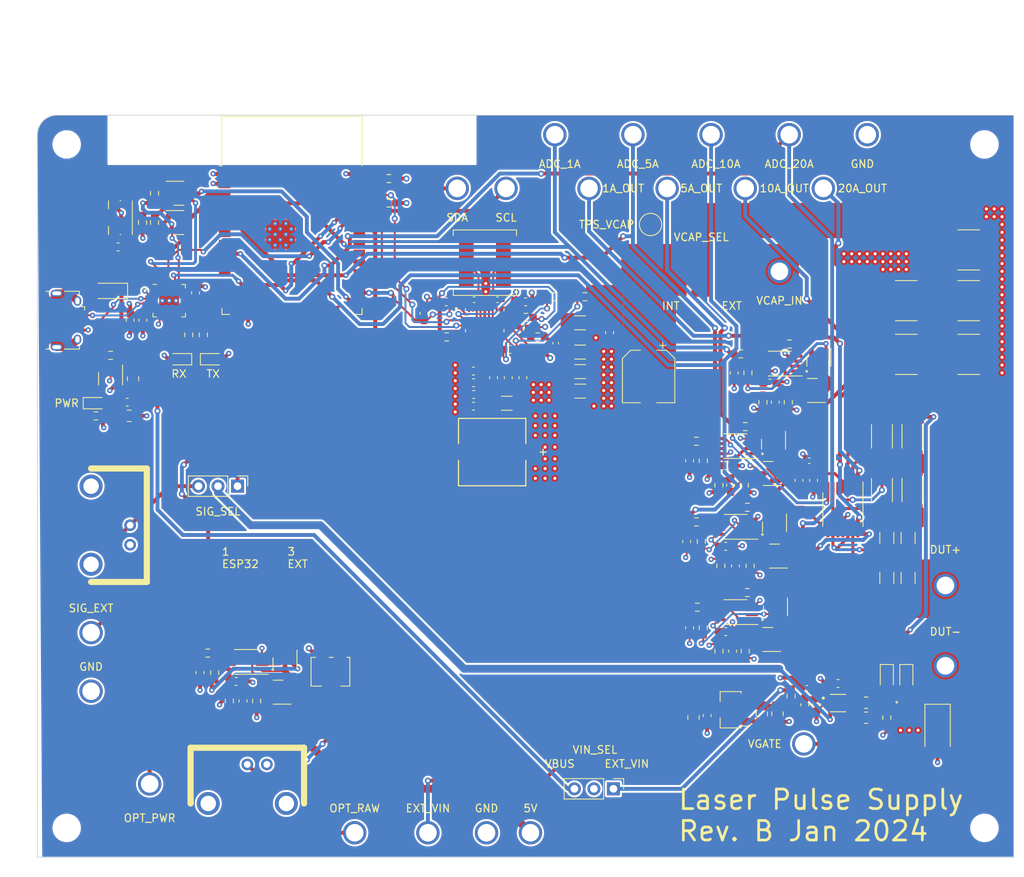
<source format=kicad_pcb>
(kicad_pcb (version 20221018) (generator pcbnew)
  (layers (0 "F.Cu" signal) (1 "In1.Cu" signal) (2 "In2.Cu" signal) (31 "B.Cu" signal) (34 "B.Paste" user) (35 "F.Paste" user) (36 "B.SilkS" user "B.Silkscreen") (37 "F.SilkS" user "F.Silkscreen") (38 "B.Mask" user) (39 "F.Mask" user) (44 "Edge.Cuts" user))
  (net 0 "")
  (net 1 "GND")
  (net 2 "+3V3")
  (net 3 "Net-(U3-VPP)")
  (net 4 "/ESP32/RESET")
  (net 5 "+5V")
  (net 6 "Net-(U5-VDD)")
  (net 7 "Net-(D17-K)")
  (net 8 "VIN")
  (net 9 "Net-(U4A-VCC)")
  (net 10 "Net-(D12-K)")
  (net 11 "Net-(C27-Pad2)")
  (net 12 "Net-(D13-K)")
  (net 13 "Net-(C28-Pad2)")
  (net 14 "Net-(D14-K)")
  (net 15 "Net-(C31-Pad2)")
  (net 16 "Net-(D15-K)")
  (net 17 "Net-(C34-Pad2)")
  (net 18 "ADC_1A")
  (net 19 "ADC_5A")
  (net 20 "ADC_20A")
  (net 21 "Net-(C37-Pad2)")
  (net 22 "/Buck Boost Supply/Vcc")
  (net 23 "Net-(D3-K)")
  (net 24 "Net-(D4-K)")
  (net 25 "unconnected-(U12-FB-Pad14)")
  (net 26 "Net-(D8-A)")
  (net 28 "Net-(D12-A)")
  (net 29 "Net-(D9-A)")
  (net 31 "/Buck Boost Supply/SW1")
  (net 32 "Net-(D10-A)")
  (net 34 "Net-(D10-K)")
  (net 35 "Net-(D11-A)")
  (net 37 "Net-(D11-K)")
  (net 43 "unconnected-(J1-Shield-Pad6)")
  (net 44 "PULSE_IN")
  (net 45 "/Buck Boost Supply/BOOT1")
  (net 46 "Net-(U1-EN)")
  (net 47 "/Buck Boost Supply/COMP")
  (net 48 "Net-(C48-Pad1)")
  (net 49 "/ESP32/RTS")
  (net 50 "/ESP32/DTR")
  (net 51 "/Buck Boost Supply/SW2")
  (net 52 "/Buck Boost Supply/BOOT2")
  (net 53 "/Buck Boost Supply/ISN")
  (net 54 "/GaN FET and Current Sensing/OUTH")
  (net 55 "/GaN FET and Current Sensing/OUTL")
  (net 56 "/Buck Boost Supply/ISP")
  (net 57 "Net-(U7B--)")
  (net 58 "/Buck Boost Supply/Vout")
  (net 59 "Net-(U8A-+)")
  (net 60 "SENSE_1A")
  (net 61 "Net-(U9A-+)")
  (net 62 "SENSE_5A")
  (net 63 "Net-(U10A-+)")
  (net 64 "SENSE_10A")
  (net 65 "Net-(U11A-+)")
  (net 66 "SENSE_20A")
  (net 67 "Net-(U8B--)")
  (net 68 "Net-(U9B--)")
  (net 69 "Net-(U10B--)")
  (net 70 "Net-(U11B--)")
  (net 72 "Net-(D1-K)")
  (net 73 "Net-(D2-A)")
  (net 74 "Net-(D5-A)")
  (net 75 "Net-(D14-A)")
  (net 76 "Net-(JP2-A)")
  (net 77 "SCL")
  (net 78 "SDA")
  (net 79 "/ESP32/TXD0")
  (net 80 "/ESP32/RXD0")
  (net 81 "Net-(U3-TXT{slash}GPIO.0)")
  (net 82 "Net-(U3-RXT{slash}GPIO.1)")
  (net 83 "Net-(U4A--)")
  (net 84 "Net-(U4B--)")
  (net 85 "Net-(U4C--)")
  (net 86 "Net-(U7A-+)")
  (net 88 "Net-(J3-In)")
  (net 99 "/ESP32/GPIO0")
  (net 104 "EN{slash}UVLO")
  (net 107 "OPT_IN_ADC")
  (net 108 "Net-(D16-A)")
  (net 110 "Net-(Q1-Pad1)")
  (net 111 "Net-(Q2-Pad1)")
  (net 112 "Net-(D16-K)")
  (net 116 "VBUS")
  (net 129 "Net-(U12-FSW)")
  (net 130 "Net-(U12-CDC)")
  (net 131 "VCAP")
  (net 132 "/GaN FET and Current Sensing/vref")
  (net 133 "/GaN FET and Current Sensing/vout_5v")
  (net 134 "/ESP32/d-")
  (net 135 "/ESP32/d+")
  (net 136 "/GaN FET and Current Sensing/in+")
  (net 137 "/GaN FET and Current Sensing/vgate")
  (net 138 "/GaN FET and Current Sensing/sense_out")
  (net 139 "/GaN FET and Current Sensing/sig_ext")
  (net 140 "/Buck Boost Supply/tps_out")
  (net 141 "VCAP_EXT")
  (net 142 "ADC_10A")
  (footprint "DW_Library:Keystone-1502-2" (layer "F.Cu") (at 127 144.145)
    (fp_text reference "TP15" hide)
    (fp_text value "EXT_VIN")
  )
  (footprint "Capacitor_SMD:C_0603_1608Metric_Pad1.08x0.95mm_HandSolder" (layer "F.Cu") (at 177.165 98.298 90)
    (fp_text reference "C14" hide)
    (fp_text value "100n")
  )
  (footprint "DW_Library:PCAP_EEHZ_F_PAN" (layer "F.Cu") (at 135.3577 94.627 180)
    (fp_text reference "C45" hide)
    (fp_text value "68u")
  )
  (footprint "Resistor_SMD:R_0603_1608Metric_Pad0.98x0.95mm_HandSolder" (layer "F.Cu") (at 168.148 98.933 -90)
    (fp_text reference "R35" hide)
    (fp_text value "22")
  )
  (footprint "Package_TO_SOT_SMD:SOT-23" (layer "F.Cu") (at 172.085 108.1555 180)
    (fp_text reference "D15" hide)
    (fp_text value "BAT17")
  )
  (footprint "Capacitor_SMD:C_0603_1608Metric_Pad1.08x0.95mm_HandSolder" (layer "F.Cu") (at 165.735 106.8855)
    (fp_text reference "C32" hide)
    (fp_text value "100n")
  )
  (footprint "Capacitor_SMD:C_0603_1608Metric_Pad1.08x0.95mm_HandSolder" (layer "F.Cu") (at 161.036 117.475 -90)
    (fp_text reference "C36" hide)
    (fp_text value "1u5")
  )
  (footprint "Resistor_SMD:R_2010_5025Metric_Pad1.40x2.65mm_HandSolder" (layer "F.Cu") (at 190.03 99.568 -90)
    (fp_text reference "R15" hide)
    (fp_text value "0R06")
  )
  (footprint "Capacitor_SMD:C_0603_1608Metric_Pad1.08x0.95mm_HandSolder" (layer "F.Cu") (at 166.37 98.933 -90)
    (fp_text reference "C31" hide)
    (fp_text value "10n")
  )
  (footprint "Capacitor_SMD:C_0603_1608Metric_Pad1.08x0.95mm_HandSolder" (layer "F.Cu") (at 167.005 109.4255 -90)
    (fp_text reference "C34" hide)
    (fp_text value "10n")
  )
  (footprint "Capacitor_SMD:C_0603_1608Metric_Pad1.08x0.95mm_HandSolder" (layer "F.Cu") (at 132.9585 87.134 180)
    (fp_text reference "C42" hide)
    (fp_text value "0u1")
  )
  (footprint "Diode_SMD:D_SMA" (layer "F.Cu") (at 193.294 130.937 -90)
    (fp_text reference "D7" hide)
    (fp_text value "24V 1W")
  )
  (footprint "Resistor_SMD:R_0603_1608Metric_Pad0.98x0.95mm_HandSolder" (layer "F.Cu") (at 121.92 62.23)
    (fp_text reference "R6" hide)
    (fp_text value "2k2")
  )
  (footprint "DW_Library:Keystone-1502-2" (layer "F.Cu") (at 83.185 118.11)
    (fp_text reference "TP9" hide)
    (fp_text value "SIG_EXT")
  )
  (footprint "DW_Library:Keystone-1502-2" (layer "F.Cu") (at 173.99 53.34)
    (fp_text reference "TP21" hide)
    (fp_text value "ADC_20A")
  )
  (footprint "DW_Library:3-FCLGA_3.2x2.2mm" (layer "F.Cu") (at 189.484 128.905 90)
    (fp_text reference "Q3" hide)
    (fp_text value "GAN7R0-150LBE")
  )
  (footprint "Capacitor_SMD:C_0603_1608Metric_Pad1.08x0.95mm_HandSolder" (layer "F.Cu") (at 175.26 98.298 90)
    (fp_text reference "C15" hide)
    (fp_text value "1u")
  )
  (footprint "Capacitor_SMD:C_0603_1608Metric_Pad1.08x0.95mm_HandSolder" (layer "F.Cu") (at 171.4965 85.654)
    (fp_text reference "C23" hide)
    (fp_text value "100n")
  )
  (footprint "Resistor_SMD:R_0603_1608Metric_Pad0.98x0.95mm_HandSolder" (layer "F.Cu") (at 168.275 91.313)
    (fp_text reference "R33" hide)
    (fp_text value "1k")
  )
  (footprint "Resistor_SMD:R_0603_1608Metric_Pad0.98x0.95mm_HandSolder" (layer "F.Cu") (at 162.052 114.808 180)
    (fp_text reference "R42" hide)
    (fp_text value "10k")
  )
  (footprint "Capacitor_SMD:C_0603_1608Metric_Pad1.08x0.95mm_HandSolder" (layer "F.Cu") (at 87.884 88.138)
    (fp_text reference "C2" hide)
    (fp_text value "0u1")
  )
  (footprint "LED_SMD:LED_0603_1608Metric_Pad1.05x0.95mm_HandSolder" (layer "F.Cu") (at 99.06 82.55)
    (fp_text reference "D3" hide)
    (fp_text value "TX")
  )
  (footprint "Resistor_SMD:R_0603_1608Metric_Pad0.98x0.95mm_HandSolder" (layer "F.Cu") (at 147.4235 74.422)
    (fp_text reference "R51" hide)
    (fp_text value "10")
  )
  (footprint "Resistor_SMD:R_1206_3216Metric_Pad1.30x1.75mm_HandSolder" (layer "F.Cu") (at 186.69 105.791 -90)
    (fp_text reference "R18" hide)
    (fp_text value "0R03")
  )
  (footprint "Diode_SMD:D_SOD-323F" (layer "F.Cu") (at 186.69 123.868 -90)
    (fp_text reference "D6" hide)
    (fp_text value "100V 200mA")
  )
  (footprint "Resistor_SMD:R_0603_1608Metric_Pad0.98x0.95mm_HandSolder" (layer "F.Cu") (at 161.925 93.218 180)
    (fp_text reference "R32" hide)
    (fp_text value "10k")
  )
  (footprint "Resistor_SMD:R_0603_1608Metric_Pad0.98x0.95mm_HandSolder" (layer "F.Cu") (at 162.814 117.475 90)
    (fp_text reference "R41" hide)
    (fp_text value "2k2")
  )
  (footprint "Resistor_SMD:R_1206_3216Metric_Pad1.30x1.75mm_HandSolder" (layer "F.Cu") (at 189.46 110.998 -90)
    (fp_text reference "R19" hide)
    (fp_text value "0R015")
  )
  (footprint "Resistor_SMD:R_0603_1608Metric_Pad0.98x0.95mm_HandSolder" (layer "F.Cu") (at 91.44 60.96 90)
    (fp_text reference "R1" hide)
    (fp_text value "10k")
  )
  (footprint "DW_Library:Keystone-1502-2" (layer "F.Cu") (at 117.475 144.145)
    (fp_text reference "TP22" hide)
    (fp_text value "OPT_RAW")
  )
  (footprint "Resistor_SMD:R_0603_1608Metric_Pad0.98x0.95mm_HandSolder" (layer "F.Cu") (at 162.56 106.2505 90)
    (fp_text reference "R36" hide)
    (fp_text value "2k2")
  )
  (footprint "Capacitor_SMD:C_0805_2012Metric_Pad1.18x1.45mm_HandSolder" (layer "F.Cu") (at 161.544 129.159 -90)
    (fp_text reference "C19" hide)
    (fp_text value "4u7")
  )
  (footprint "DW_Library:Keystone-1502-2" (layer "F.Cu") (at 143.51 53.34)
    (fp_text reference "TP17" hide)
    (fp_text value "ADC_1A")
  )
  (footprint "DW_Library:UCC27611DRVT" (layer "F.Cu") (at 180.34 127.2755)
    (fp_text reference "U5" hide)
    (fp_text value "UCC27611DRVT")
  )
  (footprint "Resistor_SMD:R_0603_1608Metric_Pad0.98x0.95mm_HandSolder" (layer "F.Cu") (at 83.82 89.916 180)
    (fp_text reference "R4" hide)
    (fp_text value "1k")
  )
  (footprint "Capacitor_SMD:C_0603_1608Metric_Pad1.08x0.95mm_HandSolder" (layer "F.Cu") (at 176.022 127.503 -90)
    (fp_text reference "C16" hide)
    (fp_text value "1u")
  )
  (footprint "Capacitor_SMD:C_0603_1608Metric_Pad1.08x0.95mm_HandSolder" (layer "F.Cu") (at 135.546 84.9485 -90)
    (fp_text reference "C53" hide)
    (fp_text value "1u")
  )
  (footprint "DW_Library:Keystone-1502-2" (layer "F.Cu") (at 134.62 144.145)
    (fp_text reference "TP16" hide)
    (fp_text value "GND")
  )
  (footprint "Package_SO:MSOP-8_3x3mm_P0.65mm" (layer "F.Cu") (at 167.005 93.853 180)
    (fp_text reference "U9" hide)
    (fp_text value "LTC6244CMS8")
  )
  (footprint "Package_SO:TSSOP-14_4.4x5mm_P0.65mm" (layer "F.Cu") (at 180.975 102.108 -90)
    (fp_text reference "U4" hide)
    (fp_text value "MAX4378")
  )
  (footprint "Resistor_SMD:R_0603_1608Metric_Pad0.98x0.95mm_HandSolder" (layer "F.Cu") (at 173.8755 88.138 -90)
    (fp_text reference "R29" hide)
    (fp_text value "22")
  )
  (footprint "Resistor_SMD:R_1206_3216Metric_Pad1.30x1.75mm_HandSolder" (layer "F.Cu") (at 186.69 110.998 -90)
    (fp_text reference "R20" hide)
    (fp_text value "0R015")
  )
  (footprint "Button_Switch_SMD:SW_Push_1P1T-SH_NO_CK_KMR2xxG" (layer "F.Cu") (at 86.995 64.135 90)
    (fp_text reference "SW1" hide)
    (fp_text value "KMR211GLFS")
  )
  (footprint "Capacitor_SMD:C_1206_3216Metric_Pad1.33x1.80mm_HandSolder" (layer "F.Cu") (at 146.812 81.620126)
    (fp_text reference "C56" hide)
    (fp_text value "10u")
  )
  (footprint "DW_Library:Keystone-1502-2" (layer "F.Cu") (at 90.805 137.795)
    (fp_text reference "TP18" hide)
    (fp_text value "OPT_PEAK")
  )
  (footprint "Package_TO_SOT_SMD:SOT-23-5" (layer "F.Cu") (at 85.725 85.09 -90)
    (fp_text reference "U1" hide)
    (fp_text value "AP2112K-3.3")
  )
  (footprint "Resistor_SMD:R_0603_1608Metric_Pad0.98x0.95mm_HandSolder" (layer "F.Cu") (at 121.92 59.055)
    (fp_text reference "R7" hide)
    (fp_text value "2k2")
  )
  (footprint "DW_Library:BNC_Molex_0731375003" (layer "F.Cu") (at 103.505 140.335)
    (fp_text reference "J3" hide)
    (fp_text value "OPT_PWR")
  )
  (footprint "Capacitor_SMD:C_2220_5650Metric" (layer "F.Cu") (at 197.358 68.326)
    (fp_text reference "C11" hide)
    (fp_text value "47u")
  )
  (footprint "Capacitor_SMD:C_0402_1005Metric_Pad0.74x0.62mm_HandSolder" (layer "F.Cu") (at 176.5975 95.758)
    (fp_text reference "FB1" hide)
    (fp_text value "330R 700mA")
  )
  (footprint "Package_TO_SOT_SMD:SOT-23" (layer "F.Cu") (at 172.212 115.2675 -90)
    (fp_text reference "D16" hide)
    (fp_text value "BAT17")
  )
  (footprint "Capacitor_SMD:C_0805_2012Metric_Pad1.18x1.45mm_HandSolder" (layer "F.Cu") (at 170.434 128.6725 -90)
    (fp_text reference "C21" hide)
    (fp_text value "4u7")
  )
  (footprint "MountingHole:MountingHole_3.5mm" (layer "F.Cu") (at 199.39 54.61)
    (fp_text reference "H2" hide)
    (fp_text value "MountingHole")
  )
  (footprint "Capacitor_SMD:C_1206_3216Metric_Pad1.33x1.80mm_HandSolder" (layer "F.Cu") (at 146.812 86.700126)
    (fp_text reference "C54" hide)
    (fp_text value "10u")
  )
  (footprint "Potentiometer_SMD:Potentiometer_Bourns_3214X_Vertical" (layer "F.Cu") (at 114.42 123.2)
    (fp_text reference "RV1" hide)
    (fp_text value "2k")
  )
  (footprint "Capacitor_SMD:C_0603_1608Metric_Pad1.08x0.95mm_HandSolder" (layer "F.Cu") (at 172.178 88.138 -90)
    (fp_text reference "C27" hide)
    (fp_text value "10n")
  )
  (footprint "Capacitor_SMD:C_0603_1608Metric_Pad1.08x0.95mm_HandSolder" (layer "F.Cu") (at 139.356 84.9485 -90)
    (fp_text reference "C51" hide)
    (fp_text value "0u1")
  )
  (footprint "Capacitor_SMD:C_0603_1608Metric_Pad1.08x0.95mm_HandSolder" (layer "F.Cu") (at 166.624 120.523 -90)
    (fp_text reference "C37" hide)
    (fp_text value "10n")
  )
  (footprint "Package_SO:MSOP-8_3x3mm_P0.65mm" (layer "F.Cu") (at 167.005 115.443 180)
    (fp_text reference "U11" hide)
    (fp_text value "LTC6244CMS8")
  )
  (footprint "Package_SO:MSOP-8_3x3mm_P0.65mm" (layer "F.Cu") (at 167.005 104.3455 180)
    (fp_text reference "U10" hide)
    (fp_text value "LTC6244CMS8")
  )
  (footprint "Diode_SMD:D_SOD-323F" (layer "F.Cu") (at 189.23 123.868 -90)
    (fp_text reference "D5" hide)
    (fp_text value "100V 200mA")
  )
  (footprint "Resistor_SMD:R_0603_1608Metric_Pad0.98x0.95mm_HandSolder" (layer "F.Cu") (at 162.814 95.758 90)
    (fp_text reference "R31" hide)
    (fp_text value "2k2")
  )
  (footprint "MountingHole:MountingHole_3.5mm" (layer "F.Cu") (at 199.39 143.51)
    (fp_text reference "H3" hide)
    (fp_text value "MountingHole")
  )
  (footprint "DW_Library:Keystone-1502-2" (layer "F.Cu") (at 130.81 60.325)
    (fp_text reference "TP2" hide)
    (fp_text value "SDA")
  )
  (footprint "DW_Library:Keystone-1502-2" (layer "F.Cu") (at 194.31 122.428)
    (fp_text reference "TP7" hide)
    (fp_text value "DUT-")
  )
  (footprint "Capacitor_SMD:C_0603_1608Metric_Pad1.08x0.95mm_HandSolder" (layer "F.Cu") (at 137.451 84.9485 -90)
    (fp_text reference "C52" hide)
    (fp_text value "0u1")
  )
  (footprint "Diode_SMD:D_SOD-123F" (layer "F.Cu") (at 85.725 73.66 180)
    (fp_text reference "D2" hide)
    (fp_text value "MBR120")
  )
  (footprint "DW_Library:Keystone-1502-2" (layer "F.Cu") (at 140.335 144.145)
    (fp_text reference "TP14" hide)
    (fp_text value "5V")
  )
  (footprint "DW_Library:Keystone-1502-2" (layer "F.Cu") (at 153.67 53.34)
    (fp_text reference "TP19" hide)
    (fp_text value "ADC_5A")
  )
  (footprint "Resistor_SMD:R_0603_1608Metric_Pad0.98x0.95mm_HandSolder" (layer "F.Cu") (at 99.26375 123.317 90)
    (fp_text reference "R23" hide)
    (fp_text value "2k2")
  )
  (footprint "Capacitor_SMD:C_2220_5650Metric" (layer "F.Cu") (at 189.23 81.915 180)
    (fp_text reference "C8" hide)
    (fp_text value "47u")
  )
  (footprint "Capacitor_SMD:C_0603_1608Metric_Pad1.08x0.95mm_HandSolder" (layer "F.Cu") (at 86.705 67.945 180)
    (fp_text reference "C4" hide)
    (fp_text value "0u1")
  )
  (footprint "Capacitor_SMD:C_2220_5650Metric" (layer "F.Cu") (at 189.23 74.93 180)
    (fp_text reference "C9" hide)
    (fp_text value "47u")
  )
  (footprint "Capacitor_SMD:C_0603_1608Metric_Pad1.08x0.95mm_HandSolder" (layer "F.Cu") (at 161.036 95.758 -90)
    (fp_text reference "C30" hide)
    (fp_text value "1u5")
  )
  (footprint "Capacitor_SMD:C_0603_1608Metric_Pad1.08x0.95mm_HandSolder" (layer "F.Cu") (at 132.932 88.658 180)
    (fp_text reference "C43" hide)
    (fp_text value "0u1")
  )
  (footprint "Resistor_SMD:R_0805_2012Metric_Pad1.20x1.40mm_HandSolder" (layer "F.Cu") (at 183.9976 129.1805)
    (fp_text reference "R13" hide)
    (fp_text value "10")
  )
  (footprint "Capacitor_SMD:C_0603_1608Metric_Pad1.08x0.95mm_HandSolder" (layer "F.Cu") (at 150.622 79.080126 -90)
    (fp_text reference "C57" hide)
    (fp_text value "1u")
  )
  (footprint "Capacitor_SMD:C_0603_1608Metric_Pad1.08x0.95mm_HandSolder" (layer "F.Cu") (at 132.932 85.61 180)
    (fp_text reference "C41" hide)
    (fp_text value "0u1")
  )
  (footprint "Capacitor_SMD:C_0603_1608Metric_Pad1.08x0.95mm_HandSolder" (layer "F.Cu") (at 139.7 75.0824)
    (fp_text reference "C38" hide)
    (fp_text value "4u7")
  )
  (footprint "DW_Library:BNC_Molex_0731375003" (layer "F.Cu") (at 83.185 104.14 -90)
    (fp_text reference "J2" hide)
    (fp_text value "SIG_EXT")
  )
  (footprint "DW_Library:Keystone-1502-2" (layer "F.Cu") (at 147.955 60.325)
    (fp_text reference "TP8" hide)
    (fp_text value "1A_OUT")
  )
  (footprint "Capacitor_SMD:C_2220_5650Metric" (layer "F.Cu") (at 197.358 74.93)
    (fp_text reference "C10" hide)
    (fp_text value "47u")
  )
  (footprint "Capacitor_SMD:C_0603_1608Metric_Pad1.08x0.95mm_HandSolder" (layer "F.Cu") (at 166.844 84.328 -90)
    (fp_text reference "C25" hide)
    (fp_text value "1u5")
  )
  (footprint "Resistor_SMD:R_0603_1608Metric_Pad0.98x0.95mm_HandSolder" (layer "F.Cu") (at 104.72475 127 -90)
    (fp_text reference "R28" hide)
    (fp_text value "1M")
  )
  (footprint "Capacitor_SMD:C_0603_1608Metric_Pad1.08x0.95mm_HandSolder" (layer "F.Cu") (at 97.35875 123.317 -90)
    (fp_text reference "C26" hide)
    (fp_text value "1u5")
  )
  (footprint "Capacitor_SMD:C_1206_3216Metric_Pad1.33x1.80mm_HandSolder" (layer "F.Cu") (at 137.25 88.277)
    (fp_text reference "C44" hide)
    (fp_text value "10u")
  )
  (footprint "Inductor_SMD:L_Coilcraft_XAL7070-XXX" (layer "F.Cu") (at 134.406 69.989)
    (fp_text reference "L1" hide)
    (fp_text value "4u7")
  )
  (footprint "Package_TO_SOT_SMD:SOT-23" (layer "F.Cu") (at 172.085 104.3455 -90)
    (fp_text reference "D14" hide)
    (fp_text value "BAT17")
  )
  (footprint "Capacitor_SMD:C_0603_1608Metric_Pad1.08x0.95mm_HandSolder" (layer "F.Cu") (at 177.546 127.503 -90)
    (fp_text reference "C17" hide)
    (fp_text value "0u1")
  )
  (footprint "Resistor_SMD:R_0603_1608Metric_Pad0.98x0.95mm_HandSolder" (layer "F.Cu") (at 165.1 109.4255 90)
    (fp_text reference "R40" hide)
    (fp_text value "22")
  )
  (footprint "Package_DFN_QFN:QFN-24-1EP_4x4mm_P0.5mm_EP2.6x2.6mm" (layer "F.Cu") (at 93.345 74.93)
    (fp_text reference "U3" hide)
    (fp_text value "CP2104")
  )
  (footprint "Resistor_SMD:R_0603_1608Metric_Pad0.98x0.95mm_HandSolder" (layer "F.Cu") (at 167.6865 81.844 180)
    (fp_text reference "R24" hide)
    (fp_text value "10k")
  )
  (footprint "DW_Library:Keystone-1502-2" (layer "F.Cu") (at 172.72 71.12)
    (fp_text reference "TP3" hide)
    (fp_text value "VCAP_IN")
  )
  (footprint "TestPoint:TestPoint_Pad_D2.5mm" (layer "F.Cu") (at 155.956 65.024)
    (fp_text reference "TP23" hide)
    (fp_text value "TPS_VCAP")
  )
  (footprint "DW_Library:Keystone-1502-2" (layer "F.Cu") (at 194.31 111.973)
    (fp_text reference "TP5" hide)
    (fp_text value "DUT+")
  )
  (footprint "Resistor_SMD:R_1206_3216Metric_Pad1.30x1.75mm_HandSolder" (layer "F.Cu") (at 189.46 105.791 -90)
    (fp_text reference "R17" hide)
    (fp_text value "0R03")
  )
  (footprint "DW_Library:Keystone-1502-2" (layer "F.Cu") (at 184.15 53.34)
    (fp_text reference "TP4" hide)
    (fp_text value "GND")
  )
  (footprint "Package_TO_SOT_SMD:SOT-23" (layer "F.Cu") (at 94.615 64.77)
    (fp_text reference "Q2" hide)
    (fp_text value "MMBT2222*")
  )
  (footprint "DW_Library:Keystone-1502-2" (layer "F.Cu") (at 163.83 53.34)
    (fp_text reference "TP20" hide)
    (fp_text value "ADC_10A")
  )
  (footprint "Package_TO_SOT_SMD:SOT-23" (layer "F.Cu") (at 107.51875 125.857 180)
    (fp_text reference "D11" hide)
    (fp_text value "BAT17")
  )
  (footprint "Capacitor_SMD:C_0402_1005Metric_Pad0.74x0.62mm_HandSolder" (layer "F.Cu") (at 133.006 74.815 180)
    (fp_text reference "C46" hide)
    (fp_text value "0u1")
  )
  (footprint "Capacitor_SMD:C_0603_1608Metric_Pad1.08x0.95mm_HandSolder" (layer "F.Cu") (at 88.265 77.47 -90)
    (fp_text reference "C5" hide)
    (fp_text value "1u")
  )
  (footprint "Resistor_SMD:R_0805_2012Metric_Pad1.20x1.40mm_HandSolder" (layer "F.Cu") (at 183.9976 127.2286)
    (fp_text reference "R12" hide)
    (fp_text value "10")
  )
  (footprint "Resistor_SMD:R_2010_5025Metric_Pad1.40x2.65mm_HandSolder" (layer "F.Cu") (at 190.03 92.583 -90)
    (fp_text reference "R10" hide)
    (fp_text value "0R3")
  )
  (footprint "Capacitor_SMD:C_0402_1005Metric_Pad0.74x0.62mm_HandSolder" (layer "F.Cu") (at 139.4155 78.371)
    (fp_text reference "C47" hide)
    (fp_text value "100p")
  )
  (footprint "Package_TO_SOT_SMD:SOT-89-3" (layer "F.Cu") (at 166.37 128.143 180)
    (fp_text reference "U6" hide)
    (fp_text value "MCP1703T-5002E/MB")
  )
  (footprint "Capacitor_SMD:C_0603_1608Metric_Pad1.08x0.95mm_HandSolder" (layer "F.Cu") (at 89.916 77.47 -90)
    (fp_text reference "C6" hide)
    (fp_text value "0u1")
  )
  (footprint "DW_Library:Keystone-1502-2" (layer "F.Cu") (at 168.275 60.325)
    (fp_text reference "TP12" hide)
    (fp_text value "10A_OUT")
  )
  (footprint "Package_SO:MSOP-8_3x3mm_P0.65mm" (layer "F.Cu") (at 172.7665 83.114 180)
    (fp_text reference "U7" hide)
    (fp_text value "LTC6244CMS8")
  )
  (footprint "Resistor_SMD:R_0603_1608Metric_Pad0.98x0.95mm_HandSolder" (layer "F.Cu") (at 129.45 79.641 180)
    (fp_text reference "R48" hide)
    (fp_text value "49k9")
  )
  (footprint "Capacitor_SMD:C_0603_1608Metric_Pad1.08x0.95mm_HandSolder" (layer "F.Cu") (at 102.94675 127 -90)
    (fp_text reference "C28" hide)
    (fp_text value "10n")
  )
  (footprint "DW_Library:Keystone-1502-2" (layer "F.Cu") (at 175.895 132.588)
    (fp_text reference "TP6" hide)
    (fp_text value "VGATE")
  )
  (footprint "Package_TO_SOT_SMD:SOT-23" (layer "F.Cu") (at 171.196 118.999 180)
    (fp_text reference "D17" hide)
    (fp_text value "BAT17")
  )
  (footprint "DW_Library:USB_Micro-B_Amphenol_10118194_Horizontal" (layer "F.Cu") (at 80.01 77.47 -90)
    (fp_text reference "J1" hide)
    (fp_text value "USB_B_Micro")
  )
  (footprint "Resistor_SMD:R_0603_1608Metric_Pad0.98x0.95mm_HandSolder" (layer "F.Cu") (at 97.79 79.375 -90)
    (fp_text reference "R8" hide)
    (fp_text value "1k")
  )
  (footprint "DW_Library:Keystone-1502-2" (layer "F.Cu") (at 137.16 60.325)
    (fp_text reference "TP1" hide)
    (fp_text value "SCL")
  )
  (footprint "Resistor_SMD:R_0603_1608Metric_Pad0.98x0.95mm_HandSolder" (layer "F.Cu") (at 168.5525 101.8055 180)
    (fp_text reference "R38" hide)
    (fp_text value "1k")
  )
  (footprint "Resistor_SMD:R_0603_1608Metric_Pad0.98x0.95mm_HandSolder" (layer "F.Cu") (at 170.5735 88.138 -90)
    (fp_text reference "R27" hide)
    (fp_text value "1M")
  )
  (footprint "Capacitor_SMD:C_0603_1608Metric_Pad1.08x0.95mm_HandSolder" (layer "F.Cu") (at 165.735 96.393)
    (fp_text reference "C29" hide)
    (fp_text value "100n")
  )
  (footprint "Connector_PinHeader_2.54mm:PinHeader_1x03_P2.54mm_Vertical" (layer "F.Cu") (at 151.13 138.43 -90)
    (fp_text reference "JP2" hide)
    (fp_text value "VIN_SEL")
  )
  (footprint "Capacitor_SMD:C_0603_1608Metric_Pad1.08x0.95mm_HandSolder" (layer "F.Cu") (at 165.735 117.983)
    (fp_text reference "C35" hide)
    (fp_text value "100n")
  )
  (footprint "Resistor_SMD:R_0603_1608Metric_Pad0.98x0.95mm_HandSolder" (layer "F.Cu") (at 161.925 103.7105 180)
    (fp_text reference "R37" hide)
    (fp_text value "10k")
  )
  (footprint "MountingHole:MountingHole_3.5mm" (layer "F.Cu") (at 80.01 143.51)
    (fp_text reference "H4" hide)
    (fp_text value "MountingHole")
  )
  (footprint "Package_TO_SOT_SMD:SOT-23" (layer "F.Cu") (at 177.004 86.614 180)
    (fp_text reference "D10" hide)
    (fp_text value "BAT17")
  )
  (footprint "Resistor_SMD:R_0603_1608Metric_Pad0.98x0.95mm_HandSolder" (layer "F.Cu") (at 168.5525 112.903 180)
    (fp_text reference "R43" hide)
    (fp_text value "1k")
  )
  (footprint "Package_TO_SOT_SMD:SOT-23" (layer "F.Cu") (at 171.958 93.599 -90)
    (fp_text reference "D12" hide)
    (fp_text value "BAT17")
  )
  (footprint "Capacitor_SMD:C_0805_2012Metric_Pad1.18x1.45mm_HandSolder" (layer "F.Cu") (at 88.138 89.916)
    (fp_text reference "C3" hide)
    (fp_text value "10u")
  )
  (footprint "Resistor_SMD:R_0603_1608Metric_Pad0.98x0.95mm_HandSolder" (layer "F.Cu") (at 168.91 109.4255 -90)
    (fp_text reference "R39" hide)
    (fp_text value "1M")
  )
  (footprint "DW_Library:custom_jumper" (layer "F.Cu") (at 162.56 71.12)
    (fp_text reference "JP3" hide)
    (fp_text value "VCAP_SEL")
  )
  (footprint "Resistor_SMD:R_0603_1608Metric_Pad0.98x0.95mm_HandSolder" (layer "F.Cu") (at 139.7605 77.101)
    (fp_text reference "R49" hide)
    (fp_text value "150k")
  )
  (footprint "Resistor_SMD:R_0603_1608Metric_Pad0.98x0.95mm_HandSolder" (layer "F.Cu") (at 98.37475 120.777 180)
    (fp_text reference "R25" hide)
    (fp_text value "10k")
  )
  (footprint "Resistor_SMD:R_0603_1608Metric_Pad0.98x0.95mm_HandSolder" (layer "F.Cu") (at 168.622 84.328 90)
    (fp_text reference "R22" hide)
    (fp_text value "2k2")
  )
  (footprint "Resistor_SMD:R_0603_1608Metric_Pad0.98x0.95mm_HandSolder" (layer "F.Cu") (at 101.16875 127 90)
    (fp_text reference "R30" hide)
    (fp_text value "22")
  )
  (footprint "DW_Library:Keystone-1502-2" (layer "F.Cu") (at 158.115 60.325)
    (fp_text reference "TP11" hide)
    (fp_text value "5A_OUT")
  )
  (footprint "DW_Library:Keystone-1502-2" (layer "F.Cu") (at 83.185 125.73)
    (fp_text reference "TP10" hide)
    (fp_text value "GND")
  )
  (footprint "Package_TO_SOT_SMD:SOT-23" (layer "F.Cu") (at 171.2745 97.409 180)
    (fp_text reference "D13" hide)
    (fp_text value "BAT17")
  )
  (footprint "LED_SMD:LED_0603_1608Metric_Pad1.05x0.95mm_HandSolder" (layer "F.Cu") (at 83.82 88.265)
    (fp_text reference "D1" hide)
    (fp_text value "PWR")
  )
  (footprint "Resistor_SMD:R_0603_1608Metric_Pad0.98x0.95mm_HandSolder" (layer "F.Cu") (at 174.0365 80.574 180)
    (fp_text reference "R26" hide)
    (fp_text value "1k")
  )
  (footprint "Capacitor_SMD:C_0603_1608Metric_Pad1.08x0.95mm_HandSolder" (layer "F.Cu") (at 102.05775 124.46)
    (fp_text reference "C24" hide)
    (fp_text value "100n")
  )
  (footprint "Resistor_SMD:R_0603_1608Metric_Pad0.98x0.95mm_HandSolder" (layer "F.Cu") (at 168.275 120.523 -90)
    (fp_text reference "R44" hide)
    (fp_text value "1M")
  )
  (footprint "Resistor_SMD:R_0603_1608Metric_Pad0.98x0.95mm_HandSolder" (layer "F.Cu") (at 164.846 120.523 90)
    (fp_text reference "R45" hide)
    (fp_text value "22")
  )
  (footprint "Capacitor_SMD:C_0805_2012Metric_Pad1.18x1.45mm_HandSolder" (layer "F.Cu") (at 172.466 128.6725 -90)
    (fp_text reference "C22" hide)
    (fp_text value "4u7")
  )
  (footprint "Capacitor_SMD:C_0402_1005Metric_Pad0.74x0.62mm_HandSolder" (layer "F.Cu") (at 136.054 74.815)
    (fp_text reference "C49" hide)
    (fp_text value "0u1")
  )
  (footprint "Capacitor_SMD:C_0805_2012Metric_Pad1.18x1.45mm_HandSolder" (layer "F.Cu") (at 88.646 85.09 -90)
    (fp_text reference "C1" hide)
    (fp_text value "10u")
  )
  (footprint "Capacitor_SMD:C_0603_1608Metric_Pad1.08x0.95mm_HandSolder" (layer "F.Cu") (at 180.34 124.7355 180)
    (fp_text reference "C18" hide)
    (fp_text value "0u1")
  )
  (footprint "Capacitor_SMD:C_2220_5650Metric" (layer "F.Cu") (at 197.358 81.915)
    (fp_text reference "C12" hide)
    (fp_text value "47u")
  )
  (footprint "Resistor_SMD:R_0603_1608Metric_Pad0.98x0.95mm_HandSolder" (layer "F.Cu") (at 164.846 98.933 -90)
    (fp_text reference "R34" hide)
    (fp_text value "1M")
  )
  (footprint "Package_TO_SOT_SMD:SOT-23" (layer "F.Cu") (at 177.8465 82.804 -90)
    (fp_text reference "D8" hide)
    (fp_text value "BAT17")
  )
  (footprint "Capacitor_SMD:C_1206_3216Metric_Pad1.33x1.80mm_HandSolder" (layer "F.Cu") (at 146.812 84.160126)
    (fp_text reference "C55" hide)
    (fp_text value "10u")
  )
  (footprint "Resistor_SMD:R_0603_1608Metric_Pad0.98x0.95mm_HandSolder" (layer "F.Cu") (at 95.885 79.375 -90)
    (fp_text reference "R9" hide)
    (fp_text value "1k")
  )
  (footprint "Resistor_SMD:R_2010_5025Metric_Pad1.40x2.65mm_HandSolder" (layer "F.Cu") (at 186.055 92.583 -90)
    (fp_text reference "R11" hide)
    (fp_text value "0R3")
  )
  (footprint "LED_SMD:LED_0603_1608Metric_Pad1.05x0.95mm_HandSolder" (layer "F.Cu") (at 94.615 82.55 180)
    (fp_text reference "D4" hide)
    (fp_text value "RX")
  )
  (footprint "Resistor_SMD:R_2010_5025Metric_Pad1.40x2.65mm_HandSolder" (layer "F.Cu") (at 186.055 99.568 -90)
    (fp_text reference "R16" hide)
    (fp_text value "0R06")
  )
  (footprint "Resistor_SMD:R_0603_1608Metric_Pad0.98x0.95mm_HandSolder" (layer "F.Cu") (at 143.51 74.422)
    (fp_text reference "R50" hide)
    (fp_text value "10")
  )
  (footprint "Resistor_SMD:R_0603_1608Metric_Pad0.98x0.95mm_HandSolder" (layer "F.Cu") (at 89.88 64.77 -90)
    (fp_text reference "R2" hide)
    (fp_text value "10k")
  )
  (footprint "Capacitor_SMD:C_0603_1608Metric_Pad1.08x0.95mm_HandSolder" (layer "F.Cu") (at 137.668 81.28 180)
    (fp_text reference "C50" hide)
    (fp_text value "0u22")
  )
  (footprint "Package_TO_SOT_SMD:SOT-23" (layer "F.Cu") (at 108.40775 122.047 -90)
    (fp_text reference "D9" hide)
    (fp_text value "BAT17")
  )
  (footprint "Capacitor_SMD:C_0603_1608Metric_Pad1.08x0.95mm_HandSolder" (layer "F.Cu") (at 132.9055 84.086 180)
    (fp_text reference "C40" hide)
    (fp_text value "0u1")
  )
  (footprint "MountingHole:MountingHole_3.5mm" (layer "F.Cu") (at 80.01 54.61)
    (fp_text reference "H1" hide)
    (fp_text value "MountingHole")
  )
  (footprint "Capacitor_SMD:C_0402_1005Metric_Pad0.74x0.62mm_HandSolder" (layer "F.Cu") (at 176.276 125.349)
    (fp_text reference "FB2" hide)
    (fp_text value "330R 700mA")
  )
  (footprint "Capacitor_SMD:C_0603_1608Metric_Pad1.08x0.95mm_HandSolder" (layer "F.Cu") (at 160.655 106.2505 -90)
    (fp_text reference "C33" hide)
    (fp_text value "1u5")
  )
  (footprint "Resistor_SMD:R_0603_1608Metric_Pad0.98x0.95mm_HandSolder" (layer "F.Cu") (at 85.725 82.042 180)
    (fp_text reference "R3" hide)
    (fp_text value "100k")
  )
  (footprint "Package_SO:MSOP-8_3x3mm_P0.65mm" (layer "F.Cu") (at 103.32775 121.92 180)
    (fp_text reference "U8" hide)
    (fp_text value "LTC6244CMS8")
  )
  (footprint "Capacitor_SMD:C_0603_1608Metric_Pad1.08x0.95mm_HandSolder" (layer "F.Cu") (at 163.322 128.905 -90)
    (fp_text reference "C20" hide)
    (fp_text value "1u")
  )
  (footprint "Capacitor_SMD:C_0603_1608Metric_Pad1.08x0.95mm_HandSolder" (layer "F.Cu") (at 126.492 76.593 90)
    (fp_text reference "C59" hide)
    (fp_text value "0u1")
  )
  (footprint "Capacitor_SMD:C_0603_1608Metric_Pad1.08x0.95mm_HandSolder" (layer "F.Cu") (at 96.774 73.914 90)
    (fp_text reference "C7" hide)
    (fp_text value "0u1")
  )
  (footprint "Capacitor_SMD:CP_Elec_6.3x5.8" (layer "F.Cu") (at 155.702 84.795126 -90)
    (fp_text reference "C58" hide)
    (fp_text value "100u")
  )
  (footprint "Resistor_SMD:R_0603_1608Metric_Pad0.98x0.95mm_HandSolder" (layer "F.Cu") (at 186.69 129.1805 -90)
    (fp_text reference "R14" hide)
    (fp_text value "10k")
  )
  (footprint "Resistor_SMD:R_0603_1608Metric_Pad0.98x0.95mm_HandSolder" (layer "F.Cu") (at 91.44 64.77 -90)
    (fp_text reference "R5" hide)
    (fp_text value "10k")
  )
  (footprint "Resistor_SMD:R_0603_1608Metric_Pad0.98x0.95mm_HandSolder" (layer "F.Cu") (at 174.244 126.365 -90)
    (fp_text reference "R21" hide)
    (fp_text value "0")
  )
  (footprint "RF_Module:ESP32-WROOM-32D" (layer "F.Cu") (at 109.32 66.8362)
    (fp_text reference "U2" hide)
    (fp_text value "ESP32-WROOM-32D")
  )
  (footprint "Resistor_SMD:R_1206_3216Metric_Pad1.30x1.75mm_HandSolder" (layer "F.Cu") (at 146.812 77.810126)
    (fp_text reference "R52" hide)
    (fp_text value "10m")
  )
  (footprint "Capacitor_SMD:C_0603_1608Metric_Pad1.08x0.95mm_HandSolder" (layer "F.Cu") (at 129.3876 75.0824 180)
    (fp_text reference "C39" hide)
    (fp_text value "0u1")
  )
  (footprint "DW_Library:CONV_TPS552892RYQR" (layer "F.Cu") (at 134.39 77.47)
    (fp_text reference "U12" hide)
    (fp_text value "TPS552892RYQR")
  )
  (footprint "Capacitor_SMD:C_0402_1005Metric_Pad0.74x0.62mm_HandSolder" (layer "F.Cu") (at 143.6145 80.4625 -90)
    (fp_text reference "C48" hide)
    (fp_text value "4700p")
  )
  (footprint "Package_TO_SOT_SMD:SOT-23" (layer "F.Cu") (at 94.615 60.96)
    (fp_text reference "Q1" hide)
    (fp_text value "MMBT2222*")
  )
  (footprint "DW_Library:Keystone-1502-2" (layer "F.Cu") (at 178.435 60.325)
    (fp_text reference "TP13" hide)
    (fp_text value "20A_OUT")
  )
  (footprint "Connector_PinHeader_2.54mm:PinHeader_1x03_P2.54mm_Vertical" (layer "F.Cu") (at 102.235 99.06 -90)
    (fp_text reference "JP1" hide)
    (fp_text value "SIG_SEL")
  )
  (footprint "Resistor_SMD:R_0603_1608Metric_Pad0.98x0.95mm_HandSolder" (layer "F.Cu") (at 141.2845 79.641)
    (fp_text reference "R47" hide)
    (fp_text value "27k4")
  )
  (gr_line (start 203.2 50.8) (end 203.2 147.32) (stroke (width 0.1)) (layer "Edge.Cuts"))
  (gr_line (start 203.2 147.32) (end 76.2 147.32) (stroke (width 0.1)) (layer "Edge.Cuts"))
  (gr_line (start 78.74 50.8) (end 203.2 50.8) (stroke (width 0.1)) (layer "Edge.Cuts"))
  (gr_line (start 76.2 147.32) (end 76.2 53.34) (stroke (width 0.1)) (layer "Edge.Cuts"))
  (gr_arc (start 76.2 53.34) (mid 76.943949 51.543949) (end 78.74 50.8) (stroke (width 0.1)) (layer "Edge.Cuts"))
  (gr_text "INT		EXT" (at 157.353 76.2) (layer "F.SilkS") (effects (font (size 1 1)) (justify left bottom)))
  (gr_text "1		 3\nESP32	 EXT" (at 100.1268 109.7788) (layer "F.SilkS") (effects (font (size 1 1)) (justify left bottom)))
  (gr_text "Laser Pulse Supply\nRev. B Jan 2024" (at 159.385 145.415) (layer "F.SilkS") (effects (font (size 2.54 2.54) (thickness 0.3556)) (justify left bottom)))
  (gr_text "VBUS	EXT_VIN" (at 142.128 135.763) (layer "F.SilkS") (effects (font (size 1 1)) (justify left bottom)))
  (segment (start 104.72475 127.9125) (end 104.72475 129.159) (width 0.508) (layer "F.Cu") (net 1))
  (segment (start 168.148 99.8455) (end 169.3145 99.8455) (width 0.508) (layer "F.Cu") (net 1))
  (segment (start 177.165 100.33) (end 177.038 100.457) (width 0.508) (layer "F.Cu") (net 1))
  (segment (start 172.359 85.654) (end 172.5325 85.4805) (width 0.381) (layer "F.Cu") (net 1))
  (segment (start 99.09 58.45) (end 99.06 58.42) (width 0.508) (layer "F.Cu") (net 1))
  (segment (start 177.546 128.3655) (end 177.546 129.667) (width 0.508) (layer "F.Cu") (net 1))
  (segment (start 88.265 79.375) (end 88.138 79.502) (width 0.508) (layer "F.Cu") (net 1))
  (segment (start 88.7465 89.487) (end 89.1755 89.916) (width 0.508) (layer "F.Cu") (net 1))
  (segment (start 167.71152 92.878) (end 167.65526 92.82174) (width 0.254) (layer "F.Cu") (net 1))
  (segment (start 163.322 129.7675) (end 168.1955 129.7675) (width 0.508) (layer "F.Cu") (net 1))
  (segment (start 86.195 66.185) (end 87.087 65.293) (width 0.508) (layer "F.Cu") (net 1))
  (segment (start 164.846 99.8455) (end 163.6795 99.8455) (width 0.508) (layer "F.Cu") (net 1))
  (segment (start 128.0668 74.6241) (end 127.0751 74.6241) (width 0.254) (layer "F.Cu") (net 1))
  (segment (start 142.332 81.03) (end 142.197 81.165) (width 0.508) (layer "F.Cu") (net 1))
  (segment (start 140.3201 76.1492) (end 140.4725 75.9968) (width 0.254) (layer "F.Cu") (net 1))
  (segment (start 163.6795 99.8455) (end 163.576 99.949) (width 0.508) (layer "F.Cu") (net 1))
  (segment (start 141.7828 77.3176) (end 140.8896 77.3176) (width 0.254) (layer "F.Cu") (net 1))
  (segment (start 161.036 96.6205) (end 161.036 97.917) (width 0.508) (layer "F.Cu") (net 1))
  (segment (start 82.774 78.77) (end 82.804 78.74) (width 0.381) (layer "F.Cu") (net 1))
  (segment (start 85.725 85.217) (end 85.598 85.344) (width 0.254) (layer "F.Cu") (net 1))
  (segment (start 88.7465 88.138) (end 88.7465 89.487) (width 0.508) (layer "F.Cu") (net 1))
  (segment (start 163.322 129.7675) (end 163.322 131.191) (width 0.508) (layer "F.Cu") (net 1))
  (segment (start 103.61 77.956) (end 103.632 77.978) (width 0.508) (layer "F.Cu") (net 1))
  (segment (start 177.165 99.1605) (end 177.165 100.33) (width 0.508) (layer "F.Cu") (net 1))
  (segment (start 173.799 82.139) (end 173.448 81.788) (width 0.381) (layer "F.Cu") (net 1))
  (segment (start 126.91 75.7305) (end 126.91 74.459) (width 0.254) (layer "F.Cu") (net 1))
  (segment (start 169.1175 103.3705) (end 169.5525 103.3705) (width 0.381) (layer "F.Cu") (net 1))
  (segment (start 169.1175 92.878) (end 167.71152 92.878) (width 0.254) (layer "F.Cu") (net 1))
  (segment (start 168.32 129.643) (end 170.367 129.643) (width 0.508) (layer "F.Cu") (net 1))
  (segment (start 177.165 99.1605) (end 175.26 99.1605) (width 0.508) (layer "F.Cu") (net 1))
  (segment (start 128.5375 79.641) (end 128.5375 75.0948) (width 0.508) (layer "F.Cu") (net 1))
  (segment (start 169.901 110.338) (end 170.18 110.617) (width 0.254) (layer "F.Cu") (net 1))
  (segment (start 166.5975 116.7395) (end 166.624 116.713) (width 0.254) (layer "F.Cu") (net 1))
  (segment (start 87.087 63.535) (end 87.122 63.5) (width 0.508) (layer "F.Cu") (net 1))
  (segment (start 170.434 129.71) (end 172.466 129.71) (width 0.508) (layer "F.Cu") (net 1))
  (segment (start 136.79 76.72) (end 137.8592 76.72) (width 0.254) (layer "F.Cu") (net 1))
  (segment (start 173.8755 89.0505) (end 174.8685 89.0505) (width 0.381) (layer "F.Cu") (net 1))
  (segment (start 128.5251 75.0824) (end 128.5251 74.2685) (width 0.254) (layer "F.Cu") (net 1))
  (segment (start 166.844 85.1905) (end 166.844 86.36) (width 0.381) (layer "F.Cu") (net 1))
  (segment (start 85.725 83.9525) (end 85.725 85.217) (width 0.254) (layer "F.Cu") (net 1))
  (segment (start 168.91 110.338) (end 169.901 110.338) (width 0.254) (layer "F.Cu") (net 1))
  (segment (start 96.774 73.0515) (end 97.9435 73.0515) (width 0.508) (layer "F.Cu") (net 1))
  (segment (start 178.636 127.2755) (end 177.546 128.3655) (width 0.254) (layer "F.Cu") (net 1))
  (segment (start 174.8685 89.0505) (end 174.972 89.154) (width 0.381) (layer "F.Cu") (net 1))
  (segment (start 179.32 127.2755) (end 180.34 127.2755) (width 0.254) (layer "F.Cu") (net 1))
  (segment (start 90.69 74.18) (end 91.4075 74.18) (width 0.254) (layer "F.Cu") (net 1))
  (segment (start 162.893 130.1965) (end 163.322 129.7675) (width 0.508) (layer "F.Cu") (net 1))
  (segment (start 102.92025 124.46) (end 104.08975 124.46) (width 0.508) (layer "F.Cu") (net 1))
  (segment (start 87.087 65.293) (end 87.087 63.535) (width 0.508) (layer "F.Cu") (net 1))
  (segment (start 180.975 103.40852) (end 181.62526 102.75826) (width 0.381) (layer "F.Cu") (net 1))
  (segment (start 174.879 82.139) (end 173.799 82.139) (width 0.381) (layer "F.Cu") (net 1))
  (segment (start 160.655 108.204) (end 160.528 108.331) (width 0.254) (layer "F.Cu") (net 1))
  (segment (start 89.1755 89.916) (end 90.424 89.916) (width 0.508) (layer "F.Cu") (net 1))
  (segment (start 99.89875 127.3575) (end 101.16875 126.0875) (width 0.508) (layer "F.Cu") (net 1))
  (segment (start 104.08975 124.46) (end 104.21675 124.587) (width 0.508) (layer "F.Cu") (net 1))
  (segment (start 143.6145 81.03) (end 142.332 81.03) (width 0.508) (layer "F.Cu") (net 1))
  (segment (start 166.5975 96.393) (end 167.894 96.393) (width 0.508) (layer "F.Cu") (net 1))
  (segment (start 179.4775 124.7355) (end 178.7105 124.7355) (width 0.508) (layer "F.Cu") (net 1))
  (segment (start 142.2026 78.371) (end 139.983 78.371) (width 0.254) (layer "F.Cu") (net 1))
  (segment (start 89.916 78.3325) (end 89.916 79.502) (width 0.508) (layer "F.Cu") (net 1))
  (segment (start 169.631 114.468) (end 170.18 113.919) (width 0.254) (layer "F.Cu") (net 1))
  (segment (start 173.947 129.71) (end 173.99 129.667) (width 0.508) (layer "F.Cu") (net 1))
  (segment (start 142.197 81.6942) (end 142.9004 82.3976) (width 0.508) (layer "F.Cu") (net 1))
  (segment (start 142.197 81.165) (end 142.197 81.6942) (width 0.508) (layer "F.Cu") (net 1))
  (segment (start 138.43 76.1492) (end 140.3201 76.1492) (width 0.254) (layer "F.Cu") (net 1))
  (segment (start 128.5375 75.0948) (end 128.5251 75.0824) (width 0.508) (layer "F.Cu") (net 1))
  (segment (start 97.35875 124.1795) (end 97.35875 125.603) (width 0.508) (layer "F.Cu") (net 1))
  (segment (start 180.975 104.9705) (end 180.975 103.40852) (width 0.381) (layer "F.Cu") (net 1))
  (segment (start 140.5625 75.0824) (end 140.5625 73.9379) (width 0.508) (layer "F.Cu") (net 1))
  (segment (start 169.3145 99.8455) (end 169.418 99.949) (width 0.508) (layer "F.Cu") (net 1))
  (segment (start 164.846 119.6105) (end 163.7265 119.6105) (width 0.254) (layer "F.Cu") (net 1))
  (segment (start 118.07 58.45) (end 116.362 58.45) (width 0.508) (layer "F.Cu") (net 1))
  (segment (start 161.036 118.3375) (end 161.036 119.507) (width 0.254) (layer "F.Cu") (net 1))
  (segment (start 84.7325 91.3365) (end 84.836 91.44) (width 0.508) (layer "F.Cu") (net 1))
  (segment (start 178.7105 124.7355) (end 178.054 124.079) (width 0.508) (layer "F.Cu") (net 1))
  (segment (start 169.3145 121.4355) (end 169.418 121.539) (width 0.254) (layer "F.Cu") (net 1))
  (segment (start 170.5735 89.0505) (end 169.5345 89.0505) (width 0.381) (layer "F.Cu") (net 1))
  (segment (start 179.32 127.2755) (end 178.636 127.2755) (width 0.254) (layer "F.Cu") (net 1))
  (segment (start 128.5251 74.2685) (end 128.8288 73.9648) (width 0.254) (layer "F.Cu") (net 1))
  (segment (start 88.646 86.1275) (end 88.646 88.0375) (width 0.508) (layer "F.Cu") (net 1))
  (segment (start 116.362 58.45) (end 116.332 58.42) (width 0.508) (layer "F.Cu") (net 1))
  (segment (start 127.0751 74.6241) (end 126.873 74.422) (width 0.254) (layer "F.Cu") (net 1))
  (segment (start 176.022 128.3655) (end 177.546 128.3655) (width 0.508) (layer "F.Cu") (net 1))
  (segment (start 160.655 107.113) (end 160.655 108.204) (width 0.254) (layer "F.Cu") (net 1))
  (segment (start 97.9435 73.0515) (end 98.044 73.152) (width 0.508) (layer "F.Cu") (net 1))
  (segment (start 163.7265 119.6105) (end 163.576 119.761) (width 0.254) (layer "F.Cu") (net 1))
  (segment (start 88.265 78.3325) (end 88.265 79.375) (width 0.508) (layer "F.Cu") (net 1))
  (segment (start 169.5525 103.3705) (end 169.926 102.997) (width 0.381) (layer "F.Cu") (net 1))
  (segment (start 112.014 120.65) (end 111.506 120.142) (width 0.508) (layer "F.Cu") (net 1))
  (segment (start 165.1 108.513) (end 163.902 108.513) (width 0.254) (layer "F.Cu") (net 1))
  (segment (start 86.195 66.185) (end 86.195 67.5925) (width 0.508) (layer "F.Cu") (net 1))
  (segment (start 169.5345 89.0505) (end 169.384 88.9) (width 0.381) (layer "F.Cu") (net 1))
  (segment (start 163.902 108.513) (end 163.83 108.585) (width 0.254) (layer "F.Cu") (net 1))
  (segment (start 105.41 120.91475) (end 105.44025 120.945) (width 0.254) (layer "F.Cu") (net 1))
  (segment (start 186.69 130.093) (end 186.69 130.937) (width 0.381) (layer "F.Cu") (net 1))
  (segment (start 137.8592 76.72) (end 138.43 76.1492) (width 0.254) (layer "F.Cu") (net 1))
  (segment (start 186.69 130.937) (end 186.182 131.445) (width 0.381) (layer "F.Cu") (net 1))
  (segment (start 168.275 121.4355) (end 169.3145 121.4355) (width 0.254) (layer "F.Cu") (net 1))
  (segment (start 132.35 78.845) (end 129.3335 78.845) (width 0.254) (layer "F.Cu") (net 1))
  (segment (start 168.1955 129.7675) (end 168.32 129.643) (width 0.508) (layer "F.Cu") (net 1))
  (segment (start 193.294 132.937) (end 193.294 135.001) (width 0.508) (layer "F.Cu") (net 1))
  (segment (start 100.57 58.45) (end 99.09 58.45) (width 0.508) (layer "F.Cu") (net 1))
  (segment (start 90.17 73.66) (end 90.69 74.18) (width 0.254) (layer "F.Cu") (net 1))
  (segment (start 103.61 76.21) (end 103.61 77.956) (width 0.508) (layer "F.Cu") (net 1))
  (segment (start 84.7325 89.916) (end 84.7325 91.3365) (width 0.508) (layer "F.Cu") (net 1))
  (segment (start 166.5975 106.8855) (end 167.8155 106.8855) (width 0.254) (layer "F.Cu") (net 1))
  (segment (start 129.3335 78.845) (end 128.5375 79.641) (width 0.254) (layer "F.Cu") (net 1))
  (segment (start 99.89875 127.508) (end 99.89875 127.3575) (width 0.508) (layer "F.Cu") (net 1))
  (segment (start 172.5325 85.4805) (end 173.702 85.4805) (width 0.381) (layer "F.Cu") (net 1))
  (segment (start 105.41 120.142) (end 105.41 120.91475) (width 0.254) (layer "F.Cu") (net 1))
  (segment (start 140.4725 75.577) (end 140.4725 75.9968) (width 0.508) (layer "F.Cu") (net 1))
  (segment (start 170.367 129.643) (end 170.434 129.71) (width 0.508) (layer "F.Cu") (net 1))
  (segment (start 167.8155 106.8855) (end 167.894 106.807) (width 0.254) (layer "F.Cu") (net 1))
  (segment (start 131.235678 94.627) (end 131.7509 94.627) (width 1.016) (layer "F.Cu") (net 1))
  (segment (start 126.91 74.459) (end 126.873 74.422) (width 0.254) (layer "F.Cu") (net 1))
  (segment (start 128.5251 75.0824) (end 128.0668 74.6241) (width 0.254) (layer "F.Cu") (net 1))
  (segment (start 142.24 78.3336) (end 142.2026 78.371) (width 0.254) (layer "F.Cu") (net 1))
  (segment (start 169.1175 114.468) (end 169.631 114.468) (width 0.254) (layer "F.Cu") (net 1))
  (segment (start 140.8896 77.3176) (end 140.673 77.101) (width 0.254) (layer "F.Cu") (net 1))
  (segment (start 86.195 67.5925) (end 85.8425 67.945) (width 0.508) (layer "F.Cu") (net 1))
  (segment (start 88.646 88.0375) (end 88.7465 88.138) (width 0.508) (layer "F.Cu") (net 1))
  (segment (start 86.195 62.573) (end 87.122 63.5) (width 0.508) (layer "F.Cu") (net 1))
  (segment (start 81.41 78.77) (end 82.774 78.77) (width 0.381) (layer "F.Cu") (net 1))
  (segment (start 166.5975 117.983) (end 166.5975 116.7395) (width 0.254) (layer "F.Cu") (net 1))
  (segment (start 86.195 62.085) (end 86.195 62.573) (width 0.508) (layer "F.Cu") (net 1))
  (segment (start 161.544 130.1965) (end 162.893 130.1965) (width 0.508) (layer "F.Cu") (net 1))
  (segment (start 172.466 129.71) (end 173.947 129.71) (width 0.508) (layer "F.Cu") (net 1))
  (segment (start 113.27 120.65) (end 112.014 120.65) (width 0.508) (layer "F.Cu") (net 1))
  (via (at 149.86 87.63) (size 0.8) (drill 0.4) (layers "F.Cu" "B.Cu") (remove_unused_layers) (zone_layer_connections "F.Cu" "In1.Cu") (net 1))
  (via (at 134.5184 72.6948) (size 0.8) (drill 0.4) (layers "F.Cu" "B.Cu") (remove_unused_layers) (zone_layer_connections "F.Cu" "In1.Cu") (net 1))
  (via (at 105.41 120.142) (size 0.7) (drill 0.3) (layers "F.Cu" "B.Cu") (net 1))
  (via (at 90.17 73.66) (size 0.7) (drill 0.3) (layers "F.Cu" "B.Cu") (net 1))
  (via (at 116.332 58.42) (size 0.7) (drill 0.3) (layers "F.Cu" "B.Cu") (net 1))
  (via (at 181.102 69.85) (size 0.8) (drill 0.4) (layers "F.Cu" "B.Cu") (remove_unused_layers) (zone_layer_connections "F.Cu" "In1.Cu") (net 1))
  (via (at 201.676 72.136) (size 0.8) (drill 0.4) (layers "F.Cu" "B.Cu") (remove_unused_layers) (zone_layer_connections "F.Cu" "In1.Cu") (net 1))
  (via (at 201.676 66.04) (size 0.8) (drill 0.4) (layers "F.Cu" "B.Cu") (remove_unused_layers) (zone_layer_connections "F.Cu" "In1.Cu") (net 1))
  (via (at 142.748 86.868) (size 0.8) (drill 0.4) (layers "F.Cu" "B.Cu") (remove_unused_layers) (zone_layer_connections "F.Cu" "In1.Cu") (net 1))
  (via (at 163.83 108.585) (size 0.7) (drill 0.3) (layers "F.Cu" "B.Cu") (net 1))
  (via (at 141.732 87.884) (size 0.8) (drill 0.4) (layers "F.Cu" "B.Cu") (remove_unused_layers) (zone_layer_connections "F.Cu" "In1.Cu") (net 1))
  (via (at 201.676 73.152) (size 0.8) (drill 0.4) (layers "F.Cu" "B.Cu") (remove_unused_layers) (zone_layer_connections "F.Cu" "In1.Cu") (net 1))
  (via (at 166.624 116.713) (size 0.7) (drill 0.3) (layers "F.Cu" "B.Cu") (net 1))
  (via (at 161.036 97.917) (size 0.7) (drill 0.3) (layers "F.Cu" "B.Cu") (net 1))
  (via (at 187.198 69.85) (size 0.8) (drill 0.4) (layers "F.Cu" "B.Cu") (remove_unused_layers) (zone_layer_connections "F.Cu" "In1.Cu") (net 1))
  (via (at 149.86 88.646) (size 0.8) (drill 0.4) (layers "F.Cu" "B.Cu") (remove_unused_layers) (zone_layer_connections "F.Cu" "In1.Cu") (net 1))
  (via (at 141.7828 77.3176) (size 0.8) (drill 0.4) (layers "F.Cu" "B.Cu") (net 1))
  (via (at 89.916 79.502) (size 0.7) (drill 0.3) (layers "F.Cu" "B.Cu") (net 1))
  (via (at 188.468 130.81) (size 0.8) (drill 0.4) (layers "F.Cu" "B.Cu") (remove_unused_layers) (zone_layer_connections "F.Cu" "In1.Cu") (net 1))
  (via (at 201.676 71.12) (size 0.8) (drill 0.4) (layers "F.Cu" "B.Cu") (remove_unused_layers) (zone_layer_connections "F.Cu" "In1.Cu") (net 1))
  (via (at 130.556 89.408) (size 0.8) (drill 0.4) (layers "F.Cu" "B.Cu") (remove_unused_layers) (zone_layer_connections "F.Cu" "In1.Cu") (net 1))
  (via (at 182.118 68.834) (size 0.8) (drill 0.4) (layers "F.Cu" "B.Cu") (remove_unused_layers) (zone_layer_connections "F.Cu" "In1.Cu") (net 1))
  (via (at 140.716 87.884) (size 0.8) (drill 0.4) (layers "F.Cu" "B.Cu") (remove_unused_layers) (zone_layer_connections "F.Cu" "In1.Cu") (net 1))
  (via (at 190.754 130.81) (size 0.8) (drill 0.4) (layers "F.Cu" "B.Cu") (remove_unused_layers) (zone_layer_connections "F.Cu" "In1.Cu") (net 1))
  (via (at 186.182 131.445) (size 0.7) (drill 0.3) (layers "F.Cu" "B.Cu") (net 1))
  (via (at 130.556 85.344) (size 0.8) (drill 0.4) (layers "F.Cu" "B.Cu") (remove_unused_layers) (zone_layer_connections "F.Cu" "In1.Cu") (net 1))
  (via (at 167.894 96.393) (size 0.7) (drill 0.3) (layers "F.Cu" "B.Cu") (net 1))
  (via (at 130.556 83.312) (size 0.8) (drill 0.4) (layers "F.Cu" "B.Cu") (remove_unused_layers) (zone_layer_connections "F.Cu" "In1.Cu") (net 1))
  (via (at 104.72475 129.159) (size 0.7) (drill 0.3) (layers "F.Cu" "B.Cu") (net 1))
  (via (at 173.448 81.788) (size 0.7) (drill 0.3) (layers "F.Cu" "B.Cu") (net 1))
  (via (at 188.214 68.834) (size 0.8) (drill 0.4) (layers "F.Cu" "B.Cu") (remove_unused_layers) (zone_layer_connections "F.Cu" "In1.Cu") (net 1))
  (via (at 150.876 87.63) (size 0.8) (drill 0.4) (layers "F.Cu" "B.Cu") (remove_unused_layers) (zone_layer_connections "F.Cu" "In1.Cu") (net 1))
  (via (at 187.198 70.866) (size 0.8) (drill 0.4) (layers "F.Cu" "B.Cu") (remove_unused_layers) (zone_layer_connections "F.Cu" "In1.Cu") (net 1))
  (via (at 201.676 78.232) (size 0.8) (drill 0.4) (layers "F.Cu" "B.Cu") (remove_unused_layers) (zone_layer_connections "F.Cu" "In1.Cu") (net 1))
  (via (at 130.556 86.36) (size 0.8) (drill 0.4) (layers "F.Cu" "B.Cu") (remove_unused_layers) (zone_layer_connections "F.Cu" "In1.Cu") (net 1))
  (via (at 149.86 85.598) (size 0.8) (drill 0.4) (layers "F.Cu" "B.Cu") (remove_unused_layers) (zone_layer_connections "F.Cu" "In1.Cu") (net 1))
  (via (at 189.23 70.866) (size 0.8) (drill 0.4) (layers "F.Cu" "B.Cu") (remove_unused_layers) (zone_layer_connections "F.Cu" "In1.Cu") (net 1))
  (via (at 111.506 120.142) (size 0.8) (drill 0.4) (layers "F.Cu" "B.Cu") (net 1))
  (via (at 201.676 65.024) (size 0.8) (drill 0.4) (layers "F.Cu" "B.Cu") (remove_unused_layers) (zone_layer_connections "F.Cu" "In1.Cu") (net 1))
  (via (at 87.122 63.5) (size 0.7) (drill 0.3) (layers "F.Cu" "B.Cu") (net 1))
  (via (at 149.86 83.566) (size 0.8) (drill 0.4) (layers "F.Cu" "B.Cu") (remove_unused_layers) (zone_layer_connections "F.Cu" "In1.Cu") (net 1))
  (via (at 201.676 79.248) (size 0.8) (drill 0.4) (layers "F.Cu" "B.Cu") (remove_unused_layers) (zone_layer_connections "F.Cu" "In1.Cu") (net 1))
  (via (at 173.99 129.667) (size 0.7) (drill 0.3) (layers "F.Cu" "B.Cu") (net 1))
  (via (at 170.18 113.919) (size 0.7) (drill 0.3) (layers "F.Cu" "B.Cu") (net 1))
  (via (at 140.716 86.868) (size 0.8) (drill 0.4) (layers "F.Cu" "B.Cu") (remove_unused_layers) (zone_layer_connections "F.Cu" "In1.Cu") (net 1))
  (via (at 141.732 86.868) (size 0.8) (drill 0.4) (layers "F.Cu" "B.Cu") (remove_unused_layers) (zone_layer_connections "F.Cu" "In1.Cu") (net 1))
  (via (at 193.294 135.001) (size 0.7) (drill 0.3) (layers "F.Cu" "B.Cu") (net 1))
  (via (at 170.18 110.617) (size 0.7) (drill 0.3) (layers "F.Cu" "B.Cu") (net 1))
  (via (at 201.676 62.992) (size 0.8) (drill 0.4) (layers "F.Cu" "B.Cu") (remove_unused_layers) (zone_layer_connections "F.Cu" "In1.Cu") (net 1))
  (via (at 189.23 68.834) (size 0.8) (drill 0.4) (layers "F.Cu" "B.Cu") (remove_unused_layers) (zone_layer_connections "F.Cu" "In1.Cu") (net 1))
  (via (at 184.15 68.834) (size 0.8) (drill 0.4) (layers "F.Cu" "B.Cu") (remove_unused_layers) (zone_layer_connections "F.Cu" "In1.Cu") (net 1))
  (via (at 126.873 74.422) (size 0.8) (drill 0.4) (layers "F.Cu" "B.Cu") (net 1))
  (via (at 187.198 68.834) (size 0.8) (drill 0.4) (layers "F.Cu" "B.Cu") (remove_unused_layers) (zone_layer_connections "F.Cu" "In1.Cu") (net 1))
  (via (at 150.876 86.614) (size 0.8) (drill 0.4) (layers "F.Cu" "B.Cu") (remove_unused_layers) (zone_layer_connections "F.Cu" "In1.Cu") (net 1))
  (via (at 169.418 121.539) (size 0.7) (drill 0.3) (layers "F.Cu" "B.Cu") (net 1))
  (via (at 174.972 89.154) (size 0.7) (drill 0.3) (layers "F.Cu" "B.Cu") (net 1))
  (via (at 130.556 88.392) (size 0.8) (drill 0.4) (layers "F.Cu" "B.Cu") (remove_unused_layers) (zone_layer_connections "F.Cu" "In1.Cu") (net 1))
  (via (at 104.21675 124.587) (size 0.7) (drill 0.3) (layers "F.Cu" "B.Cu") (net 1))
  (via (at 103.632 77.978) (size 0.7) (drill 0.3) (layers "F.Cu" "B.Cu") (net 1))
  (via (at 149.86 81.534) (size 0.8) (drill 0.4) (layers "F.Cu" "B.Cu") (remove_unused_layers) (zone_layer_connections "F.Cu" "In1.Cu") (net 1))
  (via (at 149.86 86.614) (size 0.8) (drill 0.4) (layers "F.Cu" "B.Cu") (remove_unused_layers) (zone_layer_connections "F.Cu" "In1.Cu") (net 1))
  (via (at 201.676 74.168) (size 0.8) (drill 0.4) (layers "F.Cu" "B.Cu") (remove_unused_layers) (zone_layer_connections "F.Cu" "In1.Cu") (net 1))
  (via (at 163.322 131.191) (size 0.7) (drill 0.3) (layers "F.Cu" "B.Cu") (net 1))
  (via (at 169.926 102.997) (size 0.7) (drill 0.3) (layers "F.Cu" "B.Cu") (net 1))
  (via (at 201.676 70.104) (size 0.8) (drill 0.4) (layers "F.Cu" "B.Cu") (remove_unused_layers) (zone_layer_connections "F.Cu" "In1.Cu") (net 1))
  (via (at 201.676 80.264) (size 0.8) (drill 0.4) (layers "F.Cu" "B.Cu") (remove_unused_layers) (zone_layer_connections "F.Cu" "In1.Cu") (net 1))
  (via (at 188.214 69.85) (size 0.8) (drill 0.4) (layers "F.Cu" "B.Cu") (remove_unused_layers) (zone_layer_connections "F.Cu" "In1.Cu") (net 1))
  (via (at 163.576 119.761) (size 0.7) (drill 0.3) (layers "F.Cu" "B.Cu") (net 1))
  (via (at 201.676 76.2) (size 0.8) (drill 0.4) (layers "F.Cu" "B.Cu") (remove_unused_layers) (zone_layer_connections "F.Cu" "In1.Cu") (net 1))
  (via (at 142.748 85.852) (size 0.8) (drill 0.4) (layers "F.Cu" "B.Cu") (remove_unused_layers) (zone_layer_connections "F.Cu" "In1.Cu") (net 1))
  (via (at 183.134 69.85) (size 0.8) (drill 0.4) (layers "F.Cu" "B.Cu") (remove_unused_layers) (zone_layer_connections "F.Cu" "In1.Cu") (net 1))
  (via (at 148.59 88.646) (size 0.8) (drill 0.4) (layers "F.Cu" "B.Cu") (remove_unused_layers) (zone_layer_connections "F.Cu" "In1.Cu") (net 1))
  (via (at 142.748 87.884) (size 0.8) (drill 0.4) (layers "F.Cu" "B.Cu") (remove_unused_layers) (zone_layer_connections "F.Cu" "In1.Cu") (net 1))
  (via (at 201.676 77.216) (size 0.8) (drill 0.4) (layers "F.Cu" "B.Cu") (remove_unused_layers) (zone_layer_connections "F.Cu" "In1.Cu") (net 1))
  (via (at 173.702 85.4805) (size 0.7) (drill 0.3) (layers "F.Cu" "B.Cu") (net 1))
  (via (at 200.66 62.992) (size 0.8) (drill 0.4) (layers "F.Cu" "B.Cu") (remove_unused_layers) (zone_layer_connections "F.Cu" "In1.Cu") (net 1))
  (via (at 185.166 68.834) (size 0.8) (drill 0.4) (layers "F.Cu" "B.Cu") (remove_unused_layers) (zone_layer_connections "F.Cu" "In1.Cu") (net 1))
  (via (at 184.15 69.85) (size 0.8) (drill 0.4) (layers "F.Cu" "B.Cu") (remove_unused_layers) (zone_layer_connections "F.Cu" "In1.Cu") (net 1))
  (via (at 201.676 82.296) (size 0.8) (drill 0.4) (layers "F.Cu" "B.Cu") (remove_unused_layers) (zone_layer_connections "F.Cu" "In1.Cu") (net 1))
  (via (at 150.876 85.598) (size 0.8) (drill 0.4) (layers "F.Cu" "B.Cu") (remove_unused_layers) (zone_layer_connections "F.Cu" "In1.Cu") (net 1))
  (via (at 167.65526 92.82174) (size 0.7) (drill 0.3) (layers "F.Cu" "B.Cu") (net 1))
  (via (at 140.716 85.852) (size 0.8) (drill 0.4) (layers "F.Cu" "B.Cu") (remove_unused_layers) (zone_layer_connections "F.Cu" "In1.Cu") (net 1))
  (via (at 142.9004 82.3976) (size 0.8) (drill 0.4) (layers "F.Cu" "B.Cu") (net 1))
  (via (at 200.66 64.008) (size 0.8) (drill 0.4) (layers "F.Cu" "B.Cu") (remove_unused_layers) (zone_layer_connections "F.Cu" "In1.Cu") (net 1))
  (via (at 130.556 84.328) (size 0.8) (drill 0.4) (layers "F.Cu" "B.Cu") (remove_unused_layers) (zone_layer_connections "F.Cu" "In1.Cu") (net 1))
  (via (at 201.676 68.072) (size 0.8) (drill 0.4) (layers "F.Cu" "B.Cu") (remove_unused_layers) (zone_layer_connections "F.Cu" "In1.Cu") (net 1))
  (via (at 181.62526 102.75826) (size 0.7) (drill 0.3) (layers "F.Cu" "B.Cu") (net 1))
  (via (at 148.844 79.756) (size 0.8) (drill 0.4) (layers "F.Cu" "B.Cu") (remove_unused_layers) (zone_layer_connections "F.Cu" "In1.Cu") (net 1))
  (via (at 186.182 68.834) (size 0.8) (drill 0.4) (layers "F.Cu" "B.Cu") (remove_unused_layers) (zone_layer_connections "F.Cu" "In1.Cu") (net 1))
  (via (at 201.676 75.184) (size 0.8) (drill 0.4) (layers "F.Cu" "B.Cu") (remove_unused_layers) (zone_layer_connections "F.Cu" "In1.Cu") (net 1))
  (via (at 134.5184 73.7616) (size 0.8) (drill 0.4) (layers "F.Cu" "B.Cu") (remove_unused_layers) (zone_layer_connections "F.Cu" "In1.Cu") (net 1))
  (via (at 84.836 91.44) (size 0.7) (drill 0.3) (layers "F.Cu" "B.Cu") (net 1))
  (via (at 201.676 83.312) (size 0.8) (drill 0.4) (layers "F.Cu" "B.Cu") (remove_unused_layers) (zone_layer_connections "F.Cu" "In1.Cu") (net 1))
  (via (at 98.044 73.152) (size 0.7) (drill 0.3) (layers "F.Cu" "B.Cu") (net 1))
  (via (at 161.036 119.507) (size 0.7) (drill 0.3) (layers "F.Cu" "B.Cu") (net 1))
  (via (at 185.166 69.85) (size 0.8) (drill 0.4) (layers "F.Cu" "B.Cu") (remove_unused_layers) (zone_layer_connections "F.Cu" "In1.Cu") (net 1))
  (via (at 201.676 67.056) (size 0.8) (drill 0.4) (layers "F.Cu" "B.Cu") (remove_unused_layers) (zone_layer_connections "F.Cu" "In1.Cu") (net 1))
  (via (at 182.118 69.85) (size 0.8) (drill 0.4) (layers "F.Cu" "B.Cu") (remove_unused_layers) (zone_layer_connections "F.Cu" "In1.Cu") (net 1))
  (via (at 99.89875 127.508) (size 0.7) (drill 0.3) (layers "F.Cu" "B.Cu") (net 1))
  (via (at 150.876 83.566) (size 0.8) (drill 0.4) (layers "F.Cu" "B.Cu") (remove_unused_layers) (zone_layer_connections "F.Cu" "In1.Cu") (net 1))
  (via (at 181.102 68.834) (size 0.8) (drill 0.4) (layers "F.Cu" "B.Cu") (remove_unused_layers) (zone_layer_connections "F.Cu" "In1.Cu") (net 1))
  (via (at 188.214 70.866) (size 0.8) (drill 0.4) (layers "F.Cu" "B.Cu") (remove_unused_layers) (zone_layer_connections "F.Cu" "In1.Cu") (net 1))
  (via (at 150.876 84.582) (size 0.8) (drill 0.4) (layers "F.Cu" "B.Cu") (remove_unused_layers) (zone_layer_connections "F.Cu" "In1.Cu") (net 1))
  (via (at 166.844 86.36) (size 0.7) (drill 0.3) (layers "F.Cu" "B.Cu") (net 1))
  (via (at 93.345 74.93) (size 0.7) (drill 0.3) (layers "F.Cu" "B.Cu") (net 1))
  (via (at 169.418 99.949) (size 0.7) (drill 0.3) (layers "F.Cu" "B.Cu") (net 1))
  (via (at 169.384 88.9) (size 0.7) (drill 0.3) (layers "F.Cu" "B.Cu") (net 1))
  (via (at 149.86 82.55) (size 0.8) (drill 0.4) (layers "F.Cu" "B.Cu") (remove_unused_layers) (zone_layer_connections "F.Cu" "In1.Cu") (net 1))
  (via (at 189.611 130.81) (size 0.8) (drill 0.4) (layers "F.Cu" "B.Cu") (remove_unused_layers) (zone_layer_connections "F.Cu" "In1.Cu") (net 1))
  (via (at 199.644 64.008) (size 0.8) (drill 0.4) (layers "F.Cu" "B.Cu") (remove_unused_layers) (zone_layer_connections "F.Cu" "In1.Cu") (net 1))
  (via (at 97.35875 125.603) (size 0.7) (drill 0.3) (layers "F.Cu" "B.Cu") (net 1))
  (via (at 82.804 78.74) (size 0.7) (drill 0.3) (layers "F.Cu" "B.Cu") (net 1))
  (via (at 128.8288 73.9648) (size 0.8) (drill 0.4) (layers "F.Cu" "B.Cu") (net 1))
  (via (at 150.876 81.534) (size 0.8) (drill 0.4) (layers "F.Cu" "B.Cu") (remove_unused_layers) (zone_layer_connections "F.Cu" "In1.Cu") (net 1))
  (via (at 183.134 68.834) (size 0.8) (drill 0.4) (layers "F.Cu" "B.Cu") (remove_unused_layers) (zone_layer_connections "F.Cu" "In1.Cu") (net 1))
  (via (at 150.876 88.646) (size 0.8) (drill 0.4) (layers "F.Cu" "B.Cu") (remove_unused_layers) (zone_layer_connections "F.Cu" "In1.Cu") (net 1))
  (via (at 88.138 79.502) (size 0.7) (drill 0.3) (layers "F.Cu" "B.Cu") (net 1))
  (via (at 140.5012 73.8766) (size 0.8) (drill 0.4) (layers "F.Cu" "B.Cu") (net 1))
  (via (at 130.556 87.376) (size 0.8) (drill 0.4) (layers "F.Cu" "B.Cu") (remove_unused_layers) (zone_layer_connections "F.Cu" "In1.Cu") (net 1))
  (via (at 177.546 129.667) (size 0.7) (drill 0.3) (layers "F.Cu" "B.Cu") (net 1))
  (via (at 201.676 84.328) (size 0.8) (drill 0.4) (layers "F.Cu" "B.Cu") (remove_unused_layers) (zone_layer_connections "F.Cu" "In1.Cu") (net 1))
  (via (at 189.23 69.85) (size 0.8) (drill 0.4) (layers "F.Cu" "B.Cu") (remove_unused_layers) (zone_layer_connections "F.Cu" "In1.Cu") (net 1))
  (via (at 186.182 69.85) (size 0.8) (drill 0.4) (layers "F.Cu" "B.Cu") (remove_unused_layers) (zone_layer_connections "F.Cu" "In1.Cu") (net 1))
  (via (at 149.86 84.582) (size 0.8) (drill 0.4) (layers "F.Cu" "B.Cu") (remove_unused_layers) (zone_layer_connections "F.Cu" "In1.Cu") (net 1))
  (via (at 163.576 99.949) (size 0.7) (drill 0.3) (layers "F.Cu" "B.Cu") (net 1))
  (via (at 186.182 70.866) (size 0.8) (drill 0.4) (layers "F.Cu" "B.Cu") (remove_unused_layers) (zone_layer_connections "F.Cu" "In1.Cu") (net 1))
  (via (at 199.644 62.992) (size 0.8) (drill 0.4) (layers "F.Cu" "B.Cu") (remove_unused_layers) (zone_layer_connections "F.Cu" "In1.Cu") (net 1))
  (via (at 201.676 81.28) (size 0.8) (drill 0.4) (layers "F.Cu" "B.Cu") (remove_unused_layers) (zone_layer_connections "F.Cu" "In1.Cu") (net 1))
  (via (at 160.528 108.331) (size 0.7) (drill 0.3) (layers "F.Cu" "B.Cu") (net 1))
  (via (at 177.038 100.457) (size 0.7) (drill 0.3) (layers "F.Cu" "B.Cu") (net 1))
  (via (at 201.676 69.088) (size 0.8) (drill 0.4) (layers "F.Cu" "B.Cu") (remove_unused_layers) (zone_layer_connections "F.Cu" "In1.Cu") (net 1))
  (via (at 167.894 106.807) (size 0.7) (drill 0.3) (layers "F.Cu" "B.Cu") (net 1))
  (via (at 201.676 64.008) (size 0.8) (drill 0.4) (layers "F.Cu" "B.Cu") (remove_unused_layers) (zone_layer_connections "F.Cu" "In1.Cu") (net 1))
  (via (at 150.876 82.55) (size 0.8) (drill 0.4) (layers "F.Cu" "B.Cu") (remove_unused_layers) (zone_layer_connections "F.Cu" "In1.Cu") (net 1))
  (via (at 141.732 85.852) (size 0.8) (drill 0.4) (layers "F.Cu" "B.Cu") (remove_unused_layers) (zone_layer_connections "F.Cu" "In1.Cu") (net 1))
  (via (at 99.06 58.42) (size 0.7) (drill 0.3) (layers "F.Cu" "B.Cu") (net 1))
  (via (at 85.598 85.344) (size 0.7) (drill 0.3) (layers "F.Cu" "B.Cu") (net 1))
  (via (at 90.424 89.916) (size 0.7) (drill 0.3) (layers "F.Cu" "B.Cu") (net 1))
  (via (at 92.456 74.93) (size 0.7) (drill 0.3) (layers "F.Cu" "B.Cu") (net 1))
  (via (at 94.234 74.93) (size 0.7) (drill 0.3) (layers "F.Cu" "B.Cu") (net 1))
  (via (at 178.054 124.079) (size 0.7) (drill 0.3) (layers "F.Cu" "B.Cu") (net 1))
  (via (at 142.24 78.3336) (size 0.8) (drill 0.4) (layers "F.Cu" "B.Cu") (net 1))
  (segment (start 128.8288 73.9648) (end 129.6606 73.133) (width 0.254) (layer "B.Cu") (net 1))
  (segment (start 142.6782 73.133) (end 143.4592 73.914) (width 0.254) (layer "B.Cu") (net 1))
  (segment (start 129.6606 73.133) (end 142.6782 73.133) (width 0.254) (layer "B.Cu") (net 1))
  (segment (start 143.4592 73.914) (end 143.4592 76.2508) (width 0.254) (layer "B.Cu") (net 1))
  (segment (start 143.4592 76.2508) (end 142.3924 77.3176) (width 0.254) (layer "B.Cu") (net 1))
  (segment (start 142.3924 77.3176) (end 141.7828 77.3176) (width 0.254) (layer "B.Cu") (net 1))
  (segment (start 92.095 76.8675) (end 92.095 77.831) (width 0.254) (layer "F.Cu") (net 2))
  (segment (start 122.8325 62.23) (end 124.206 62.23) (width 0.508) (layer "F.Cu") (net 2))
  (segment (start 176.03 95.131) (end 175.768 94.869) (width 0.508) (layer "F.Cu") (net 2))
  (segment (start 88.138 75.3049) (end 88.265 75.4319) (width 0.508) (layer "F.Cu") (net 2))
  (segment (start 90.678 76.2) (end 90.698 76.18) (width 0.254) (layer "F.Cu") (net 2))
  (segment (start 86.675 86.2275) (end 86.011 86.2275) (width 0.508) (layer "F.Cu") (net 2))
  (segment (start 87.0215 89.837) (end 87.1005 89.916) (width 0.508) (layer "F.Cu") (net 2))
  (segment (start 88.265 75.4319) (end 88.265 76.6075) (width 0.508) (layer "F.Cu") (net 2))
  (segment (start 93.74 82.55) (end 93.218 82.55) (width 0.508) (layer "F.Cu") (net 2))
  (segment (start 84.822 88.138) (end 84.695 88.265) (width 0.508) (layer "F.Cu") (net 2))
  (segment (start 87.0215 88.138) (end 84.822 88.138) (width 0.508) (layer "F.Cu") (net 2))
  (segment (start 87.0215 88.138) (end 87.0215 89.837) (width 0.508) (layer "F.Cu") (net 2))
  (segment (start 88.265 76.6075) (end 89.916 76.6075) (width 0.508) (layer "F.Cu") (net 2))
  (segment (start 99.09 59.72) (end 99.06 59.69) (width 0.508) (layer "F.Cu") (net 2))
  (segment (start 89.88 66.766) (end 89.916 66.802) (width 0.508) (layer "F.Cu") (net 2))
  (segment (start 86.675 87.7915) (end 87.0215 88.138) (width 0.508) (layer "F.Cu") (net 2))
  (segment (start 90.698 76.18) (end 91.4075 76.18) (width 0.254) (layer "F.Cu") (net 2))
  (segment (start 100.33 82.55) (end 101.092 81.788) (width 0.508) (layer "F.Cu") (net 2))
  (segment (start 93.218 82.55) (end 92.71 82.042) (width 0.508) (layer "F.Cu") (net 2))
  (segment (start 86.011 86.2275) (end 85.6245 86.614) (width 0.508) (layer "F.Cu") (net 2))
  (segment (start 91.4075 75.68) (end 90.8435 75.68) (width 0.254) (layer "F.Cu") (net 2))
  (segment (start 89.88 65.6825) (end 89.88 66.766) (width 0.508) (layer "F.Cu") (net 2))
  (segment (start 90.8435 75.68) (end 89.916 76.6075) (width 0.254) (layer "F.Cu") (net 2))
  (segment (start 86.675 86.2275) (end 86.675 87.7915) (width 0.508) (layer "F.Cu") (net 2))
  (segment (start 89.916 76.6075) (end 90.3235 76.2) (width 0.254) (layer "F.Cu") (net 2))
  (segment (start 122.8325 59.055) (end 124.206 59.055) (width 0.508) (layer "F.Cu") (net 2))
  (segment (start 92.095 77.831) (end 91.948 77.978) (width 0.254) (layer "F.Cu") (net 2))
  (segment (start 100.57 59.72) (end 99.09 59.72) (width 0.508) (layer "F.Cu") (net 2))
  (segment (start 90.3235 76.2) (end 90.678 76.2) (width 0.254) (layer "F.Cu") (net 2))
  (segment (start 99.935 82.55) (end 100.33 82.55) (width 0.508) (layer "F.Cu") (net 2))
  (segment (start 176.03 95.758) (end 176.03 95.131) (width 0.508) (layer "F.Cu") (net 2))
  (via (at 85.6245 86.614) (size 0.7) (drill 0.3) (layers "F.Cu" "B.Cu") (net 2))
  (via (at 99.06 59.69) (size 0.7) (drill 0.3) (layers "F.Cu" "B.Cu") (net 2))
  (via (at 88.138 75.3049) (size 0.7) (drill 0.3) (layers "F.Cu" "B.Cu") (net 2))
  (via (at 89.916 66.802) (size 0.7) (drill 0.3) (layers "F.Cu" "B.Cu") (net 2))
  (via (at 92.71 82.042) (size 0.7) (drill 0.3) (layers "F.Cu" "B.Cu") (net 2))
  (via (at 175.768 94.869) (size 0.7) (drill 0.3) (layers "F.Cu" "B.Cu") (net 2))
  (via (at 91.948 77.978) (size 0.7) (drill 0.3) (layers "F.Cu" "B.Cu") (net 2))
  (via (at 124.206 62.23) (size 0.8) (drill 0.4) (layers "F.Cu" "B.Cu") (net 2))
  (via (at 124.206 59.055) (size 0.8) (drill 0.4) (layers "F.Cu" "B.Cu") (net 2))
  (via (at 101.092 81.788) (size 0.7) (drill 0.3) (layers "F.Cu" "B.Cu") (net 2))
  (segment (start 96.6775 74.68) (end 96.774 74.7765) (width 0.254) (layer "F.Cu") (net 3))
  (segment (start 95.2825 74.68) (end 96.6775 74.68) (width 0.254) (layer "F.Cu") (net 3))
  (segment (start 95.25 65.0725) (end 95.25 66.802) (width 0.508) (layer "F.Cu") (net 4))
  (segment (start 87.795 62.856) (end 88.7965 63.8575) (width 0.508) (layer "F.Cu") (net 4))
  (segment (start 87.795 67.7175) (end 87.5675 67.945) (width 0.508) (layer "F.Cu") (net 4))
  (segment (start 88.7965 63.8575) (end 89.88 63.8575) (width 0.508) (layer "F.Cu") (net 4))
  (segment (start 95.25 66.802) (end 94.107 67.945) (width 0.508) (layer "F.Cu") (net 4))
  (segment (start 87.795 64.859) (end 88.7965 63.8575) (width 0.508) (layer "F.Cu") (net 4))
  (segment (start 87.795 62.085) (end 87.795 62.856) (width 0.508) (layer "F.Cu") (net 4))
  (segment (start 87.795 66.185) (end 87.795 67.7175) (width 0.508) (layer "F.Cu") (net 4))
  (segment (start 98.044 61.468) (end 98.522 60.99) (width 0.508) (layer "F.Cu") (net 4))
  (segment (start 87.795 66.185) (end 87.795 64.859) (width 0.508) (layer "F.Cu") (net 4))
  (segment (start 95.5525 64.77) (end 98.044 62.2785) (width 0.508) (layer "F.Cu") (net 4))
  (segment (start 98.522 60.99) (end 100.57 60.99) (width 0.508) (layer "F.Cu") (net 4))
  (segment (start 98.044 62.2785) (end 98.044 61.468) (width 0.508) (layer "F.Cu") (net 4))
  (segment (start 95.5525 64.77) (end 95.25 65.0725) (width 0.508) (layer "F.Cu") (net 4))
  (segment (start 94.107 67.945) (end 87.5675 67.945) (width 0.508) (layer "F.Cu") (net 4))
  (segment (start 170.634 84.109) (end 170.654 84.089) (width 0.381) (layer "F.Cu") (net 5))
  (segment (start 100.33 130.556) (end 98.806 129.032) (width 1.016) (layer "F.Cu") (net 5))
  (segment (start 109.474 130.556) (end 100.33 130.556) (width 1.016) (layer "F.Cu") (net 5))
  (segment (start 134.62 138.43) (end 117.348 138.43) (width 1.016) (layer "F.Cu") (net 5))
  (segment (start 164.846 117.983) (end 164.084 117.221) (width 0.254) (layer "F.Cu") (net 5))
  (segment (start 170.654 84.089) (end 172.163 84.089) (width 0.381) (layer "F.Cu") (net 5))
  (segment (start 98.806 129.032) (end 98.806 127.508) (width 1.016) (layer "F.Cu") (net 5))
  (segment (start 164.887 116.418) (end 164.084 117.221) (width 0.254) (layer "F.Cu") (net 5))
  (segment (start 164.5545 105.3205) (end 163.83 106.045) (width 0.254) (layer "F.Cu") (net 5))
  (segment (start 164.8925 105.3205) (end 164.5545 105.3205) (width 0.254) (layer "F.Cu") (net 5))
  (segment (start 164.8725 96.393) (end 163.322 97.9435) (width 0.508) (layer "F.Cu") (net 5))
  (segment (start 172.163 84.089) (end 172.178 84.074) (width 0.381) (layer "F.Cu") (net 5))
  (segment (start 164.8725 106.8855) (end 164.6705 106.8855) (width 0.254) (layer "F.Cu") (net 5))
  (segment (start 140.335 144.145) (end 134.62 138.43) (width 1.016) (layer "F.Cu") (net 5))
  (segment (start 98.806 127.508) (end 98.806 126.84925) (width 0.508) (layer "F.Cu") (net 5))
  (segment (start 170.634 85.654) (end 170.634 84.109) (width 0.381) (layer "F.Cu") (net 5))
  (segment (start 98.806 126.84925) (end 101.19525 124.46) (width 0.508) (layer "F.Cu") (net 5))
  (segment (start 101.19525 124.46) (end 101.19525 122.919) (width 0.508) (layer "F.Cu") (net 5))
  (segment (start 117.348 138.43) (end 109.474 130.556) (width 1.016) (layer "F.Cu") (net 5))
  (segment (start 163.322 97.9435) (end 163.322 98.171) (width 0.508) (layer "F.Cu") (net 5))
  (segment (start 101.19525 122.919) (end 101.21525 122.899) (width 0.508) (layer "F.Cu") (net 5))
  (segment (start 164.6705 106.8855) (end 163.83 106.045) (width 0.254) (layer "F.Cu") (net 5))
  (segment (start 172.820497 123.978503) (end 174.338003 123.978503) (width 0.508) (layer "F.Cu") (net 5))
  (segment (start 164.8925 94.828) (end 166.157 94.828) (width 0.254) (layer "F.Cu") (net 5))
  (segment (start 166.157 94.828) (end 166.37 94.615) (width 0.254) (layer "F.Cu") (net 5))
  (segment (start 164.8725 117.983) (end 164.846 117.983) (width 0.254) (layer "F.Cu") (net 5))
  (segment (start 174.338003 123.978503) (end 175.7085 125.349) (width 0.508) (layer "F.Cu") (net 5))
  (segment (start 164.8925 116.418) (end 164.887 116.418) (width 0.254) (layer "F.Cu") (net 5))
  (via (at 163.322 98.171) (size 0.7) (drill 0.3) (layers "F.Cu" "B.Cu") (net 5))
  (via (at 142.24 93.98) (size 0.8) (drill 0.4) (layers "F.Cu" "B.Cu") (remove_unused_layers) (zone_layer_connections "F.Cu" "In2.Cu") (net 5))
  (via (at 142.24 95.504) (size 0.8) (drill 0.4) (layers "F.Cu" "B.Cu") (remove_unused_layers) (zone_layer_connections "F.Cu" "In2.Cu") (net 5))
  (via (at 143.51 98.044) (size 0.8) (drill 0.4) (layers "F.Cu" "B.Cu") (remove_unused_layers) (zone_layer_connections "F.Cu" "In2.Cu") (net 5))
  (via (at 140.97 92.456) (size 0.8) (drill 0.4) (layers "F.Cu" "B.Cu") (remove_unused_layers) (zone_layer_connections "F.Cu" "In2.Cu") (net 5))
  (via (at 142.24 89.916) (size 0.8) (drill 0.4) (layers "F.Cu" "B.Cu") (remove_unused_layers) (zone_layer_connections "F.Cu" "In2.Cu") (net 5))
  (via (at 140.97 98.044) (size 0.8) (drill 0.4) (layers "F.Cu" "B.Cu") (remove_unused_layers) (zone_layer_connections "F.Cu" "In2.Cu") (net 5))
  (via (at 143.51 95.504) (size 0.8) (drill 0.4) (layers "F.Cu" "B.Cu") (remove_unused_layers) (zone_layer_connections "F.Cu" "In2.Cu") (net 5))
  (via (at 172.178 84.074) (size 0.7) (drill 0.3) (layers "F.Cu" "B.Cu") (net 5))
  (via (at 143.51 96.774) (size 0.8) (drill 0.4) (layers "F.Cu" "B.Cu") (remove_unused_layers) (zone_layer_connections "F.Cu" "In2.Cu") (net 5))
  (via (at 164.084 117.221) (size 0.7) (drill 0.3) (layers "F.Cu" "B.Cu") (net 5))
  (via (at 140.97 91.186) (size 0.8) (drill 0.4) (layers "F.Cu" "B.Cu") (remove_unused_layers) (zone_layer_connections "F.Cu" "In2.Cu") (net 5))
  (via (at 166.37 94.615) (size 0.7) (drill 0.3) (layers "F.Cu" "B.Cu") (net 5))
  (via (at 142.24 92.456) (size 0.8) (drill 0.4) (layers "F.Cu" "B.Cu") (remove_unused_layers) (zone_layer_connections "F.Cu" "In2.Cu") (net 5))
  (via (at 140.97 96.774) (size 0.8) (drill 0.4) (layers "F.Cu" "B.Cu") (remove_unused_layers) (zone_layer_connections "F.Cu" "In2.Cu") (net 5))
  (via (at 143.51 91.186) (size 0.8) (drill 0.4) (layers "F.Cu" "B.Cu") (remove_unused_layers) (zone_layer_connections "F.Cu" "In2.Cu") (net 5))
  (via (at 143.51 92.456) (size 0.8) (drill 0.4) (layers "F.Cu" "B.Cu") (remove_unused_layers) (zone_layer_connections "F.Cu" "In2.Cu") (net 5))
  (via (at 143.51 89.916) (size 0.8) (drill 0.4) (layers "F.Cu" "B.Cu") (remove_unused_layers) (zone_layer_connections "F.Cu" "In2.Cu") (net 5))
  (via (at 172.820497 123.978503) (size 0.7) (drill 0.3) (layers "F.Cu" "B.Cu") (net 5))
  (via (at 163.83 106.045) (size 0.7) (drill 0.3) (layers "F.Cu" "B.Cu") (net 5))
  (via (at 143.51 93.98) (size 0.8) (drill 0.4) (layers "F.Cu" "B.Cu") (remove_unused_layers) (zone_layer_connections "F.Cu" "In2.Cu") (net 5))
  (via (at 142.24 91.186) (size 0.8) (drill 0.4) (layers "F.Cu" "B.Cu") (remove_unused_layers) (zone_layer_connections "F.Cu" "In2.Cu") (net 5))
  (via (at 142.24 98.044) (size 0.8) (drill 0.4) (layers "F.Cu" "B.Cu") (remove_unused_layers) (zone_layer_connections "F.Cu" "In2.Cu") (net 5))
  (via (at 140.97 89.916) (size 0.8) (drill 0.4) (layers "F.Cu" "B.Cu") (remove_unused_layers) (zone_layer_connections "F.Cu" "In2.Cu") (net 5))
  (via (at 142.24 96.774) (size 0.8) (drill 0.4) (layers "F.Cu" "B.Cu") (remove_unused_layers) (zone_layer_connections "F.Cu" "In2.Cu") (net 5))
  (segment (start 177.546 126.6405) (end 177.546 126.0515) (width 0.508) (layer "F.Cu") (net 6))
  (segment (start 177.546 126.0515) (end 176.8435 125.349) (width 0.508) (layer "F.Cu") (net 6))
  (segment (start 177.546 126.6405) (end 179.305 126.6405) (width 0.508) (layer "F.Cu") (net 6))
  (segment (start 179.305 126.6405) (end 179.32 126.6255) (width 0.508) (layer "F.Cu") (net 6))
  (segment (start 176.022 126.6405) (end 177.546 126.6405) (width 0.508) (layer "F.Cu") (net 6))
  (segment (start 166.624 119.6605) (end 167.462 118.8225) (width 0.254) (layer "F.Cu") (net 7))
  (segment (start 165.65887 114.468) (end 164.8925 114.468) (width 0.254) (layer "F.Cu") (net 7))
  (segment (start 168.8865 118.999) (end 168.275 119.6105) (width 0.508) (layer "F.Cu") (net 7))
  (segment (start 170.2585 118.999) (end 168.8865 118.999) (width 0.508) (layer "F.Cu") (net 7))
  (segment (start 168.275 119.6105) (end 166.674 119.6105) (width 0.508) (layer "F.Cu") (net 7))
  (segment (start 166.674 119.6105) (end 166.624 119.6605) (width 0.508) (layer "F.Cu") (net 7))
  (segment (start 167.462 118.8225) (end 167.462 116.27113) (width 0.254) (layer "F.Cu") (net 7))
  (segment (start 167.462 116.27113) (end 165.65887 114.468) (width 0.254) (layer "F.Cu") (net 7))
  (segment (start 141.224 137.414) (end 141.1801 137.3701) (width 0.508) (layer "F.Cu") (net 8))
  (segment (start 141.986 137.414) (end 141.224 137.414) (width 0.508) (layer "F.Cu") (net 8))
  (segment (start 161.544 128.1215) (end 163.243 128.1215) (width 0.508) (layer "F.Cu") (net 8))
  (segment (start 161.544 128.1215) (end 151.2785 128.1215) (width 0.508) (layer "F.Cu") (net 8))
  (segment (start 163.243 128.1215) (end 163.322 128.0425) (width 0.508) (layer "F.Cu") (net 8))
  (segment (start 151.2785 128.1215) (end 141.986 137.414) (width 0.508) (layer "F.Cu") (net 8))
  (segment (start 163.322 128.0425) (end 168.132 128.0425) (width 0.508) (layer "F.Cu") (net 8))
  (segment (start 141.1801 137.3701) (end 127 137.3701) (width 0.508) (layer "F.Cu") (net 8))
  (segment (start 168.132 128.0425) (end 168.2325 128.143) (width 0.508) (layer "F.Cu") (net 8))
  (via (at 127 137.3701) (size 0.8) (drill 0.4) (layers "F.Cu" "B.Cu") (net 8))
  (segment (start 127 137.3701) (end 127 144.145) (width 0.508) (layer "B.Cu") (net 8))
  (segment (start 179.946172 97.4355) (end 177.165 97.4355) (width 0.381) (layer "F.Cu") (net 9))
  (segment (start 177.165 97.4355) (end 177.165 95.758) (width 0.508) (layer "F.Cu") (net 9))
  (segment (start 177.165 97.4355) (end 175.26 97.4355) (width 0.508) (layer "F.Cu") (net 9))
  (segment (start 180.975 98.464328) (end 179.946172 97.4355) (width 0.381) (layer "F.Cu") (net 9))
  (segment (start 180.975 99.2455) (end 180.975 98.464328) (width 0.381) (layer "F.Cu") (net 9))
  (segment (start 171.958 94.5365) (end 171.1475 95.347) (width 0.254) (layer "F.Cu") (net 10))
  (segment (start 171.6665 94.828) (end 171.958 94.5365) (width 0.254) (layer "F.Cu") (net 10))
  (segment (start 171.1475 96.807418) (end 172.212 97.871918) (width 0.254) (layer "F.Cu") (net 10))
  (segment (start 172.212 97.871918) (end 172.212 98.359) (width 0.254) (layer "F.Cu") (net 10))
  (segment (start 171.1475 95.347) (end 171.1475 96.807418) (width 0.254) (layer "F.Cu") (net 10))
  (segment (start 169.1175 94.828) (end 171.6665 94.828) (width 0.254) (layer "F.Cu") (net 10))
  (segment (start 173.8755 87.303) (end 172.178 89.0005) (width 0.508) (layer "F.Cu") (net 11))
  (segment (start 173.8755 87.2255) (end 173.8755 87.303) (width 0.508) (layer "F.Cu") (net 11))
  (segment (start 169.926 97.109) (end 167.3315 97.109) (width 0.254) (layer "F.Cu") (net 12))
  (segment (start 168.91 96.393) (end 169.21 96.393) (width 0.254) (layer "F.Cu") (net 12))
  (segment (start 170.337 97.409) (end 170.037 97.109) (width 0.254) (layer "F.Cu") (net 12))
  (segment (start 166.37 98.0705) (end 164.896 98.0705) (width 0.381) (layer "F.Cu") (net 12))
  (segment (start 165.705 92.878) (end 166.339552 93.512552) (width 0.254) (layer "F.Cu") (net 12))
  (segment (start 170.037 97.109) (end 169.926 97.109) (width 0.254) (layer "F.Cu") (net 12))
  (segment (start 166.339552 93.512552) (end 166.339552 93.690343) (width 0.254) (layer "F.Cu") (net 12))
  (segment (start 164.896 98.0705) (end 164.846 98.0205) (width 0.381) (layer "F.Cu") (net 12))
  (segment (start 164.8925 92.878) (end 165.705 92.878) (width 0.254) (layer "F.Cu") (net 12))
  (segment (start 169.21 96.393) (end 169.926 97.109) (width 0.254) (layer "F.Cu") (net 12))
  (segment (start 167.3315 97.109) (end 166.37 98.0705) (width 0.254) (layer "F.Cu") (net 12))
  (via (at 166.339552 93.690343) (size 0.7) (drill 0.3) (layers "F.Cu" "B.Cu") (net 12))
  (via (at 168.91 96.393) (size 0.7) (drill 0.3) (layers "F.Cu" "B.Cu") (net 12))
  (segment (start 168.91 96.16952) (end 168.91 96.393) (width 0.254) (layer "B.Cu") (net 12))
  (segment (start 166.430823 93.690343) (end 168.91 96.16952) (width 0.254) (layer "B.Cu") (net 12))
  (segment (start 166.339552 93.690343) (end 166.430823 93.690343) (width 0.254) (layer "B.Cu") (net 12))
  (segment (start 102.89675 127.9125) (end 102.94675 127.8625) (width 0.508) (layer "F.Cu") (net 13))
  (segment (start 101.16875 127.9125) (end 102.89675 127.9125) (width 0.508) (layer "F.Cu") (net 13))
  (segment (start 172.085 105.283) (end 171.785 105.583) (width 0.254) (layer "F.Cu") (net 14))
  (segment (start 171.785 105.583) (end 171.785 107.380082) (width 0.254) (layer "F.Cu") (net 14))
  (segment (start 171.785 107.380082) (end 173.0225 108.617582) (width 0.254) (layer "F.Cu") (net 14))
  (segment (start 172.0475 105.3205) (end 172.085 105.283) (width 0.381) (layer "F.Cu") (net 14))
  (segment (start 169.1175 105.3205) (end 172.0475 105.3205) (width 0.381) (layer "F.Cu") (net 14))
  (segment (start 173.0225 108.617582) (end 173.0225 109.1055) (width 0.254) (layer "F.Cu") (net 14))
  (segment (start 168.145 98.0205) (end 166.37 99.7955) (width 0.254) (layer "F.Cu") (net 15))
  (segment (start 168.148 98.0205) (end 168.145 98.0205) (width 0.254) (layer "F.Cu") (net 15))
  (segment (start 168.91 108.513) (end 168.91 106.5755) (width 0.254) (layer "F.Cu") (net 16))
  (segment (start 168.91 106.5755) (end 165.705 103.3705) (width 0.254) (layer "F.Cu") (net 16))
  (segment (start 171.1475 108.1555) (end 169.2675 108.1555) (width 0.254) (layer "F.Cu") (net 16))
  (segment (start 169.2675 108.1555) (end 168.91 108.513) (width 0.254) (layer "F.Cu") (net 16))
  (segment (start 167.055 108.513) (end 167.005 108.563) (width 0.254) (layer "F.Cu") (net 16))
  (segment (start 168.91 108.513) (end 167.055 108.513) (width 0.254) (layer "F.Cu") (net 16))
  (segment (start 165.705 103.3705) (end 164.8925 103.3705) (width 0.254) (layer "F.Cu") (net 16))
  (segment (start 165.15 110.288) (end 165.1 110.338) (width 0.254) (layer "F.Cu") (net 17))
  (segment (start 167.005 110.288) (end 165.15 110.288) (width 0.254) (layer "F.Cu") (net 17))
  (segment (start 166.426 81.844) (end 166.774 81.844) (width 0.508) (layer "F.Cu") (net 18))
  (segment (start 116.078 67.564) (end 110.774 62.26) (width 0.508) (layer "F.Cu") (net 18))
  (segment (start 165.862 81.28) (end 166.426 81.844) (width 0.508) (layer "F.Cu") (net 18))
  (segment (start 166.774 83.3955) (end 166.844 83.4655) (width 0.508) (layer "F.Cu") (net 18))
  (segment (start 166.774 81.844) (end 166.774 83.3955) (width 0.508) (layer "F.Cu") (net 18))
  (segment (start 110.774 62.26) (end 100.57 62.26) (width 0.508) (layer "F.Cu") (net 18))
  (via (at 116.078 67.564) (size 0.7) (drill 0.3) (layers "F.Cu" "B.Cu") (net 18))
  (via (at 165.862 81.28) (size 0.8) (drill 0.4) (layers "F.Cu" "B.Cu") (net 18))
  (segment (start 116.459 67.945) (end 116.078 67.564) (width 0.508) (layer "B.Cu") (net 18))
  (segment (start 146.431 68.961) (end 145.415 67.945) (width 0.508) (layer "B.Cu") (net 18))
  (segment (start 146.431 68.961) (end 143.51 66.04) (width 0.508) (layer "B.Cu") (net 18))
  (segment (start 165.608 81.026) (end 158.496 81.026) (width 0.508) (layer "B.Cu") (net 18))
  (segment (start 145.415 67.945) (end 116.459 67.945) (width 0.508) (layer "B.Cu") (net 18))
  (segment (start 158.496 81.026) (end 146.431 68.961) (width 0.508) (layer "B.Cu") (net 18))
  (segment (start 165.862 81.28) (end 165.608 81.026) (width 0.508) (layer "B.Cu") (net 18))
  (segment (start 143.51 66.04) (end 143.51 53.34) (width 0.508) (layer "B.Cu") (net 18))
  (segment (start 149.606 69.342) (end 152.4 66.548) (width 0.508) (layer "F.Cu") (net 19))
  (segment (start 164.338 89.8925) (end 164.338 78.486) (width 0.508) (layer "F.Cu") (net 19))
  (segment (start 144.78 69.342) (end 149.606 69.342) (width 0.508) (layer "F.Cu") (net 19))
  (segment (start 102.616 65.532) (end 102.616 64.008) (width 0.508) (layer "F.Cu") (net 19))
  (segment (start 108.712 71.628) (end 102.616 65.532) (width 0.508) (layer "F.Cu") (net 19))
  (segment (start 161.0125 93.218) (end 164.338 89.8925) (width 0.508) (layer "F.Cu") (net 19))
  (segment (start 102.616 64.008) (end 102.138 63.53) (width 0.508) (layer "F.Cu") (net 19))
  (segment (start 102.138 63.53) (end 100.57 63.53) (width 0.508) (layer "F.Cu") (net 19))
  (segment (start 161.036 93.2415) (end 161.0125 93.218) (width 0.381) (layer "F.Cu") (net 19))
  (segment (start 116.332 71.628) (end 108.712 71.628) (width 0.508) (layer "F.Cu") (net 19))
  (segment (start 161.036 94.8955) (end 161.036 93.2415) (width 0.381) (layer "F.Cu") (net 19))
  (via (at 116.332 71.628) (size 0.7) (drill 0.3) (layers "F.Cu" "B.Cu") (net 19))
  (via (at 144.78 69.342) (size 0.8) (drill 0.4) (layers "F.Cu" "B.Cu") (net 19))
  (via (at 164.338 78.486) (size 0.8) (drill 0.4) (layers "F.Cu" "B.Cu") (net 19))
  (via (at 152.4 66.548) (size 0.8) (drill 0.4) (layers "F.Cu" "B.Cu") (net 19))
  (segment (start 152.4 66.548) (end 153.416 66.548) (width 0.508) (layer "B.Cu") (net 19))
  (segment (start 153.67 66.294) (end 153.67 53.34) (width 0.508) (layer "B.Cu") (net 19))
  (segment (start 119.126 68.834) (end 144.272 68.834) (width 0.508) (layer "B.Cu") (net 19))
  (segment (start 144.272 68.834) (end 144.78 69.342) (width 0.508) (layer "B.Cu") (net 19))
  (segment (start 153.416 66.548) (end 153.67 66.294) (width 0.508) (layer "B.Cu") (net 19))
  (segment (start 164.338 78.486) (end 153.67 67.818) (width 0.508) (layer "B.Cu") (net 19))
  (segment (start 116.332 71.628) (end 119.126 68.834) (width 0.508) (layer "B.Cu") (net 19))
  (segment (start 153.67 67.818) (end 153.67 66.294) (width 0.508) (layer "B.Cu") (net 19))
  (segment (start 114.353712 70.358) (end 116.8344 67.877312) (width 0.508) (layer "F.Cu") (net 20))
  (segment (start 161.1395 114.808) (end 161.1395 116.509) (width 0.508) (layer "F.Cu") (net 20))
  (segment (start 116.8344 67.877312) (end 116.8344 66.7964) (width 0.508) (layer "F.Cu") (net 20))
  (segment (start 116.8344 66.7964) (end 116.586 66.548) (width 0.508) (layer "F.Cu") (net 20))
  (segment (start 175.768 107.88437) (end 175.768 103.886) (width 0.508) (layer "F.Cu") (net 20))
  (segment (start 164.5741 111.3734) (end 172.27897 111.3734) (width 0.508) (layer "F.Cu") (net 20))
  (segment (start 168.9354 58.3946) (end 173.99 53.34) (width 0.508) (layer "F.Cu") (net 20))
  (segment (start 113.538 70.358) (end 114.353712 70.358) (width 0.508) (layer "F.Cu") (net 20))
  (segment (start 161.1395 114.808) (end 164.5741 111.3734) (width 0.508) (layer "F.Cu") (net 20))
  (segment (start 102.616 68.834) (end 100.794 68.834) (width 0.508) (layer "F.Cu") (net 20))
  (segment (start 100.794 68.834) (end 100.57 68.61) (width 0.508) (layer "F.Cu") (net 20))
  (segment (start 172.27897 111.3734) (end 175.768 107.88437) (width 0.508) (layer "F.Cu") (net 20))
  (segment (start 161.1395 116.509) (end 161.036 116.6125) (width 0.508) (layer "F.Cu") (net 20))
  (segment (start 141.732 58.42) (end 141.7574 58.3946) (width 0.508) (layer "F.Cu") (net 20))
  (segment (start 141.7574 58.3946) (end 168.9354 58.3946) (width 0.508) (layer "F.Cu") (net 20))
  (via (at 116.586 66.548) (size 0.8) (drill 0.4) (layers "F.Cu" "B.Cu") (net 20))
  (via (at 141.732 58.42) (size 0.8) (drill 0.4) (layers "F.Cu" "B.Cu") (net 20))
  (via (at 175.768 103.886) (size 0.8) (drill 0.4) (layers "F.Cu" "B.Cu") (net 20))
  (via (at 102.616 68.834) (size 0.7) (drill 0.3) (layers "F.Cu" "B.Cu") (net 20))
  (via (at 113.538 70.358) (size 0.8) (drill 0.4) (layers "F.Cu" "B.Cu") (net 20))
  (segment (start 108.458 74.676) (end 110.236 74.676) (width 0.508) (layer "B.Cu") (net 20))
  (segment (start 113.538 71.374) (end 113.538 70.358) (width 0.508) (layer "B.Cu") (net 20))
  (segment (start 179.578 66.802) (end 173.99 61.214) (width 0.508) (layer "B.Cu") (net 20))
  (segment (start 102.616 68.834) (end 108.458 74.676) (width 0.508) (layer "B.Cu") (net 20))
  (segment (start 128.207 66.548) (end 136.3604 58.3946) (width 0.508) (layer "B.Cu") (net 20))
  (segment (start 175.768 103.886) (end 177.218712 103.886) (width 0.508) (layer "B.Cu") (net 20))
  (segment (start 116.586 66.548) (end 128.207 66.548) (width 0.508) (layer "B.Cu") (net 20))
  (segment (start 177.218712 103.886) (end 179.578 101.526712) (width 0.508) (layer "B.Cu") (net 20))
  (segment (start 173.99 61.214) (end 173.99 53.34) (width 0.508) (layer "B.Cu") (net 20))
  (segment (start 110.236 74.676) (end 113.538 71.374) (width 0.508) (layer "B.Cu") (net 20))
  (segment (start 179.578 101.526712) (end 179.578 66.802) (width 0.508) (layer "B.Cu") (net 20))
  (segment (start 141.7066 58.3946) (end 141.732 58.42) (width 0.508) (layer "B.Cu") (net 20))
  (segment (start 136.3604 58.3946) (end 141.7066 58.3946) (width 0.508) (layer "B.Cu") (net 20))
  (segment (start 164.896 121.3855) (end 164.846 121.4355) (width 0.508) (layer "F.Cu") (net 21))
  (segment (start 166.624 121.3855) (end 164.896 121.3855) (width 0.508) (layer "F.Cu") (net 21))
  (segment (start 131.5309 75.0824) (end 132.35 75.9015) (width 0.254) (layer "F.Cu") (net 22))
  (segment (start 131.52989 77.22) (end 130.973995 76.664105) (width 0.254) (layer "F.Cu") (net 22))
  (segment (start 130.2501 75.0824) (end 131.5309 75.0824) (width 0.254) (layer "F.Cu") (net 22))
  (segment (start 132.35 75.9015) (end 132.35 76.095) (width 0.254) (layer "F.Cu") (net 22))
  (segment (start 138.4808 74.7257) (end 138.8375 75.0824) (width 0.254) (layer "F.Cu") (net 22))
  (segment (start 131.99 77.22) (end 131.52989 77.22) (width 0.254) (layer "F.Cu") (net 22))
  (segment (start 138.4808 73.8124) (end 138.4808 74.7257) (width 0.254) (layer "F.Cu") (net 22))
  (via (at 130.973995 76.664105) (size 0.8) (drill 0.4) (layers "F.Cu" "B.Cu") (net 22))
  (via (at 138.4808 73.8124) (size 0.8) (drill 0.4) (layers "F.Cu" "B.Cu") (net 22))
  (segment (start 130.973995 76.664105) (end 135.629095 76.664105) (width 0.254) (layer "B.Cu") (net 22))
  (segment (start 135.629095 76.664105) (end 138.4808 73.8124) (width 0.254) (layer "B.Cu") (net 22))
  (segment (start 97.79 80.2875) (end 97.79 82.155) (width 0.508) (layer "F.Cu") (net 23))
  (segment (start 97.79 82.155) (end 98.185 82.55) (width 0.508) (layer "F.Cu") (net 23))
  (segment (start 95.885 80.2875) (end 95.885 82.155) (width 0.508) (layer "F.Cu") (net 24))
  (segment (start 95.885 82.155) (end 95.49 82.55) (width 0.508) (layer "F.Cu") (net 24))
  (segment (start 138.1499 78.8409) (end 140.372 81.063) (width 0.254) (layer "F.Cu") (net 25))
  (segment (start 136.79 78.22) (end 137.4109 78.8409) (width 0.254) (layer "F.Cu") (net 25))
  (segment (start 137.4109 78.8409) (end 138.1499 78.8409) (width 0.254) (layer "F.Cu") (net 25))
  (segment (start 140.372 81.063) (end 140.372 81.165) (width 0.254) (layer "F.Cu") (net 25))
  (segment (start 176.736918 83.439) (end 178.309418 81.8665) (width 0.254) (layer "F.Cu") (net 26))
  (segment (start 174.879 83.439) (end 176.736918 83.439) (width 0.254) (layer "F.Cu") (net 26))
  (segment (start 168.622 85.2405) (end 168.622 86.36) (width 0.381) (layer "F.Cu") (net 26))
  (segment (start 178.782 80.518) (end 178.782 81.852) (width 0.381) (layer "F.Cu") (net 26))
  (segment (start 178.309418 81.8665) (end 178.7965 81.8665) (width 0.254) (layer "F.Cu") (net 26))
  (segment (start 178.782 81.852) (end 178.7965 81.8665) (width 0.381) (layer "F.Cu") (net 26))
  (via (at 168.622 86.36) (size 0.7) (drill 0.3) (layers "F.Cu" "B.Cu") (net 26))
  (via (at 178.782 80.518) (size 0.7) (drill 0.3) (layers "F.Cu" "B.Cu") (net 26))
  (segment (start 177.617274 80.518) (end 178.782 80.518) (width 0.381) (layer "B.Cu") (net 26))
  (segment (start 168.622 86.36) (end 171.775274 86.36) (width 0.381) (layer "B.Cu") (net 26))
  (segment (start 171.775274 86.36) (end 177.617274 80.518) (width 0.381) (layer "B.Cu") (net 26))
  (segment (start 166.911828 95.5275) (end 168.261328 94.178) (width 0.381) (layer "F.Cu") (net 28))
  (segment (start 163.957 95.5275) (end 166.911828 95.5275) (width 0.381) (layer "F.Cu") (net 28))
  (segment (start 162.814 96.6705) (end 163.957 95.5275) (width 0.381) (layer "F.Cu") (net 28))
  (segment (start 170.904418 94.178) (end 172.420918 92.6615) (width 0.254) (layer "F.Cu") (net 28))
  (segment (start 172.420918 92.6615) (end 172.908 92.6615) (width 0.254) (layer "F.Cu") (net 28))
  (segment (start 169.1175 94.178) (end 170.904418 94.178) (width 0.254) (layer "F.Cu") (net 28))
  (segment (start 168.261328 94.178) (end 169.1175 94.178) (width 0.381) (layer "F.Cu") (net 28))
  (segment (start 108.870668 121.1095) (end 109.35775 121.1095) (width 0.254) (layer "F.Cu") (net 29))
  (segment (start 109.35775 122.108) (end 110.05875 122.809) (width 0.508) (layer "F.Cu") (net 29))
  (segment (start 98.88275 125.603) (end 98.88275 124.6105) (width 0.508) (layer "F.Cu") (net 29))
  (segment (start 107.735168 122.245) (end 108.870668 121.1095) (width 0.254) (layer "F.Cu") (net 29))
  (segment (start 105.44025 122.245) (end 107.735168 122.245) (width 0.254) (layer "F.Cu") (net 29))
  (segment (start 98.88275 124.6105) (end 99.26375 124.2295) (width 0.508) (layer "F.Cu") (net 29))
  (segment (start 109.35775 121.1095) (end 109.35775 122.108) (width 0.508) (layer "F.Cu") (net 29))
  (via (at 110.05875 122.809) (size 0.7) (drill 0.3) (layers "F.Cu" "B.Cu") (net 29))
  (via (at 98.88275 125.603) (size 0.7) (drill 0.3) (layers "F.Cu" "B.Cu") (net 29))
  (segment (start 110.05875 122.809) (end 101.67675 122.809) (width 0.508) (layer "B.Cu") (net 29))
  (segment (start 101.67675 122.809) (end 98.88275 125.603) (width 0.508) (layer "B.Cu") (net 29))
  (segment (start 133.5735 74.815) (end 133.85 75.0915) (width 0.254) (layer "F.Cu") (net 31))
  (segment (start 133.5735 71.5665) (end 131.996 69.989) (width 0.254) (layer "F.Cu") (net 31))
  (segment (start 133.5735 74.815) (end 133.5735 71.5665) (width 0.254) (layer "F.Cu") (net 31))
  (segment (start 133.85 75.0915) (end 133.85 77.47) (width 0.254) (layer "F.Cu") (net 31))
  (segment (start 177.9415 87.564) (end 179.133 86.3725) (width 0.508) (layer "F.Cu") (net 32))
  (segment (start 179.133 85.028) (end 177.8465 83.7415) (width 0.508) (layer "F.Cu") (net 32))
  (segment (start 179.133 86.3725) (end 179.133 85.028) (width 0.508) (layer "F.Cu") (net 32))
  (segment (start 177.8465 83.7415) (end 177.495 84.093) (width 0.508) (layer "F.Cu") (net 32))
  (segment (start 177.495 84.093) (end 174.879 84.093) (width 0.508) (layer "F.Cu") (net 32))
  (segment (start 172.128 87.2255) (end 172.178 87.2755) (width 0.508) (layer "F.Cu") (net 34))
  (segment (start 173.448 84.076828) (end 173.448 84.582) (width 0.381) (layer "F.Cu") (net 34))
  (segment (start 172.36007 87.2755) (end 173.35157 86.284) (width 0.508) (layer "F.Cu") (net 34))
  (segment (start 173.448 84.582) (end 173.850726 84.582) (width 0.381) (layer "F.Cu") (net 34))
  (segment (start 170.5735 87.2255) (end 172.128 87.2255) (width 0.508) (layer "F.Cu") (net 34))
  (segment (start 175.7365 86.284) (end 176.0665 86.614) (width 0.508) (layer "F.Cu") (net 34))
  (segment (start 170.654 82.139) (end 171.510172 82.139) (width 0.381) (layer "F.Cu") (net 34))
  (segment (start 173.850726 84.582) (end 174.464 85.195274) (width 0.381) (layer "F.Cu") (net 34))
  (segment (start 171.510172 82.139) (end 173.448 84.076828) (width 0.381) (layer "F.Cu") (net 34))
  (segment (start 172.178 87.2755) (end 172.36007 87.2755) (width 0.508) (layer "F.Cu") (net 34))
  (segment (start 174.464 85.195274) (end 174.464 86.284) (width 0.381) (layer "F.Cu") (net 34))
  (segment (start 173.35157 86.284) (end 174.464 86.284) (width 0.508) (layer "F.Cu") (net 34))
  (segment (start 174.464 86.284) (end 175.7365 86.284) (width 0.508) (layer "F.Cu") (net 34))
  (segment (start 109.64775 124.2245) (end 108.40775 122.9845) (width 0.508) (layer "F.Cu") (net 35))
  (segment (start 109.64775 125.6155) (end 109.64775 124.2245) (width 0.508) (layer "F.Cu") (net 35))
  (segment (start 105.52575 122.9845) (end 105.44025 122.899) (width 0.508) (layer "F.Cu") (net 35))
  (segment (start 108.45625 126.807) (end 109.64775 125.6155) (width 0.508) (layer "F.Cu") (net 35))
  (segment (start 108.40775 122.9845) (end 105.52575 122.9845) (width 0.508) (layer "F.Cu") (net 35))
  (segment (start 104.902 123.952) (end 104.902 125.91025) (width 0.254) (layer "F.Cu") (net 37))
  (segment (start 103.030357 120.945) (end 104.14 122.054643) (width 0.254) (layer "F.Cu") (net 37))
  (segment (start 104.14 122.054643) (end 104.14 123.19) (width 0.254) (layer "F.Cu") (net 37))
  (segment (start 104.72475 126.0875) (end 105.74075 126.0875) (width 0.508) (layer "F.Cu") (net 37))
  (segment (start 104.14 123.19) (end 104.902 123.952) (width 0.254) (layer "F.Cu") (net 37))
  (segment (start 104.67475 126.1375) (end 104.72475 126.0875) (width 0.508) (layer "F.Cu") (net 37))
  (segment (start 104.902 125.91025) (end 104.72475 126.0875) (width 0.254) (layer "F.Cu") (net 37))
  (segment (start 106.35075 126.0875) (end 106.58125 125.857) (width 0.508) (layer "F.Cu") (net 37))
  (segment (start 105.74075 126.0875) (end 106.35075 126.0875) (width 0.508) (layer "F.Cu") (net 37))
  (segment (start 102.94675 126.1375) (end 104.67475 126.1375) (width 0.508) (layer "F.Cu") (net 37))
  (segment (start 101.21525 120.945) (end 103.030357 120.945) (width 0.254) (layer "F.Cu") (net 37))
  (segment (start 78.71 73.97) (end 80.41 73.97) (width 1.016) (layer "F.Cu") (net 43))
  (segment (start 78.71 80.97) (end 80.41 80.97) (width 1.016) (layer "F.Cu") (net 43))
  (segment (start 78.71 74.57) (end 78.71 76.47) (width 1.016) (layer "F.Cu") (net 43))
  (segment (start 80.41 73.97) (end 81.41 74.97) (width 1.016) (layer "F.Cu") (net 43))
  (segment (start 78.71 76.47) (end 78.71 78.47) (width 1.016) (layer "F.Cu") (net 43))
  (segment (start 80.41 80.97) (end 81.41 79.97) (width 1.016) (layer "F.Cu") (net 43))
  (segment (start 78.71 78.47) (end 78.71 80.37) (width 1.016) (layer "F.Cu") (net 43))
  (segment (start 120.142 66.122) (end 120.142 78.994) (width 0.508) (layer "F.Cu") (net 44))
  (segment (start 118.82 64.8) (end 120.142 66.122) (width 0.508) (layer "F.Cu") (net 44))
  (segment (start 118.07 64.8) (end 118.82 64.8) (width 0.508) (layer "F.Cu") (net 44))
  (segment (start 102.235 96.901) (end 102.235 99.06) (width 0.508) (layer "F.Cu") (net 44))
  (segment (start 120.142 78.994) (end 102.235 96.901) (width 0.508) (layer "F.Cu") (net 44))
  (segment (start 132.4385 74.815) (end 132.85 75.2265) (width 0.254) (layer "F.Cu") (net 45))
  (segment (start 132.85 75.2265) (end 132.85 76.07) (width 0.254) (layer "F.Cu") (net 45))
  (segment (start 84.8125 82.042) (end 84.8125 83.915) (width 0.508) (layer "F.Cu") (net 46))
  (segment (start 84.8125 83.915) (end 84.775 83.9525) (width 0.508) (layer "F.Cu") (net 46))
  (segment (start 140.372 79.641) (end 140.118 79.641) (width 0.381) (layer "F.Cu") (net 47))
  (segment (start 138.848 78.371) (end 137.907812 78.371) (width 0.381) (layer "F.Cu") (net 47))
  (segment (start 137.256812 77.72) (end 136.79 77.72) (width 0.381) (layer "F.Cu") (net 47))
  (segment (start 137.907812 78.371) (end 137.256812 77.72) (width 0.381) (layer "F.Cu") (net 47))
  (segment (start 140.118 79.641) (end 138.848 78.371) (width 0.381) (layer "F.Cu") (net 47))
  (segment (start 143.6145 79.895) (end 142.451 79.895) (width 0.254) (layer "F.Cu") (net 48))
  (segment (start 142.451 79.895) (end 142.197 79.641) (width 0.254) (layer "F.Cu") (net 48))
  (segment (start 91.0825 62.23) (end 91.44 61.8725) (width 0.508) (layer "F.Cu") (net 49))
  (segment (start 93.726 65.7685) (end 93.6775 65.72) (width 0.254) (layer "F.Cu") (net 49))
  (segment (start 94.595 69.449) (end 94.595 72.9925) (width 0.254) (layer "F.Cu") (net 49))
  (segment (start 93.6775 65.72) (end 93.6775 64.9755) (width 0.508) (layer "F.Cu") (net 49))
  (segment (start 93.726 66.802) (end 93.726 65.7685) (width 0.254) (layer "F.Cu") (net 49))
  (segment (start 94.488 69.342) (end 94.595 69.449) (width 0.254) (layer "F.Cu") (net 49))
  (segment (start 89.916 62.23) (end 91.0825 62.23) (width 0.508) (layer "F.Cu") (net 49))
  (segment (start 93.6775 64.9755) (end 93.667911 64.965911) (width 0.508) (layer "F.Cu") (net 49))
  (via (at 93.726 66.802) (size 0.7) (drill 0.3) (layers "F.Cu" "B.Cu") (net 49))
  (via (at 89.916 62.23) (size 0.7) (drill 0.3) (layers "F.Cu" "B.Cu") (net 49))
  (via (at 94.488 69.342) (size 0.7) (drill 0.3) (layers "F.Cu" "B.Cu") (net 49))
  (via (at 93.667911 64.965911) (size 0.7) (drill 0.3) (layers "F.Cu" "B.Cu") (net 49))
  (segment (start 94.488 69.342) (end 94.488 67.564) (width 0.254) (layer "B.Cu") (net 49))
  (segment (start 94.488 67.564) (end 93.726 66.802) (width 0.254) (layer "B.Cu") (net 49))
  (segment (start 90.424 63.5) (end 89.916 62.992) (width 0.508) (layer "B.Cu") (net 49))
  (segment (start 89.916 62.992) (end 89.916 62.23) (width 0.508) (layer "B.Cu") (net 49))
  (segment (start 93.667911 64.965911) (end 92.202 63.5) (width 0.508) (layer "B.Cu") (net 49))
  (segment (start 92.202 63.5) (end 90.424 63.5) (width 0.508) (layer "B.Cu") (net 49))
  (segment (start 91.44 63.8575) (end 91.73 63.8575) (width 0.508) (layer "F.Cu") (net 50))
  (segment (start 96.454 61.91) (end 96.774 62.23) (width 0.381) (layer "F.Cu") (net 50))
  (segment (start 90.932 69.85) (end 92.202 71.12) (width 0.254) (layer "F.Cu") (net 50))
  (segment (start 92.202 71.12) (end 92.202 72.136164) (width 0.254) (layer "F.Cu") (net 50))
  (segment (start 91.73 63.8575) (end 93.6775 61.91) (width 0.508) (layer "F.Cu") (net 50))
  (segment (start 93.6775 61.91) (end 96.454 61.91) (width 0.381) (layer "F.Cu") (net 50))
  (segment (start 92.595 72.529164) (end 92.595 72.9925) (width 0.254) (layer "F.Cu") (net 50))
  (segment (start 92.202 72.136164) (end 92.595 72.529164) (width 0.254) (layer "F.Cu") (net 50))
  (via (at 96.774 62.23) (size 0.7) (drill 0.3) (layers "F.Cu" "B.Cu") (net 50))
  (via (at 90.932 69.85) (size 0.7) (drill 0.3) (layers "F.Cu" "B.Cu") (net 50))
  (segment (start 91.186 70.104) (end 96.52 70.104) (width 0.381) (layer "B.Cu") (net 50))
  (segment (start 90.932 69.85) (end 91.186 70.104) (width 0.381) (layer "B.Cu") (net 50))
  (segment (start 96.774 69.85) (end 96.774 62.23) (width 0.381) (layer "B.Cu") (net 50))
  (segment (start 96.52 70.104) (end 96.774 69.85) (width 0.381) (layer "B.Cu") (net 50))
  (segment (start 135.4865 74.815) (end 135.4865 71.3185) (width 0.254) (layer "F.Cu") (net 51))
  (segment (start 134.93 75.3715) (end 134.93 77.47) (width 0.254) (layer "F.Cu") (net 51))
  (segment (start 135.4865 74.815) (end 134.93 75.3715) (width 0.254) (layer "F.Cu") (net 51))
  (segment (start 135.4865 71.3185) (end 136.816 69.989) (width 0.254) (layer "F.Cu") (net 51))
  (segment (start 135.93 75.5065) (end 135.93 76.07) (width 0.254) (layer "F.Cu") (net 52))
  (segment (start 136.6215 74.815) (end 135.93 75.5065) (width 0.254) (layer "F.Cu") (net 52))
  (segment (start 146.431 74.502) (end 146.511 74.422) (width 0.254) (layer "F.Cu") (net 53))
  (segment (start 138.5305 81.28) (end 138.5305 80.2375) (width 0.254) (layer "F.Cu") (net 53))
  (segment (start 138.5305 81.28) (end 136.43 79.1795) (width 0.254) (layer "F.Cu") (net 53))
  (segment (start 136.43 79.1795) (end 136.43 78.845) (width 0.254) (layer "F.Cu") (net 53))
  (segment (start 138.5305 80.2375) (end 138.43 80.137) (width 0.254) (layer "F.Cu") (net 53))
  (segment (start 146.431 75.692) (end 146.431 74.502) (width 0.254) (layer "F.Cu") (net 53))
  (via (at 138.43 80.137) (size 0.8) (drill 0.4) (layers "F.Cu" "B.Cu") (net 53))
  (via (at 146.431 75.692) (size 0.8) (drill 0.4) (layers "F.Cu" "B.Cu") (net 53))
  (segment (start 138.43 80.137) (end 141.986 80.137) (width 0.254) (layer "B.Cu") (net 53))
  (segment (start 141.986 80.137) (end 146.431 75.692) (width 0.254) (layer "B.Cu") (net 53))
  (segment (start 181.36 127.2755) (end 183.15 127.2755) (width 0.381) (layer "F.Cu") (net 54))
  (segment (start 181.895 127.9255) (end 183.15 129.1805) (width 0.381) (layer "F.Cu") (net 55))
  (segment (start 181.36 127.9255) (end 181.895 127.9255) (width 0.381) (layer "F.Cu") (net 55))
  (segment (start 136.8055 81.28) (end 135.93 80.4045) (width 0.254) (layer "F.Cu") (net 56))
  (segment (start 136.8055 82.1955) (end 137.16 82.55) (width 0.254) (layer "F.Cu") (net 56))
  (segment (start 142.494 74.5255) (end 142.5975 74.422) (width 0.254) (layer "F.Cu") (net 56))
  (segment (start 142.494 75.946) (end 142.494 74.5255) (width 0.254) (layer "F.Cu") (net 56))
  (segment (start 136.8055 81.28) (end 136.8055 82.1955) (width 0.254) (layer "F.Cu") (net 56))
  (segment (start 135.93 80.4045) (end 135.93 78.87) (width 0.254) (layer "F.Cu") (net 56))
  (via (at 142.494 75.946) (size 0.8) (drill 0.4) (layers "F.Cu" "B.Cu") (net 56))
  (via (at 137.16 82.55) (size 0.8) (drill 0.4) (layers "F.Cu" "B.Cu") (net 56))
  (segment (start 137.16 82.55) (end 137.16 80.446183) (width 0.254) (layer "B.Cu") (net 56))
  (segment (start 141.660183 75.946) (end 142.494 75.946) (width 0.254) (layer "B.Cu") (net 56))
  (segment (start 137.16 80.446183) (end 141.660183 75.946) (width 0.254) (layer "B.Cu") (net 56))
  (segment (start 168.599 81.844) (end 168.599 83.3925) (width 0.508) (layer "F.Cu") (net 57))
  (segment (start 170.654 82.789) (end 170.654 83.439) (width 0.381) (layer "F.Cu") (net 57))
  (segment (start 170.654 82.789) (end 169.2485 82.789) (width 0.381) (layer "F.Cu") (net 57))
  (segment (start 168.599 83.3925) (end 168.622 83.4155) (width 0.508) (layer "F.Cu") (net 57))
  (segment (start 169.2485 82.789) (end 168.622 83.4155) (width 0.381) (layer "F.Cu") (net 57))
  (segment (start 135.546 81.165) (end 135.546 84.086) (width 0.508) (layer "F.Cu") (net 58))
  (segment (start 135.292 79.895) (end 135.292 80.403) (width 0.381) (layer "F.Cu") (net 58))
  (segment (start 144.4225 76.970626) (end 145.262 77.810126) (width 0.508) (layer "F.Cu") (net 58))
  (segment (start 135.292 80.911) (end 135.546 81.165) (width 0.508) (layer "F.Cu") (net 58))
  (segment (start 144.4225 74.422) (end 144.4225 76.970626) (width 0.508) (layer "F.Cu") (net 58))
  (segment (start 135.292 80.403) (end 135.292 80.911) (width 0.508) (layer "F.Cu") (net 58))
  (segment (start 135.43 79.757) (end 135.292 79.895) (width 0.254) (layer "F.Cu") (net 58))
  (segment (start 135.43 77.47) (end 135.43 79.757) (width 0.254) (layer "F.Cu") (net 58))
  (segment (start 114.42 125.75) (end 110.49 121.82) (width 0.381) (layer "F.Cu") (net 59))
  (segment (start 104.28485 119.99715) (end 104.28485 121.2521) (width 0.381) (layer "F.Cu") (net 59))
  (segment (start 104.62775 121.595) (end 105.44025 121.595) (width 0.381) (layer "F.Cu") (net 59))
  (segment (start 104.902 119.38) (end 104.28485 119.99715) (width 0.381) (layer "F.Cu") (net 59))
  (segment (start 104.28485 121.2521) (end 104.62775 121.595) (width 0.381) (layer "F.Cu") (net 59))
  (segment (start 109.062818 119.38) (end 104.902 119.38) (width 0.381) (layer "F.Cu") (net 59))
  (segment (start 110.49 121.82) (end 110.49 120.807182) (width 0.381) (layer "F.Cu") (net 59))
  (segment (start 110.49 120.807182) (end 109.062818 119.38) (width 0.381) (layer "F.Cu") (net 59))
  (segment (start 173.877 79.502) (end 174.949 80.574) (width 0.508) (layer "F.Cu") (net 60))
  (segment (start 182.9354 97.2266) (end 182.9354 99.2455) (width 0.508) (layer "F.Cu") (net 60))
  (segment (start 179.79 79.714) (end 180.594 80.518) (width 0.508) (layer "F.Cu") (net 60))
  (segment (start 175.809 79.714) (end 179.79 79.714) (width 0.508) (layer "F.Cu") (net 60))
  (segment (start 174.949 80.574) (end 175.809 79.714) (width 0.508) (layer "F.Cu") (net 60))
  (segment (start 166.116 79.502) (end 173.877 79.502) (width 0.508) (layer "F.Cu") (net 60))
  (segment (start 183.134 97.028) (end 182.9354 97.2266) (width 0.508) (layer "F.Cu") (net 60))
  (via (at 183.134 97.028) (size 0.8) (drill 0.4) (layers "F.Cu" "B.Cu") (net 60))
  (via (at 166.116 79.502) (size 0.8) (drill 0.4) (layers "F.Cu" "B.Cu") (net 60))
  (via (at 180.594 80.518) (size 0.8) (drill 0.4) (layers "F.Cu" "B.Cu") (net 60))
  (segment (start 147.955 65.913) (end 147.955 60.325) (width 0.508) (layer "B.Cu") (net 60))
  (segment (start 161.544 79.502) (end 147.955 65.913) (width 0.508) (layer "B.Cu") (net 60))
  (segment (start 180.594 80.518) (end 180.594 94.488) (width 0.508) (layer "B.Cu") (net 60))
  (segment (start 180.594 94.488) (end 183.134 97.028) (width 0.508) (layer "B.Cu") (net 60))
  (segment (start 166.116 79.502) (end 161.544 79.502) (width 0.508) (layer "B.Cu") (net 60))
  (segment (start 169.1875 91.313) (end 170.257 92.3825) (width 0.254) (layer "F.Cu") (net 61))
  (segment (start 170.257 93.522) (end 170.251 93.528) (width 0.254) (layer "F.Cu") (net 61))
  (segment (start 170.251 93.528) (end 169.1175 93.528) (width 0.254) (layer "F.Cu") (net 61))
  (segment (start 170.257 92.3825) (end 170.257 93.522) (width 0.254) (layer "F.Cu") (net 61))
  (segment (start 165.0556 79.0384) (end 165.608 78.486) (width 0.508) (layer "F.Cu") (net 62))
  (segment (start 179.025 99.2455) (end 179.025 101.01) (width 0.381) (layer "F.Cu") (net 62))
  (segment (start 166.624 92.837) (end 166.624 92.0515) (width 0.381) (layer "F.Cu") (net 62))
  (segment (start 167.3625 91.313) (end 166.751 91.313) (width 0.508) (layer "F.Cu") (net 62))
  (segment (start 166.751 91.313) (end 165.1 89.662) (width 0.508) (layer "F.Cu") (net 62))
  (segment (start 165.0556 89.6176) (end 165.0556 79.0384) (width 0.508) (layer "F.Cu") (net 62))
  (segment (start 166.7275 91.948) (end 167.3625 91.313) (width 0.254) (layer "F.Cu") (net 62))
  (segment (start 179.025 101.01) (end 178.816 101.219) (width 0.381) (layer "F.Cu") (net 62))
  (segment (start 166.624 92.0515) (end 167.3625 91.313) (width 0.381) (layer "F.Cu") (net 62))
  (segment (start 165.1 89.662) (end 165.0556 89.6176) (width 0.508) (layer "F.Cu") (net 62))
  (via (at 165.608 78.486) (size 0.8) (drill 0.4) (layers "F.Cu" "B.Cu") (net 62))
  (via (at 166.624 92.837) (size 0.7) (drill 0.3) (layers "F.Cu" "B.Cu") (net 62))
  (via (at 178.816 101.219) (size 0.7) (drill 0.3) (layers "F.Cu" "B.Cu") (net 62))
  (segment (start 178.816 101.219) (end 175.006 101.219) (width 0.381) (layer "B.Cu") (net 62))
  (segment (start 165.608 78.486) (end 158.115 70.993) (width 0.508) (layer "B.Cu") (net 62))
  (segment (start 158.115 70.993) (end 158.115 60.325) (width 0.508) (layer "B.Cu") (net 62))
  (segment (start 175.006 101.219) (end 166.624 92.837) (width 0.381) (layer "B.Cu") (net 62))
  (segment (start 167.64 103.399172) (end 168.261328 104.0205) (width 0.381) (layer "F.Cu") (net 63))
  (segment (start 167.64 101.8055) (end 167.64 103.399172) (width 0.381) (layer "F.Cu") (net 63))
  (segment (start 168.261328 104.0205) (end 169.1175 104.0205) (width 0.381) (layer "F.Cu") (net 63))
  (segment (start 170.28987 101.8055) (end 174.3786 97.71677) (width 0.508) (layer "F.Cu") (net 64))
  (segment (start 169.465 101.8055) (end 175.86 101.8055) (width 0.381) (layer "F.Cu") (net 64))
  (segment (start 174.3786 92.8294) (end 181.4004 85.8076) (width 0.508) (layer "F.Cu") (net 64))
  (segment (start 174.3786 97.71677) (end 174.3786 92.8294) (width 0.508) (layer "F.Cu") (net 64))
  (segment (start 175.86 101.8055) (end 179.025 104.9705) (width 0.381) (layer "F.Cu") (net 64))
  (segment (start 169.465 101.8055) (end 170.28987 101.8055) (width 0.508) (layer "F.Cu") (net 64))
  (segment (start 181.4004 79.8004) (end 176.276 74.676) (width 0.508) (layer "F.Cu") (net 64))
  (segment (start 181.4004 85.8076) (end 181.4004 79.8004) (width 0.508) (layer "F.Cu") (net 64))
  (via (at 176.276 74.676) (size 0.8) (drill 0.4) (layers "F.Cu" "B.Cu") (net 64))
  (segment (start 168.275 63.945) (end 168.275 60.325) (width 0.508) (layer "B.Cu") (net 64))
  (segment (start 176.276 71.946) (end 168.275 63.945) (width 0.508) (layer "B.Cu") (net 64))
  (segment (start 176.276 74.676) (end 176.276 71.946) (width 0.508) (layer "B.Cu") (net 64))
  (segment (start 167.64 112.903) (end 167.64 114.453) (width 0.254) (layer "F.Cu") (net 65))
  (segment (start 167.64 114.453) (end 168.305 115.118) (width 0.254) (layer "F.Cu") (net 65))
  (segment (start 168.305 115.118) (end 169.1175 115.118) (width 0.254) (layer "F.Cu") (net 65))
  (segment (start 180.3839 67.467929) (end 180.086 67.765829) (width 0.508) (layer "F.Cu") (net 66))
  (segment (start 171.958 112.903) (end 178.054 106.807) (width 0.508) (layer "F.Cu") (net 66))
  (segment (start 184.404 105.283) (end 183.2375 105.283) (width 0.508) (layer "F.Cu") (net 66))
  (segment (start 180.594 87.547946) (end 180.594 96.266) (width 0.508) (layer "F.Cu") (net 66))
  (segment (start 180.086 70.176372) (end 182.0608 72.151172) (width 0.508) (layer "F.Cu") (net 66))
  (segment (start 182.0608 86.081146) (end 180.594 87.547946) (width 0.508) (layer "F.Cu") (net 66))
  (segment (start 180.086 67.765829) (end 180.086 70.176372) (width 0.508) (layer "F.Cu") (net 66))
  (segment (start 182.0608 72.151172) (end 182.0608 86.081146) (width 0.508) (layer "F.Cu") (net 66))
  (segment (start 182.929 104.9745) (end 182.929 104.9705) (width 0.508) (layer "F.Cu") (net 66))
  (segment (start 169.465 112.903) (end 171.958 112.903) (width 0.508) (layer "F.Cu") (net 66))
  (segment (start 183.2375 105.283) (end 182.929 104.9745) (width 0.508) (layer "F.Cu") (net 66))
  (segment (start 182.925 104.9705) (end 182.925 103.333) (width 0.508) (layer "F.Cu") (net 66))
  (segment (start 182.925 103.333) (end 183.134 103.124) (width 0.508) (layer "F.Cu") (net 66))
  (via (at 178.054 106.807) (size 0.7) (drill 0.3) (layers "F.Cu" "B.Cu") (net 66))
  (via (at 183.134 103.124) (size 0.8) (drill 0.4) (layers "F.Cu" "B.Cu") (net 66))
  (via (at 180.3839 67.467929) (size 0.8) (drill 0.4) (layers "F.Cu" "B.Cu") (net 66))
  (via (at 184.404 105.283) (size 0.7) (drill 0.3) (layers "F.Cu" "B.Cu") (net 66))
  (via (at 180.594 96.266) (size 0.8) (drill 0.4) (layers "F.Cu" "B.Cu") (net 66))
  (segment (start 183.134 103.124) (end 183.134 102.867422) (width 0.508) (layer "B.Cu") (net 66))
  (segment (start 178.054 106.807) (end 178.816 106.045) (width 0.508) (layer "B.Cu") (net 66))
  (segment (start 183.134 102.867422) (end 180.594 100.327422) (width 0.508) (layer "B.Cu") (net 66))
  (segment (start 178.816 106.045) (end 183.642 106.045) (width 0.508) (layer "B.Cu") (net 66))
  (segment (start 180.3839 67.467929) (end 180.3839 62.2739) (width 0.508) (layer "B.Cu") (net 66))
  (segment (start 183.642 106.045) (end 184.404 105.283) (width 0.508) (layer "B.Cu") (net 66))
  (segment (start 180.594 100.327422) (end 180.594 96.266) (width 0.508) (layer "B.Cu") (net 66))
  (segment (start 180.3839 62.2739) (end 178.435 60.325) (width 0.508) (layer "B.Cu") (net 66))
  (segment (start 99.42325 122.245) (end 99.26375 122.4045) (width 0.254) (layer "F.Cu") (net 67))
  (segment (start 101.21525 122.245) (end 99.42325 122.245) (width 0.254) (layer "F.Cu") (net 67))
  (segment (start 100.10525 121.595) (end 99.28725 120.777) (width 0.254) (layer "F.Cu") (net 67))
  (segment (start 101.21525 121.595) (end 100.10525 121.595) (width 0.254) (layer "F.Cu") (net 67))
  (segment (start 101.21525 121.595) (end 101.21525 122.245) (width 0.254) (layer "F.Cu") (net 67))
  (segment (start 164.8925 93.528) (end 164.8925 94.178) (width 0.254) (layer "F.Cu") (net 68))
  (segment (start 164.8925 93.528) (end 163.1475 93.528) (width 0.254) (layer "F.Cu") (net 68))
  (segment (start 163.1475 93.528) (end 162.8375 93.218) (width 0.254) (layer "F.Cu") (net 68))
  (segment (start 162.8375 93.218) (end 162.8375 94.822) (width 0.381) (layer "F.Cu") (net 68))
  (segment (start 162.8375 94.822) (end 162.814 94.8455) (width 0.381) (layer "F.Cu") (net 68))
  (segment (start 162.8375 105.0605) (end 162.56 105.338) (width 0.508) (layer "F.Cu") (net 69))
  (segment (start 164.8925 104.0205) (end 164.8925 104.6705) (width 0.254) (layer "F.Cu") (net 69))
  (segment (start 162.8375 103.7105) (end 163.1475 104.0205) (width 0.254) (layer "F.Cu") (net 69))
  (segment (start 162.8375 103.7105) (end 162.8375 105.0605) (width 0.508) (layer "F.Cu") (net 69))
  (segment (start 163.1475 104.0205) (end 164.8925 104.0205) (width 0.254) (layer "F.Cu") (net 69))
  (segment (start 164.8925 115.118) (end 164.8925 115.768) (width 0.254) (layer "F.Cu") (net 70))
  (segment (start 164.8925 115.118) (end 163.2745 115.118) (width 0.254) (layer "F.Cu") (net 70))
  (segment (start 162.9645 116.412) (end 162.814 116.5625) (width 0.508) (layer "F.Cu") (net 70))
  (segment (start 162.9645 114.808) (end 162.9645 116.412) (width 0.508) (layer "F.Cu") (net 70))
  (segment (start 163.2745 115.118) (end 162.9645 114.808) (width 0.254) (layer "F.Cu") (net 70))
  (segment (start 82.945 89.8785) (end 82.9075 89.916) (width 0.508) (layer "F.Cu") (net 72))
  (segment (start 82.945 88.265) (end 82.945 89.8785) (width 0.508) (layer "F.Cu") (net 72))
  (segment (start 83.088 76.17) (end 84.325 74.933) (width 0.381) (layer "F.Cu") (net 73))
  (segment (start 84.325 74.933) (end 84.325 73.66) (width 0.381) (layer "F.Cu") (net 73))
  (segment (start 81.41 76.17) (end 83.088 76.17) (width 0.381) (layer "F.Cu") (net 73))
  (segment (start 171.434082 104.521) (end 172.547082 103.408) (width 0.254) (layer "F.Cu") (net 75))
  (segment (start 169.1175 104.6705) (end 170.0305 104.6705) (width 0.254) (layer "F.Cu") (net 75))
  (segment (start 163.424 107.163) (end 163.576 107.315) (width 0.254) (layer "F.Cu") (net 75))
  (segment (start 162.56 107.163) (end 163.424 107.163) (width 0.254) (layer "F.Cu") (net 75))
  (segment (start 172.547082 103.408) (end 173.035 103.408) (width 0.254) (layer "F.Cu") (net 75))
  (segment (start 170.18 104.521) (end 171.434082 104.521) (width 0.254) (layer "F.Cu") (net 75))
  (segment (start 166.878 103.505) (end 168.0435 104.6705) (width 0.254) (layer "F.Cu") (net 75))
  (segment (start 170.0305 104.6705) (end 170.18 104.521) (width 0.254) (layer "F.Cu") (net 75))
  (segment (start 168.0435 104.6705) (end 169.1175 104.6705) (width 0.254) (layer "F.Cu") (net 75))
  (via (at 166.878 103.505) (size 0.7) (drill 0.3) (layers "F.Cu" "B.Cu") (net 75))
  (via (at 163.576 107.315) (size 0.7) (drill 0.3) (layers "F.Cu" "B.Cu") (net 75))
  (segment (start 166.878 104.013) (end 166.878 103.505) (width 0.254) (layer "B.Cu") (net 75))
  (segment (start 163.576 107.315) (end 166.878 104.013) (width 0.254) (layer "B.Cu") (net 75))
  (segment (start 174.0935 125.603) (end 174.244 125.4525) (width 0.508) (layer "F.Cu") (net 76))
  (segment (start 172.847 125.603) (end 174.0935 125.603) (width 0.508) (layer "F.Cu") (net 76))
  (via (at 172.847 125.603) (size 0.8) (drill 0.4) (layers "F.Cu" "B.Cu") (net 76))
  (segment (start 160.02 138.43) (end 172.847 125.603) (width 0.508) (layer "B.Cu") (net 76))
  (segment (start 151.13 138.43) (end 160.02 138.43) (width 0.508) (layer "B.Cu") (net 76))
  (segment (start 134.239 63.246) (end 137.16 60.325) (width 0.508) (layer "F.Cu") (net 77))
  (segment (start 121.0075 71.4775) (end 121.0075 62.23) (width 0.254) (layer "F.Cu") (net 77))
  (segment (start 118.07 61.1262) (end 119.9037 61.1262) (width 0.508) (layer "F.Cu") (net 77))
  (segment (start 131.2077 77.4867) (end 131.441 77.72) (width 0.254) (layer "F.Cu") (net 77))
  (segment (start 129.413 77.6801) (end 129.6064 77.4867) (width 0.254) (layer "F.Cu") (net 77))
  (segment (start 129.6064 77.4867) (end 131.2077 77.4867) (width 0.254) (layer "F.Cu") (net 77))
  (segment (start 121.0075 62.23) (end 121.0075 62.8415) (width 0.508) (layer "F.Cu") (net 77))
  (segment (start 121.412 63.246) (end 134.239 63.246) (width 0.508) (layer "F.Cu") (net 77))
  (segment (start 121.0075 62.8415) (end 121.412 63.246) (width 0.508) (layer "F.Cu") (net 77))
  (segment (start 124.968 75.438) (end 121.0075 71.4775) (width 0.254) (layer "F.Cu") (net 77))
  (segment (start 131.441 77.72) (end 131.99 77.72) (width 0.254) (layer "F.Cu") (net 77))
  (segment (start 119.9037 61.1262) (end 121.0075 62.23) (width 0.508) (layer "F.Cu") (net 77))
  (via (at 129.413 77.6801) (size 0.8) (drill 0.4) (layers "F.Cu" "B.Cu") (net 77))
  (via (at 124.968 75.438) (size 0.8) (drill 0.4) (layers "F.Cu" "B.Cu") (net 77))
  (segment (start 124.968 77.47) (end 125.222 77.724) (width 0.254) (layer "B.Cu") (net 77))
  (segment (start 124.968 75.438) (end 124.968 77.47) (width 0.254) (layer "B.Cu") (net 77))
  (segment (start 125.222 77.724) (end 129.3691 77.724) (width 0.254) (layer "B.Cu") (net 77))
  (segment (start 129.3691 77.724) (end 129.413 77.6801) (width 0.254) (layer "B.Cu") (net 77))
  (segment (start 120.2063 59.8562) (end 121.0075 59.055) (width 0.508) (layer "F.Cu") (net 78))
  (segment (start 130.683 78.1661) (end 131.9361 78.1661) (width 0.254) (layer "F.Cu") (net 78))
  (segment (start 118.07 59.8562) (end 120.2063 59.8562) (width 0.508) (layer "F.Cu") (net 78))
  (segment (start 120.2063 59.8562) (end 120.47205 60.12195) (width 0.508) (layer "F.Cu") (net 78))
  (segment (start 131.9361 78.1661) (end 131.99 78.22) (width 0.254) (layer "F.Cu") (net 78))
  (segment (start 121.5641 61.214) (end 120.47205 60.12195) (width 0.254) (layer "F.Cu") (net 78))
  (segment (start 124.206 73.406) (end 122.682 71.882) (width 0.254) (layer "F.Cu") (net 78))
  (segment (start 122.174 61.214) (end 121.5641 61.214) (width 0.254) (layer "F.Cu") (net 78))
  (segment (start 120.47205 60.12195) (end 120.6751 60.325) (width 0.508) (layer "F.Cu") (net 78))
  (segment (start 122.682 71.882) (end 122.682 64.262) (width 0.254) (layer "F.Cu") (net 78))
  (segment (start 120.6751 60.325) (end 130.81 60.325) (width 0.508) (layer "F.Cu") (net 78))
  (via (at 130.683 78.1661) (size 0.8) (drill 0.4) (layers "F.Cu" "B.Cu") (net 78))
  (via (at 124.206 73.406) (size 0.8) (drill 0.4) (layers "F.Cu" "B.Cu") (net 78))
  (via (at 122.174 61.214) (size 0.8) (drill 0.4) (layers "F.Cu" "B.Cu") (net 78))
  (via (at 122.682 64.262) (size 0.8) (drill 0.4) (layers "F.Cu" "B.Cu") (net 78))
  (segment (start 122.682 64.262) (end 122.682 61.722) (width 0.254) (layer "B.Cu") (net 78))
  (segment (start 124.079 77.851) (end 124.587 78.359) (width 0.254) (layer "B.Cu") (net 78))
  (segment (start 124.206 73.406) (end 124.079 73.533) (width 0.254) (layer "B.Cu") (net 78))
  (segment (start 124.079 73.533) (end 124.079 77.851) (width 0.254) (layer "B.Cu") (net 78))
  (segment (start 124.587 78.359) (end 130.4901 78.359) (width 0.254) (layer "B.Cu") (net 78))
  (segment (start 130.4901 78.359) (end 130.683 78.1661) (width 0.254) (layer "B.Cu") (net 78))
  (segment (start 122.682 61.722) (end 122.174 61.214) (width 0.254) (layer "B.Cu") (net 78))
  (segment (start 117.318 62.26) (end 114.808 64.77) (width 0.508) (layer "F.Cu") (net 79))
  (segment (start 109.474 70.104) (end 109.22 70.104) (width 0.508) (layer "F.Cu") (net 79))
  (segment (start 107.749006 72.898) (end 102.87 72.898) (width 0.508) (layer "F.Cu") (net 79))
  (segment (start 109.474 70.104) (end 113.03 66.548) (width 0.508) (layer "F.Cu") (net 79))
  (segment (start 118.07 62.26) (end 117.318 62.26) (width 0.508) (layer "F.Cu") (net 79))
  (segment (start 94.095 71.8045) (end 93.9185 71.628) (width 0.254) (layer "F.Cu") (net 79))
  (segment (start 94.095 72.9925) (end 94.095 71.8045) (width 0.254) (layer "F.Cu") (net 79))
  (segment (start 102.87 72.898) (end 102.362 72.39) (width 0.508) (layer "F.Cu") (net 79))
  (segment (start 108.484503 73.633497) (end 107.749006 72.898) (width 0.508) (layer "F.Cu") (net 79))
  (via (at 93.9185 71.628) (size 0.7) (drill 0.3) (layers "F.Cu" "B.Cu") (net 79))
  (via (at 108.484503 73.633497) (size 0.7) (drill 0.3) (layers "F.Cu" "B.Cu") (net 79))
  (via (at 102.362 72.39) (size 0.7) (drill 0.3) (layers "F.Cu" "B.Cu") (net 79))
  (via (at 113.03 66.548) (size 0.7) (drill 0.3) (layers "F.Cu" "B.Cu") (net 79))
  (via (at 114.808 64.77) (size 0.7) (drill 0.3) (layers "F.Cu" "B.Cu") (net 79))
  (via (at 109.22 70.104) (size 0.7) (drill 0.3) (layers "F.Cu" "B.Cu") (net 79))
  (segment (start 101.9905 72.0185) (end 101.6 71.628) (width 0.381) (layer "B.Cu") (net 79))
  (segment (start 109.22 72.898) (end 109.22 70.104) (width 0.508) (layer "B.Cu") (net 79))
  (segment (start 108.484503 73.633497) (end 109.22 72.898) (width 0.508) (layer "B.Cu") (net 79))
  (segment (start 114.808 64.77) (end 113.03 66.548) (width 0.508) (layer "B.Cu") (net 79))
  (segment (start 102.362 72.39) (end 101.9905 72.0185) (width 0.508) (layer "B.Cu") (net 79))
  (segment (start 101.6 71.628) (end 93.9185 71.628) (width 0.381) (layer "B.Cu") (net 79))
  (segment (start 118.07 63.53) (end 117.497946 63.53) (width 0.508) (layer "F.Cu") (net 80))
  (segment (start 113.404322 67.31) (end 111.566161 69.148161) (width 0.508) (layer "F.Cu") (net 80))
  (segment (start 93.2415 71.908423) (end 93.2415 69.631077) (width 0.254) (layer "F.Cu") (net 80))
  (segment (start 114.046 67.31) (end 113.404322 67.31) (width 0.508) (layer "F.Cu") (net 80))
  (segment (start 93.595 72.9925) (end 93.595 72.261923) (width 0.254) (layer "F.Cu") (net 80))
  (segment (start 94.546577 68.326) (end 97.536 68.326) (width 0.254) (layer "F.Cu") (net 80))
  (segment (start 93.2415 69.631077) (end 94.546577 68.326) (width 0.254) (layer "F.Cu") (net 80))
  (segment (start 117.497946 63.53) (end 115.57 65.457946) (width 0.508) (layer "F.Cu") (net 80))
  (segment (start 93.595 72.261923) (end 93.2415 71.908423) (width 0.254) (layer "F.Cu") (net 80))
  (segment (start 115.57 65.457946) (end 115.57 65.532) (width 0.508) (layer "F.Cu") (net 80))
  (via (at 115.57 65.532) (size 0.7) (drill 0.3) (layers "F.Cu" "B.Cu") (net 80))
  (via (at 111.566161 69.148161) (size 0.7) (drill 0.3) (layers "F.Cu" "B.Cu") (net 80))
  (via (at 97.79 68.58) (size 0.7) (drill 0.3) (layers "F.Cu" "B.Cu") (net 80))
  (via (at 114.046 67.31) (size 0.7) (drill 0.3) (layers "F.Cu" "B.Cu") (net 80))
  (segment (start 105.591189 69.148161) (end 102.737028 66.294) (width 0.508) (layer "B.Cu") (net 80))
  (segment (start 115.57 65.532) (end 115.57 65.786) (width 0.508) (layer "B.Cu") (net 80))
  (segment (start 100.076 66.294) (end 102.737028 66.294) (width 0.508) (layer "B.Cu") (net 80))
  (segment (start 100.076 66.294) (end 97.79 68.58) (width 0.508) (layer "B.Cu") (net 80))
  (segment (start 115.57 65.786) (end 114.046 67.31) (width 0.508) (layer "B.Cu") (net 80))
  (segment (start 111.566161 69.148161) (end 105.591189 69.148161) (width 0.508) (layer "B.Cu") (net 80))
  (segment (start 96.508 75.68) (end 97.79 76.962) (width 0.254) (layer "F.Cu") (net 81))
  (segment (start 95.2825 75.68) (end 96.508 75.68) (width 0.254) (layer "F.Cu") (net 81))
  (segment (start 97.79 76.962) (end 97.79 78.4625) (width 0.254) (layer "F.Cu") (net 81))
  (segment (start 96.012 77.724) (end 95.885 77.851) (width 0.254) (layer "F.Cu") (net 82))
  (segment (start 95.885 77.851) (end 95.885 78.4625) (width 0.254) (layer "F.Cu") (net 82))
  (segment (start 95.738 76.18) (end 96.012 76.454) (width 0.254) (layer "F.Cu") (net 82))
  (segment (start 96.012 76.454) (end 96.012 77.724) (width 0.254) (layer "F.Cu") (net 82))
  (segment (start 95.2825 76.18) (end 95.738 76.18) (width 0.254) (layer "F.Cu") (net 82))
  (segment (start 182.275 98.464328) (end 182.275 96.363) (width 0.381) (layer "F.Cu") (net 83))
  (segment (start 186.055 99.568) (end 186.055 97.168) (width 0.381) (layer "F.Cu") (net 83))
  (segment (start 180.325 100.026672) (end 180.325 99.2455) (width 0.381) (layer "F.Cu") (net 83))
  (segment (start 181.136328 100.838) (end 182.245 100.838) (width 0.381) (layer "F.Cu") (net 83))
  (segment (start 180.325 100.026672) (end 181.136328 100.838) (width 0.381) (layer "F.Cu") (net 83))
  (segment (start 182.275 96.363) (end 183.655 94.983) (width 0.381) (layer "F.Cu") (net 83))
  (segment (start 183.655 94.983) (end 186.055 94.983) (width 0.381) (layer "F.Cu") (net 83))
  (segment (start 182.275 99.2455) (end 182.275 98.464328) (width 0.508) (layer "F.Cu") (net 83))
  (via (at 186.055 99.568) (size 0.8) (drill 0.4) (layers "F.Cu" "B.Cu") (net 83))
  (via (at 182.245 100.838) (size 0.8) (drill 0.4) (layers "F.Cu" "B.Cu") (net 83))
  (segment (start 182.245 100.838) (end 184.785 100.838) (width 0.381) (layer "B.Cu") (net 83))
  (segment (start 184.785 100.838) (end 186.055 99.568) (width 0.381) (layer "B.Cu") (net 83))
  (segment (start 180.325 104.9705) (end 180.325 104.189328) (width 0.381) (layer "F.Cu") (net 84))
  (segment (start 181.369 101.968) (end 186.055 101.968) (width 0.381) (layer "F.Cu") (net 84))
  (segment (start 180.325 104.189328) (end 180.325 103.012) (width 0.381) (layer "F.Cu") (net 84))
  (segment (start 180.325 103.012) (end 181.369 101.968) (width 0.381) (layer "F.Cu") (net 84))
  (segment (start 179.675 99.2455) (end 179.675 103.539328) (width 0.381) (layer "F.Cu") (net 84))
  (segment (start 179.675 103.539328) (end 180.325 104.189328) (width 0.381) (layer "F.Cu") (net 84))
  (segment (start 179.832 107.061) (end 180.315672 107.061) (width 0.381) (layer "F.Cu") (net 85))
  (segment (start 179.832 107.061) (end 179.675 106.904) (width 0.381) (layer "F.Cu") (net 85))
  (segment (start 186.69 107.341) (end 183.16 107.341) (width 0.381) (layer "F.Cu") (net 85))
  (segment (start 183.16 107.341) (end 183.134 107.315) (width 0.381) (layer "F.Cu") (net 85))
  (segment (start 181.625 105.751672) (end 181.625 104.9705) (width 0.381) (layer "F.Cu") (net 85))
  (segment (start 179.675 106.904) (end 179.675 104.9705) (width 0.381) (layer "F.Cu") (net 85))
  (segment (start 180.315672 107.061) (end 181.625 105.751672) (width 0.381) (layer "F.Cu") (net 85))
  (via (at 179.832 107.061) (size 0.7) (drill 0.3) (layers "F.Cu" "B.Cu") (net 85))
  (via (at 183.134 107.315) (size 0.7) (drill 0.3) (layers "F.Cu" "B.Cu") (net 85))
  (segment (start 179.832 107.061) (end 180.086 107.315) (width 0.381) (layer "B.Cu") (net 85))
  (segment (start 180.086 107.315) (end 183.134 107.315) (width 0.381) (layer "B.Cu") (net 85))
  (segment (start 173.213 82.789) (end 171.958 81.534) (width 0.381) (layer "F.Cu") (net 86))
  (segment (start 174.879 82.789) (end 173.213 82.789) (width 0.381) (layer "F.Cu") (net 86))
  (segment (start 171.958 80.828) (end 172.212 80.574) (width 0.381) (layer "F.Cu") (net 86))
  (segment (start 171.958 81.534) (end 171.958 80.828) (width 0.381) (layer "F.Cu") (net 86))
  (segment (start 172.212 80.574) (end 173.124 80.574) (width 0.381) (layer "F.Cu") (net 86))
  (segment (start 115.57 122.936) (end 116.332 123.698) (width 0.508) (layer "F.Cu") (net 88))
  (segment (start 111.252 134.62) (end 109.22 136.652) (width 0.508) (layer "F.Cu") (net 88))
  (segment (start 116.332 123.698) (end 116.332 129.54) (width 0.508) (layer "F.Cu") (net 88))
  (segment (start 103.505 135.255) (end 106.172 137.922) (width 0.508) (layer "F.Cu") (net 88))
  (segment (start 106.172 137.922) (end 109.22 137.922) (width 0.508) (layer "F.Cu") (net 88))
  (segment (start 115.57 120.65) (end 115.57 122.936) (width 0.508) (layer "F.Cu") (net 88))
  (segment (start 115.443 144.145) (end 117.475 144.145) (width 0.508) (layer "F.Cu") (net 88))
  (segment (start 109.22 137.922) (end 115.443 144.145) (width 0.508) (layer "F.Cu") (net 88))
  (segment (start 116.332 129.54) (end 113.284 132.588) (width 0.508) (layer "F.Cu") (net 88))
  (segment (start 109.22 136.652) (end 109.22 137.922) (width 0.508) (layer "F.Cu") (net 88))
  (via (at 113.284 132.588) (size 0.8) (drill 0.4) (layers "F.Cu" "B.Cu") (net 88))
  (via (at 111.252 134.62) (size 0.8) (drill 0.4) (layers "F.Cu" "B.Cu") (net 88))
  (segment (start 113.284 132.588) (end 111.252 134.62) (width 0.508) (layer "B.Cu") (net 88))
  (segment (start 116.332 74.422) (end 116.87 74.96) (width 0.508) (layer "F.Cu") (net 99))
  (segment (start 95.5525 60.96) (end 97.282 60.96) (width 0.508) (layer "F.Cu") (net 99))
  (segment (start 116.87 74.96) (end 118.07 74.96) (width 0.508) (layer "F.Cu") (net 99))
  (segment (start 97.282 60.96) (end 97.536 60.706) (width 0.508) (layer "F.Cu") (net 99))
  (via (at 97.536 60.706) (size 0.7) (drill 0.3) (layers "F.Cu" "B.Cu") (net 99))
  (via (at 116.332 74.422) (size 0.7) (drill 0.3) (layers "F.Cu" "B.Cu") (net 99))
  (segment (start 107.95 60.706) (end 111.252 64.008) (width 0.508) (layer "B.Cu") (net 99))
  (segment (start 115.316 73.406) (end 116.332 74.422) (width 0.508) (layer "B.Cu") (net 99))
  (segment (start 111.252 64.008) (end 111.252 66.04) (width 0.508) (layer "B.Cu") (net 99))
  (segment (start 111.252 66.04) (end 115.316 70.104) (width 0.508) (layer "B.Cu") (net 99))
  (segment (start 97.536 60.706) (end 107.95 60.706) (width 0.508) (layer "B.Cu") (net 99))
  (segment (start 115.316 70.104) (end 115.316 73.406) (width 0.508) (layer "B.Cu") (net 99))
  (segment (start 129.794 76.2) (end 129.794 76.708) (width 0.254) (layer "F.Cu") (net 104))
  (segment (start 122.428 74.168) (end 122.174 73.914) (width 0.508) (layer "F.Cu") (net 104))
  (segment (start 122.428 74.549) (end 122.428 74.168) (width 0.254) (layer "F.Cu") (net 104))
  (segment (start 126.91 77.4555) (end 125.3345 77.4555) (width 0.254) (layer "F.Cu") (net 104))
  (segment (start 131.216 75.946) (end 130.048 75.946) (width 0.254) (layer "F.Cu") (net 104))
  (segment (start 131.99 76.72) (end 131.216 75.946) (width 0.254) (layer "F.Cu") (net 104))
  (segment (start 118.1578 73.914) (end 118.07 73.8262) (width 0.508) (layer "F.Cu") (net 104))
  (segment (start 127.63355 76.73195) (end 126.91 77.4555) (width 0.254) (layer "F.Cu") (net 104))
  (segment (start 130.048 75.946) (end 129.794 76.2) (width 0.254) (layer "F.Cu") (net 104))
  (segment (start 119.3361 73.914) (end 118.1578 73.914) (width 0.508) (layer "F.Cu") (net 104))
  (segment (start 125.3345 77.4555) (end 122.428 74.549) (width 0.254) (layer "F.Cu") (net 104))
  (via (at 127.63355 76.73195) (size 0.8) (drill 0.4) (layers "F.Cu" "B.Cu") (net 104))
  (via (at 119.3361 73.914) (size 0.8) (drill 0.4) (layers "F.Cu" "B.Cu") (net 104))
  (via (at 129.794 76.708) (size 0.8) (drill 0.4) (layers "F.Cu" "B.Cu") (net 104))
  (via (at 122.174 73.914) (size 0.8) (drill 0.4) (layers "F.Cu" "B.Cu") (net 104))
  (segment (start 127.63355 76.73195) (end 127.6575 76.708) (width 0.254) (layer "B.Cu") (net 104))
  (segment (start 127.6575 76.708) (end 129.794 76.708) (width 0.254) (layer "B.Cu") (net 104))
  (segment (start 122.174 73.914) (end 119.3361 73.914) (width 0.508) (layer "B.Cu") (net 104))
  (segment (start 97.46225 120.777) (end 97.46225 122.351) (width 0.508) (layer "F.Cu") (net 107))
  (segment (start 90.805 128.143) (end 90.805 137.795) (width 0.508) (layer "F.Cu") (net 107))
  (segment (start 102.108 89.408) (end 102.108 73.914) (width 0.508) (layer "F.Cu") (net 107))
  (segment (start 98.4114 119.82785) (end 98.4114 103.4914) (width 0.508) (layer "F.Cu") (net 107))
  (segment (start 97.46225 120.777) (end 98.4114 119.82785) (width 0.508) (layer "F.Cu") (net 107))
  (segment (start 101.884 73.69) (end 102.108 73.914) (width 0.508) (layer "F.Cu") (net 107))
  (segment (start 96.4935 122.4545) (end 90.805 128.143) (width 0.508) (layer "F.Cu") (net 107))
  (segment (start 100.57 73.69) (end 101.884 73.69) (width 0.508) (layer "F.Cu") (net 107))
  (segment (start 95.25 96.266) (end 102.108 89.408) (width 0.508) (layer "F.Cu") (net 107))
  (segment (start 97.46225 122.351) (end 97.35875 122.4545) (width 0.508) (layer "F.Cu") (net 107))
  (segment (start 97.35875 122.4545) (end 96.4935 122.4545) (width 0.508) (layer "F.Cu") (net 107))
  (segment (start 98.4114 103.4914) (end 94.996 100.076) (width 0.508) (layer "F.Cu") (net 107))
  (via (at 94.996 100.076) (size 0.8) (drill 0.4) (layers "F.Cu" "B.Cu") (net 107))
  (via (at 95.25 96.266) (size 0.8) (drill 0.4) (layers "F.Cu" "B.Cu") (net 107))
  (segment (start 94.996 100.076) (end 94.996 96.52) (width 0.508) (layer "B.Cu") (net 107))
  (segment (start 94.996 96.52) (end 95.25 96.266) (width 0.508) (layer "B.Cu") (net 107))
  (segment (start 171.307082 115.697) (end 170.688 115.697) (width 0.254) (layer "F.Cu") (net 108))
  (segment (start 162.814 118.3875) (end 162.814 119.253) (width 0.254) (layer "F.Cu") (net 108))
  (segment (start 169.1885 115.697) (end 169.1175 115.768) (width 0.254) (layer "F.Cu") (net 108))
  (segment (start 162.814 119.253) (end 162.56 119.507) (width 0.254) (layer "F.Cu") (net 108))
  (segment (start 170.688 115.697) (end 169.1885 115.697) (width 0.254) (layer "F.Cu") (net 108))
  (segment (start 173.162 114.33) (end 172.674082 114.33) (width 0.254) (layer "F.Cu") (net 108))
  (segment (start 172.674082 114.33) (end 171.307082 115.697) (width 0.254) (layer "F.Cu") (net 108))
  (via (at 170.688 115.697) (size 0.7) (drill 0.3) (layers "F.Cu" "B.Cu") (net 108))
  (via (at 162.56 119.507) (size 0.7) (drill 0.3) (layers "F.Cu" "B.Cu") (net 108))
  (segment (start 166.565423 115.697) (end 170.688 115.697) (width 0.254) (layer "B.Cu") (net 108))
  (segment (start 162.755423 119.507) (end 166.565423 115.697) (width 0.254) (layer "B.Cu") (net 108))
  (segment (start 162.56 119.507) (end 162.755423 119.507) (width 0.254) (layer "B.Cu") (net 108))
  (segment (start 91.4775 60.01) (end 91.44 60.0475) (width 0.508) (layer "F.Cu") (net 110))
  (segment (start 93.6775 60.01) (end 91.4775 60.01) (width 0.508) (layer "F.Cu") (net 110))
  (segment (start 91.44 65.6825) (end 91.815 65.6825) (width 0.508) (layer "F.Cu") (net 111))
  (segment (start 91.815 65.6825) (end 93.6775 63.82) (width 0.508) (layer "F.Cu") (net 111))
  (segment (start 173.325 117.318) (end 172.212 116.205) (width 0.508) (layer "F.Cu") (net 112))
  (segment (start 173.325 118.7575) (end 173.325 117.318) (width 0.508) (layer "F.Cu") (net 112))
  (segment (start 172.1335 119.949) (end 173.325 118.7575) (width 0.508) (layer "F.Cu") (net 112))
  (segment (start 169.1175 116.418) (end 171.999 116.418) (width 0.254) (layer "F.Cu") (net 112))
  (segment (start 171.999 116.418) (end 172.212 116.205) (width 0.254) (layer "F.Cu") (net 112))
  (segment (start 92.71 78.486) (end 89.6415 81.5545) (width 0.254) (layer "F.Cu") (net 116))
  (segment (start 91.821 89.281) (end 91.821 88.011) (width 0.508) (layer "F.Cu") (net 116))
  (segment (start 87.125 73.66) (end 87.125 81.5545) (width 0.508) (layer "F.Cu") (net 116))
  (segment (start 92.595 77.609) (end 92.71 77.724) (width 0.254) (layer "F.Cu") (net 116))
  (segment (start 92.595 76.8675) (end 92.595 77.609) (width 0.254) (layer "F.Cu") (net 116))
  (segment (start 88.546 83.9525) (end 88.646 84.0525) (width 0.508) (layer "F.Cu") (net 116))
  (segment (start 89.6415 81.5545) (end 87.125 81.5545) (width 0.254) (layer "F.Cu") (net 116))
  (segment (start 91.0375 84.0525) (end 91.44 84.455) (width 1.016) (layer "F.Cu") (net 116))
  (segment (start 86.6375 83.915) (end 86.675 83.9525) (width 0.508) (layer "F.Cu") (net 116))
  (segment (start 91.44 84.455) (end 91.44 87.63) (width 1.016) (layer "F.Cu") (net 116))
  (segment (start 91.821 88.011) (end 91.44 87.63) (width 0.508) (layer "F.Cu") (net 116))
  (segment (start 86.6375 82.042) (end 86.6375 83.915) (width 0.508) (layer "F.Cu") (net 116))
  (segment (start 88.646 84.0525) (end 91.0375 84.0525) (width 1.016) (layer "F.Cu") (net 116))
  (segment (start 87.125 81.5545) (end 86.6375 82.042) (width 0.508) (layer "F.Cu") (net 116))
  (segment (start 86.675 83.9525) (end 88.546 83.9525) (width 0.508) (layer "F.Cu") (net 116))
  (segment (start 92.71 77.724) (end 92.71 78.486) (width 0.254) (layer "F.Cu") (net 116))
  (via (at 91.821 89.281) (size 0.8) (drill 0.4) (layers "F.Cu" "B.Cu") (net 116))
  (segment (start 146.05 138.43) (end 145.2 138.43) (width 0.508) (layer "B.Cu") (net 116))
  (segment (start 91.821 102.108) (end 91.821 89.281) (width 0.508) (layer "B.Cu") (net 116))
  (segment (start 112.18 105.41) (end 95.123 105.41) (width 0.508) (layer "B.Cu") (net 116))
  (segment (start 145.2 138.43) (end 112.18 105.41) (width 0.508) (layer "B.Cu") (net 116))
  (segment (start 95.123 105.41) (end 91.821 102.108) (width 0.508) (layer "B.Cu") (net 116))
  (segment (start 130.3625 79.641) (end 132.588 79.641) (width 0.254) (layer "F.Cu") (net 129))
  (segment (start 132.85 79.379) (end 132.85 78.87) (width 0.254) (layer "F.Cu") (net 129))
  (segment (start 132.588 79.641) (end 132.85 79.379) (width 0.254) (layer "F.Cu") (net 129))
  (segment (start 138.729 77.22) (end 136.79 77.22) (width 0.254) (layer "F.Cu") (net 130))
  (segment (start 138.848 77.101) (end 138.729 77.22) (width 0.254) (layer "F.Cu") (net 130))
  (segment (start 190.17 90.043) (end 190.03 90.183) (width 0.508) (layer "F.Cu") (net 131))
  (segment (start 181.625 92.568) (end 184.01 90.183) (width 0.381) (layer "F.Cu") (net 131))
  (segment (start 189.23 118.237) (end 189.738 117.729) (width 0.508) (layer "F.Cu") (net 131))
  (segment (start 189.23 122.768) (end 186.69 122.768) (width 0.508) (layer "F.Cu") (net 131))
  (segment (start 189.23 122.768) (end 189.23 118.237) (width 0.508) (layer "F.Cu") (net 131))
  (segment (start 192.786 90.043) (end 190.17 90.043) (width 0.508) (layer "F.Cu") (net 131))
  (segment (start 181.625 99.2455) (end 181.625 92.568) (width 0.381) (layer "F.Cu") (net 131))
  (segment (start 184.01 90.183) (end 186.055 90.183) (width 0.381) (layer "F.Cu") (net 131))
  (via (at 192.786 90.043) (size 0.7) (drill 0.3) (layers "F.Cu" "B.Cu") (net 131))
  (via (at 189.738 117.729) (size 0.7) (drill 0.3) (layers "F.Cu" "B.Cu") (net 131))
  (segment (start 191.77 91.059) (end 192.786 90.043) (width 0.508) (layer "B.Cu") (net 131))
  (segment (start 189.738 117.729) (end 191.77 115.697) (width 0.508) (layer "B.Cu") (net 131))
  (segment (start 191.77 115.697) (end 191.77 91.059) (width 0.508) (layer "B.Cu") (net 131))
  (segment (start 181.36 124.893) (end 181.36 126.6255) (width 0.508) (layer "F.Cu") (net 132))
  (segment (start 181.2025 124.7355) (end 181.36 124.893) (width 0.508) (layer "F.Cu") (net 132))
  (segment (start 172.466 127.635) (end 173.8865 127.635) (width 0.508) (layer "F.Cu") (net 133))
  (segment (start 172.466 127.635) (end 170.434 127.635) (width 0.508) (layer "F.Cu") (net 133))
  (segment (start 170.434 127.635) (end 169.442 126.643) (width 0.508) (layer "F.Cu") (net 133))
  (segment (start 173.8865 127.635) (end 174.244 127.2775) (width 0.508) (layer "F.Cu") (net 133))
  (segment (start 169.442 126.643) (end 168.32 126.643) (width 0.508) (layer "F.Cu") (net 133))
  (segment (start 89.922707 75.3054) (end 90.048107 75.18) (width 0.254) (layer "F.Cu") (net 134))
  (segment (start 90.048107 75.18) (end 91.4075 75.18) (width 0.254) (layer "F.Cu") (net 134))
  (segment (start 89.378558 75.282665) (end 89.401293 75.3054) (width 0.254) (layer "F.Cu") (net 134))
  (segment (start 83.339283 76.82) (end 83.372436 76.853153) (width 0.254) (layer "F.Cu") (net 134))
  (segment (start 81.41 76.82) (end 83.339283 76.82) (width 0.254) (layer "F.Cu") (net 134))
  (segment (start 89.243309 75.417914) (end 89.378558 75.282665) (width 0.254) (layer "F.Cu") (net 134))
  (segment (start 89.401293 75.3054) (end 89.922707 75.3054) (width 0.254) (layer "F.Cu") (net 134))
  (via (at 89.243309 75.417914) (size 0.7) (drill 0.3) (layers "F.Cu" "B.Cu") (net 134))
  (via (at 83.372436 76.853153) (size 0.7) (drill 0.3) (layers "F.Cu" "B.Cu") (net 134))
  (segment (start 89.243309 75.476798) (end 87.866954 76.853153) (width 0.254) (layer "B.Cu") (net 134))
  (segment (start 87.866954 76.853153) (end 83.372436 76.853153) (width 0.254) (layer "B.Cu") (net 134))
  (segment (start 89.243309 75.417914) (end 89.243309 75.476798) (width 0.254) (layer "B.Cu") (net 134))
  (segment (start 81.41 77.47) (end 81.470153 77.530153) (width 0.254) (layer "F.Cu") (net 135))
  (segment (start 89.662 74.676) (end 91.4035 74.676) (width 0.254) (layer "F.Cu") (net 135))
  (segment (start 81.470153 77.530153) (end 84.3275 77.530153) (width 0.254) (layer "F.Cu") (net 135))
  (segment (start 86.106 75.751653) (end 86.106 75.438) (width 0.254) (layer "F.Cu") (net 135))
  (segment (start 91.4035 74.676) (end 91.4075 74.68) (width 0.254) (layer "F.Cu") (net 135))
  (segment (start 84.328 77.529653) (end 86.106 75.751653) (width 0.254) (layer "F.Cu") (net 135))
  (segment (start 84.3275 77.530153) (end 84.328 77.529653) (width 0.254) (layer "F.Cu") (net 135))
  (via (at 86.106 75.438) (size 0.7) (drill 0.3) (layers "F.Cu" "B.Cu") (net 135))
  (via (at 89.662 74.676) (size 0.7) (drill 0.3) (layers "F.Cu" "B.Cu") (net 135))
  (segment (start 86.868 74.676) (end 89.662 74.676) (width 0.254) (layer "B.Cu") (net 135))
  (segment (start 86.106 75.438) (end 86.868 74.676) (width 0.254) (layer "B.Cu") (net 135))
  (segment (start 179.324 127.9295) (end 179.32 127.9255) (width 0.508) (layer "F.Cu") (net 136))
  (segment (start 179.324 129.413) (end 179.324 127.9295) (width 0.508) (layer "F.Cu") (net 136))
  (via (at 179.324 129.413) (size 0.7) (drill 0.3) (layers "F.Cu" "B.Cu") (net 136))
  (segment (start 131.699 122.809) (end 113.03 104.14) (width 1.016) (layer "B.Cu") (net 136))
  (segment (start 103.929656 104.14) (end 99.695 99.905344) (width 1.016) (layer "B.Cu") (net 136))
  (segment (start 172.72 122.809) (end 179.324 129.413) (width 0.508) (layer "B.Cu") (net 136))
  (segment (start 113.03 104.14) (end 103.929656 104.14) (width 1.016) (layer "B.Cu") (net 136))
  (segment (start 99.695 99.905344) (end 99.695 99.06) (width 1.016) (layer "B.Cu") (net 136))
  (segment (start 172.72 122.809) (end 131.699 122.809) (width 1.016) (layer "B.Cu") (net 136))
  (segment (start 181.7425 132.588) (end 175.895 132.588) (width 0.508) (layer "F.Cu") (net 137))
  (segment (start 185.15 129.1805) (end 181.7425 132.588) (width 0.508) (layer "F.Cu") (net 137))
  (segment (start 186.69 112.548) (end 182.275 108.133) (width 0.381) (layer "F.Cu") (net 138))
  (segment (start 182.275 108.133) (end 182.275 104.9705) (width 0.381) (layer "F.Cu") (net 138))
  (segment (start 88.265 104.14) (end 93.091 99.314) (width 0.508) (layer "F.Cu") (net 139))
  (segment (start 85.852 106.553) (end 85.852 115.443) (width 0.508) (layer "F.Cu") (net 139))
  (segment (start 85.852 115.443) (end 83.185 118.11) (width 0.508) (layer "F.Cu") (net 139))
  (segment (start 93.091 99.314) (end 93.218 99.314) (width 0.508) (layer "F.Cu") (net 139))
  (segment (start 93.218 99.314) (end 93.472 99.06) (width 0.508) (layer "F.Cu") (net 139))
  (segment (start 88.265 104.14) (end 85.852 106.553) (width 0.508) (layer "F.Cu") (net 139))
  (segment (start 93.472 99.06) (end 97.155 99.06) (width 0.508) (layer "F.Cu") (net 139))
  (segment (start 148.362 74.448) (end 148.336 74.422) (width 1.016) (layer "F.Cu") (net 140))
  (segment (start 155.956 65.024) (end 155.956 67.691) (width 0.508) (layer "F.Cu") (net 140))
  (segment (start 155.956 67.691) (end 159.385 71.12) (width 0.508) (layer "F.Cu") (net 140))
  (segment (start 107.696 71.882) (end 108.1024 72.2884) (width 0.508) (layer "F.Cu") (net 142))
  (segment (start 102.362 67.31) (end 100.6 67.31) (width 0.508) (layer "F.Cu") (net 142))
  (segment (start 108.1024 72.2884) (end 112.4204 72.2884) (width 0.508) (layer "F.Cu") (net 142))
  (segment (start 161.0125 103.7105) (end 161.0125 102.8935) (width 0.508) (layer "F.Cu") (net 142))
  (segment (start 112.4204 72.2884) (end 114.554 74.422) (width 0.508) (layer "F.Cu") (net 142))
  (segment (start 160.655 104.068) (end 161.0125 103.7105) (width 0.508) (layer "F.Cu") (net 142))
  (segment (start 160.655 105.388) (end 160.655 104.068) (width 0.508) (layer "F.Cu") (net 142))
  (segment (start 161.0125 102.8935) (end 161.798 102.108) (width 0.508) (layer "F.Cu") (net 142))
  (segment (start 100.6 67.31) (end 100.57 67.34) (width 0.508) (layer "F.Cu") (net 142))
  (segment (start 102.362 67.31) (end 106.934 71.882) (width 0.508) (layer "F.Cu") (net 142))
  (segment (start 106.934 71.882) (end 107.696 71.882) (width 0.508) (layer "F.Cu") (net 142))
  (via (at 114.554 74.422) (size 0.8) (drill 0.4) (layers "F.Cu" "B.Cu") (net 142))
  (via (at 161.798 102.108) (size 0.8) (drill 0.4) (layers "F.Cu" "B.Cu") (net 142))
  (segment (start 161.798 102.108) (end 164.338 102.108) (width 0.508) (layer "B.Cu") (net 142))
  (segment (start 123.3996 75.7364) (end 123.3996 72.9424) (width 0.508) (layer "B.Cu") (net 142))
  (segment (start 164.338 102.108) (end 167.386 99.06) (width 0.508) (layer "B.Cu") (net 142))
  (segment (start 167.386 99.06) (end 165.583152 97.257152) (width 0.508) (layer "B.Cu") (net 142))
  (segment (start 167.132 81.150422) (end 167.132 78.232) (width 0.508) (layer "B.Cu") (net 142))
  (segment (start 146.558 71.628) (end 158.242 83.312) (width 0.508) (layer "B.Cu") (net 142))
  (segment (start 165.583152 97.257152) (end 165.583152 82.69927) (width 0.508) (layer "B.Cu") (net 142))
  (segment (start 121.158 77.978) (end 123.3996 75.7364) (width 0.508) (layer "B.Cu") (net 142))
  (segment (start 124.714 71.628) (end 146.558 71.628) (width 0.508) (layer "B.Cu") (net 142))
  (segment (start 164.970422 83.312) (end 165.583152 82.69927) (width 0.508) (layer "B.Cu") (net 142))
  (segment (start 114.554 74.422) (end 118.11 77.978) (width 0.508) (layer "B.Cu") (net 142))
  (segment (start 118.11 77.978) (end 121.158 77.978) (width 0.508) (layer "B.Cu") (net 142))
  (segment (start 123.3996 72.9424) (end 124.714 71.628) (width 0.508) (layer "B.Cu") (net 142))
  (segment (start 165.583152 82.69927) (end 167.132 81.150422) (width 0.508) (layer "B.Cu") (net 142))
  (segment (start 167.132 78.232) (end 163.83 74.93) (width 0.508) (layer "B.Cu") (net 142))
  (segment (start 158.242 83.312) (end 164.970422 83.312) (width 0.508) (layer "B.Cu") (net 142))
  (segment (start 163.83 74.93) (end 163.83 53.34) (width 0.508) (layer "B.Cu") (net 142))
  (zone (net 131) (net_name "VCAP") (layer "F.Cu") (priority 16) (connect_pads yes (clearance 0.25)) (min_thickness 0.25) (fill yes (thermal_gap 0.5) (thermal_bridge_width 0.5))
    (polygon (pts (xy 184.658 85.852) (xy 184.658 90.932) (xy 191.516 90.932) (xy 191.516 88.9) (xy 195.834 88.9) (xy 195.834 85.852)))
  )
  (zone (net 1) (net_name "GND") (layer "F.Cu") (priority 27) (connect_pads yes (clearance 0.25)) (min_thickness 0.25) (fill yes (thermal_gap 0.5) (thermal_bridge_width 0.5))
    (polygon (pts (xy 134.2644 75.7682) (xy 134.1628 75.1586) (xy 133.8326 73.8632) (xy 133.7564 71.5518) (xy 133.7564 71.0438) (xy 135.2804 71.0438) (xy 135.2804 74.2188) (xy 135.1534 74.803) (xy 134.5184 75.9206) (xy 134.2898 75.946)))
  )
  (zone (net 141) (net_name "VCAP_EXT") (layer "F.Cu") (priority 13) (connect_pads yes (clearance 0.25)) (min_thickness 0.25) (fill yes (thermal_gap 0.5) (thermal_bridge_width 0.5))
    (polygon (pts (xy 175.26 67.564) (xy 175.26 74.422) (xy 164.846 74.422) (xy 164.846 67.564)))
  )
  (zone (net 22) (net_name "/Buck Boost Supply/Vcc") (layer "F.Cu") (priority 24) (connect_pads yes (clearance 0.25)) (min_thickness 0.25) (fill yes (thermal_gap 0.5) (thermal_bridge_width 0.5))
    (polygon (pts (xy 136.652 76.327) (xy 136.398 76.454) (xy 136.398 75.692) (xy 137.16 75.692) (xy 137.668 75.184) (xy 137.9728 74.422) (xy 139.2428 74.422) (xy 139.2428 75.7428)))
  )
  (zone (net 140) (net_name "/Buck Boost Supply/tps_out") (layer "F.Cu") (priority 7) (connect_pads yes (clearance 0.25)) (min_thickness 0.25) (fill yes (thermal_gap 0.5) (thermal_bridge_width 0.5))
    (polygon (pts (xy 152.146 84.328) (xy 159.258 84.328) (xy 159.258 67.564) (xy 152.146 67.564)))
  )
  (zone (net 1) (net_name "GND") (layer "F.Cu") (priority 23) (connect_pads yes (clearance 0.25)) (min_thickness 0.25) (fill yes (thermal_gap 0.5) (thermal_bridge_width 0.5))
    (polygon (pts (xy 199.136 62.23) (xy 199.136 85.344) (xy 203.454 85.344) (xy 203.454 62.23)))
  )
  (zone (net 131) (net_name "VCAP") (layer "F.Cu") (priority 15) (connect_pads yes (clearance 0.25)) (min_thickness 0.25) (fill yes (thermal_gap 0.5) (thermal_bridge_width 0.5))
    (polygon (pts (xy 163.83 74.422) (xy 161.29 74.422) (xy 161.29 62.23) (xy 195.834 62.23) (xy 195.834 85.852) (xy 190.754 85.852) (xy 190.754 66.802) (xy 163.83 66.802)))
  )
  (zone (net 1) (net_name "GND") (layer "F.Cu") (priority 9) (connect_pads yes (clearance 0.25)) (min_thickness 0.25) (fill yes (thermal_gap 0.5) (thermal_bridge_width 0.5))
    (polygon (pts (xy 191.262 129.159) (xy 191.262 131.699) (xy 187.96 131.699) (xy 187.96 129.159)))
  )
  (zone (net 83) (net_name "Net-(U4A--)") (layer "F.Cu") (priority 11) (connect_pads yes (clearance 0.25)) (min_thickness 0.25) (fill yes (thermal_gap 0.5) (thermal_bridge_width 0.5) (island_removal_mode 1) (island_area_min 9.999997))
    (polygon (pts (xy 184.658 94.869) (xy 191.516 94.869) (xy 191.516 97.409) (xy 184.658 97.409)))
  )
  (zone (net 1) (net_name "GND") (layer "F.Cu") (priority 26) (connect_pads yes (clearance 0.25)) (min_thickness 0.25) (fill yes (thermal_gap 0.5) (thermal_bridge_width 0.5))
    (polygon (pts (xy 185.166 84.836) (xy 185.166 70.612) (xy 180.34 70.612) (xy 180.34 68.072) (xy 189.738 68.072) (xy 189.738 84.836)))
  )
  (zone (net 1) (net_name "GND") (layer "F.Cu") (priority 22) (connect_pads yes (clearance 0.25)) (min_thickness 0.25) (fill yes (thermal_gap 0.5) (thermal_bridge_width 0.5))
    (polygon (pts (xy 134.874 85.344) (xy 143.256 85.344) (xy 143.256 88.392) (xy 137.922 88.392) (xy 137.922 86.36) (xy 134.874 86.36)))
  )
  (zone (net 138) (net_name "/GaN FET and Current Sensing/sense_out") (layer "F.Cu") (connect_pads yes (clearance 0.25)) (min_thickness 0.25) (fill yes (thermal_gap 0.5) (thermal_bridge_width 0.5) (island_removal_mode 1) (island_area_min 9.999998))
    (polygon (pts (xy 201.93 116.205) (xy 185.674 116.205) (xy 185.674 111.633) (xy 191.262 111.633) (xy 191.262 108.585) (xy 201.93 108.585)))
  )
  (zone (net 137) (net_name "/GaN FET and Current Sensing/vgate") (layer "F.Cu") (priority 8) (connect_pads yes (clearance 0.25)) (min_thickness 0.25) (fill yes (thermal_gap 0.5) (thermal_bridge_width 0.5))
    (polygon (pts (xy 188.468 126.365) (xy 188.468 128.905) (xy 187.706 128.905) (xy 187.706 129.159) (xy 186.182 129.159) (xy 185.928 130.175) (xy 184.15 130.175) (xy 184.15 126.365)))
  )
  (zone (net 5) (net_name "+5V") (layer "F.Cu") (priority 18) (connect_pads yes (clearance 0.25)) (min_thickness 0.25) (fill yes (thermal_gap 0.5) (thermal_bridge_width 0.5))
    (polygon (pts (xy 144.616 98.818) (xy 136.234 98.818) (xy 136.234 91.198) (xy 133.186 91.198) (xy 133.186 81.038) (xy 134.329 81.038) (xy 134.329 86.88) (xy 136.996 86.88) (xy 136.996 89.42) (xy 144.616 89.42)))
  )
  (zone (net 58) (net_name "/Buck Boost Supply/Vout") (layer "F.Cu") (priority 4) (connect_pads yes (clearance 0.25)) (min_thickness 0.25) (fill yes (thermal_gap 0.5) (thermal_bridge_width 0.5))
    (polygon (pts (xy 144.272 76.548) (xy 144.272 88.486) (xy 146.558 88.486) (xy 146.558 76.548)))
  )
  (zone (net 74) (net_name "Net-(D5-A)") (layer "F.Cu") (priority 10) (connect_pads yes (clearance 0.25)) (min_thickness 0.25) (fill yes (thermal_gap 0.5) (thermal_bridge_width 0.5))
    (polygon (pts (xy 195.58 130.429) (xy 191.77 130.429) (xy 191.77 128.905) (xy 188.722 128.905) (xy 188.722 125.857) (xy 185.42 125.857) (xy 185.42 124.079) (xy 190.246 124.079) (xy 190.246 118.999) (xy 201.93 118.999) (xy 201.93 126.619) (xy 195.58 126.619)))
  )
  (zone (net 1) (net_name "GND") (layer "F.Cu") (priority 6) (connect_pads yes (clearance 0.25)) (min_thickness 0.25) (fill yes (thermal_gap 0.5) (thermal_bridge_width 0.5))
    (polygon (pts (xy 151.384 79.248) (xy 147.828 79.248) (xy 147.828 89.662) (xy 159.258 89.662) (xy 159.258 85.09) (xy 151.384 85.09)))
  )
  (zone (net 84) (net_name "Net-(U4B--)") (layer "F.Cu") (priority 11) (connect_pads yes (clearance 0.25)) (min_thickness 0.25) (fill yes (thermal_gap 0.5) (thermal_bridge_width 0.5) (island_removal_mode 1) (island_area_min 9.999997))
    (polygon (pts (xy 184.634 101.854) (xy 191.492 101.854) (xy 191.492 104.394) (xy 184.634 104.394)))
  )
  (zone (net 140) (net_name "/Buck Boost Supply/tps_out") (layer "F.Cu") (priority 19) (connect_pads yes (clearance 0.25)) (min_thickness 0.25) (fill yes (thermal_gap 0.5) (thermal_bridge_width 0.5))
    (polygon (pts (xy 152.4 72.898) (xy 147.574 72.898) (xy 147.574 78.994) (xy 152.4 78.994)))
  )
  (zone (net 5) (net_name "+5V") (layer "F.Cu") (priority 25) (connect_pads yes (clearance 0.25)) (min_thickness 0.25) (fill yes (thermal_gap 0.5) (thermal_bridge_width 0.5))
    (polygon (pts (xy 134.329 81.038) (xy 133.604 80.264) (xy 133.477 78.486) (xy 133.223 78.486) (xy 133.186 81.038)))
  )
  (zone (net 58) (net_name "/Buck Boost Supply/Vout") (layer "F.Cu") (priority 20) (connect_pads yes (clearance 0.25)) (min_thickness 0.25) (fill yes (thermal_gap 0.5) (thermal_bridge_width 0.5))
    (polygon (pts (xy 134.874 83.058) (xy 134.874 84.582) (xy 144.526 84.582) (xy 144.526 83.058)))
  )
  (zone (net 1) (net_name "GND") (layer "F.Cu") (priority 21) (connect_pads yes (clearance 0.25)) (min_thickness 0.25) (fill yes (thermal_gap 0.5) (thermal_bridge_width 0.5))
    (polygon (pts (xy 132.588 82.804) (xy 132.588 89.916) (xy 130.048 89.916) (xy 130.048 82.804)))
  )
  (zone (net 85) (net_name "Net-(U4C--)") (layer "F.Cu") (priority 12) (connect_pads yes (clearance 0.25)) (min_thickness 0.25) (fill yes (thermal_gap 0.5) (thermal_bridge_width 0.5) (island_removal_mode 1) (island_area_min 9.999998))
    (polygon (pts (xy 190.754 109.855) (xy 185.42 109.855) (xy 185.42 107.061) (xy 190.754 107.061)))
  )
  (zone (net 1) (net_name "GND") (layer "F.Cu") (priority 28) (connect_pads yes (clearance 0.25)) (min_thickness 0.25) (fill yes (thermal_gap 0.5) (thermal_bridge_width 0.5))
    (polygon (pts (xy 134.62 98.806) (xy 126.492 98.806) (xy 126.492 82.804) (xy 130.048 82.804) (xy 130.048 92.202) (xy 134.62 92.202)))
  )
  (zone (net 0) (net_name "") (layer "B.Cu") (priority 14) (connect_pads yes (clearance 0.25)) (min_thickness 0.25) (fill yes (thermal_gap 0.5) (thermal_bridge_width 0.5) (island_removal_mode 1) (island_area_min 9.999999))
    (polygon (pts (xy 203.2 147.32) (xy 76.835 147.32) (xy 76.2 50.8) (xy 203.2 50.8)))
  )
)
</source>
